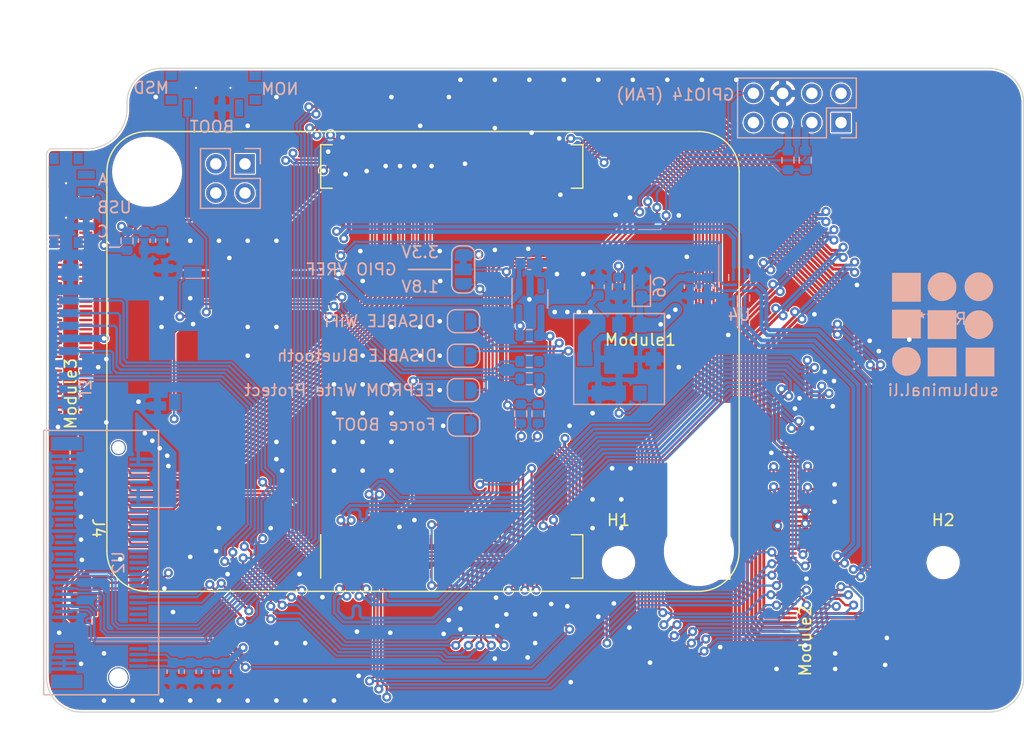
<source format=kicad_pcb>
(kicad_pcb (version 20210424) (generator pcbnew)
  (layers (0 "F.Cu" signal) (1 "In1.Cu" signal) (2 "In2.Cu" signal) (31 "B.Cu" signal) (34 "B.Paste" user) (35 "F.Paste" user) (36 "B.SilkS" user "B.Silkscreen") (37 "F.SilkS" user "F.Silkscreen") (38 "B.Mask" user) (39 "F.Mask" user) (44 "Edge.Cuts" user))
  (net 0 "")
  (net 1 "/sd/SD_PWR")
  (net 2 "GND")
  (net 3 "/+3.3v")
  (net 4 "/+5v")
  (net 5 "/TR1_TAP")
  (net 6 "/SD_DAT1")
  (net 7 "/SD_DAT0")
  (net 8 "/SD_CLK")
  (net 9 "/SD_CMD")
  (net 10 "/SD_DAT3")
  (net 11 "/SD_DAT2")
  (net 12 "/CAM1_D0_N")
  (net 13 "/CAM1_D0_P")
  (net 14 "/CAM1_D1_N")
  (net 15 "/CAM1_D1_P")
  (net 16 "/CAM1_C_N")
  (net 17 "/CAM1_C_P")
  (net 18 "/CAM1_D2_N")
  (net 19 "/CAM1_D2_P")
  (net 20 "/CAM1_D3_N")
  (net 21 "/CAM1_D3_P")
  (net 22 "/CAM_GPIO")
  (net 23 "/TR2_TAP")
  (net 24 "/SCL0")
  (net 25 "/SDA0")
  (net 26 "/nRPIBOOT")
  (net 27 "/EEPROM_nWP")
  (net 28 "/BT_nDis")
  (net 29 "/WL_nDis")
  (net 30 "/GPIO_VREF")
  (net 31 "/+1.8v")
  (net 32 "/TRD3_P")
  (net 33 "/TRD1_P")
  (net 34 "/TRD3_N")
  (net 35 "/TRD1_N")
  (net 36 "/TRD2_N")
  (net 37 "/TRD0_N")
  (net 38 "/TRD2_P")
  (net 39 "/TRD0_P")
  (net 40 "/ETH_LEDY")
  (net 41 "/ETH_LEDG")
  (net 42 "/nPI_LED_ACTIVITY")
  (net 43 "/TR0_TAP")
  (net 44 "/TR3_TAP")
  (net 45 "/GPIO14")
  (net 46 "/GPIO3")
  (net 47 "/GPIO2")
  (net 48 "/SD_PWR_ON")
  (net 49 "/AnalogIP1")
  (net 50 "/nPI_LED_PWR")
  (net 51 "/AnalogIP0")
  (net 52 "/USBOTG_ID")
  (net 53 "/PCIE_CLK_nREQ")
  (net 54 "/USB2_N")
  (net 55 "/USB2_P")
  (net 56 "/PCIE_nRST")
  (net 57 "/PCIE_CLK_P")
  (net 58 "/PCIE_CLK_N")
  (net 59 "/PCIE_RX_P")
  (net 60 "/PCIE_RX_N")
  (net 61 "/PCIE_TX_P")
  (net 62 "/PCIE_TX_N")
  (net 63 "/HDMI1_HOTPLUG")
  (net 64 "/HDMI1_SDA")
  (net 65 "/HDMI1_TX2_P")
  (net 66 "/HDMI1_SCL")
  (net 67 "/HDMI1_TX2_N")
  (net 68 "/HDMI1_CEC")
  (net 69 "/HDMI0_CEC")
  (net 70 "/HDMI1_TX1_P")
  (net 71 "/HDMI0_HOTPLUG")
  (net 72 "/HDMI1_TX1_N")
  (net 73 "/HDMI1_TX0_P")
  (net 74 "/HDMI1_TX0_N")
  (net 75 "/HDMI1_CLK_P")
  (net 76 "/HDMI1_CLK_N")
  (net 77 "/HDMI0_TX2_P")
  (net 78 "/HDMI0_TX2_N")
  (net 79 "/HDMI0_TX1_P")
  (net 80 "/HDMI0_TX1_N")
  (net 81 "/HDMI0_TX0_P")
  (net 82 "/HDMI0_TX0_N")
  (net 83 "/HDMI0_CLK_P")
  (net 84 "/HDMI0_CLK_N")
  (net 85 "/HDMI0_SDA")
  (net 86 "/HDMI0_SCL")
  (net 87 "Net-(J3-Pad9)")
  (net 88 "Net-(J3-Pad10)")
  (net 89 "/USB2_HOST_N")
  (net 90 "/USB2_HOST_P")
  (net 91 "/USB2_DEV_N")
  (net 92 "/USB2_DEV_P")
  (net 93 "Net-(R9-Pad1)")
  (net 98 "/GPIO26")
  (net 99 "/GPIO21")
  (net 100 "/GPIO19")
  (net 101 "/GPIO20")
  (net 102 "/GPIO13")
  (net 103 "/GPIO16")
  (net 104 "/GPIO6")
  (net 105 "/GPIO12")
  (net 106 "/GPIO5")
  (net 107 "/ID_SC")
  (net 108 "/ID_SD")
  (net 109 "/GPIO7")
  (net 110 "/GPIO11")
  (net 111 "/GPIO8")
  (net 112 "/GPIO9")
  (net 113 "/GPIO25")
  (net 114 "/GPIO10")
  (net 115 "/GPIO24")
  (net 116 "/GPIO22")
  (net 117 "/GPIO23")
  (net 118 "/GPIO27")
  (net 119 "/GPIO18")
  (net 120 "/GPIO17")
  (net 121 "/GPIO15")
  (net 122 "/GPIO4")
  (net 259 "/sd/Reserved")
  (footprint "MountingHole:MountingHole_2.7mm_M2.5" (layer "F.Cu") (at 69.75 63)
    (fp_text reference "H1")
    (fp_text value "MountingHole")
  )
  (footprint "cm4crypto:DF40C-100DS-0.4V(51)" (layer "F.Cu") (at 86 62)
    (fp_text reference "Module2")
    (fp_text value "hirose-100")
  )
  (footprint "cm4crypto:DF40C-100DS-0.4V(51)" (layer "F.Cu") (at 22.1 40.5)
    (fp_text reference "Module3")
    (fp_text value "hirose-100")
  )
  (footprint "cm4crypto:SFV22R-2STE1HLF" (layer "F.Cu") (at 24 60 -90)
    (fp_text reference "J4")
    (fp_text value "Conn_01x22_Female")
  )
  (footprint "MountingHole:MountingHole_2.7mm_M2.5" (layer "F.Cu") (at 98 63)
    (fp_text reference "H2")
    (fp_text value "MountingHole")
  )
  (footprint "cm4crypto:Raspberry-Pi-4-Compute-Module-diagonal-mount-bl-ur" (layer "F.Cu") (at 76.75 62 90)
    (fp_text reference "Module1")
    (fp_text value "ComputeModule4-CM4")
  )
  (footprint "Jumper:SolderJumper-3_P1.3mm_Bridged12_RoundedPad1.0x1.5mm" (layer "B.Cu") (at 56.25 37.5 -90)
    (fp_text reference "JP5" hide)
    (fp_text value "Jumper_3_Bridged12" hide)
  )
  (footprint "Capacitor_SMD:C_0603_1608Metric" (layer "B.Cu") (at 32.5 72.5 -90)
    (fp_text reference "C5" hide)
    (fp_text value "0.1uF")
  )
  (footprint "Jumper:SolderJumper-2_P1.3mm_Open_RoundedPad1.0x1.5mm" (layer "B.Cu") (at 56.275 45 180)
    (fp_text reference "JP3" hide)
    (fp_text value "SolderJumper_2_Open" hide)
  )
  (footprint "Resistor_SMD:R_0603_1608Metric" (layer "B.Cu") (at 62 43.25)
    (fp_text reference "R7" hide)
    (fp_text value "12K 1%")
  )
  (footprint "cm4crypto:M.2 - M - Amphenol - 10131758-001RLF" (layer "B.Cu") (at 26.25 63 -90)
    (fp_text reference "U2")
    (fp_text value "M.2-keyM")
  )
  (footprint "Jumper:SolderJumper-2_P1.3mm_Open_RoundedPad1.0x1.5mm" (layer "B.Cu") (at 56.275 51 180)
    (fp_text reference "JP1" hide)
    (fp_text value "SolderJumper_2_Open" hide)
  )
  (footprint "Capacitor_SMD:C_0603_1608Metric" (layer "B.Cu") (at 34 72.5 -90)
    (fp_text reference "C4" hide)
    (fp_text value "2.2uF")
  )
  (footprint "Capacitor_SMD:C_0603_1608Metric" (layer "B.Cu") (at 31 72.49 -90)
    (fp_text reference "C11" hide)
    (fp_text value "0.1uF")
  )
  (footprint "Capacitor_SMD:C_0603_1608Metric" (layer "B.Cu") (at 76 39 -90)
    (fp_text reference "C9" hide)
    (fp_text value "0.1uF")
  )
  (footprint "Jumper:SolderJumper-2_P1.3mm_Open_RoundedPad1.0x1.5mm" (layer "B.Cu") (at 56.275 48 180)
    (fp_text reference "JP2" hide)
    (fp_text value "SolderJumper_2_Open" hide)
  )
  (footprint "Capacitor_SMD:C_0603_1608Metric" (layer "B.Cu") (at 68 39 90)
    (fp_text reference "C7" hide)
    (fp_text value "10 uF / 25V")
  )
  (footprint "Capacitor_SMD:C_0603_1608Metric" (layer "B.Cu") (at 62 37)
    (fp_text reference "C1" hide)
    (fp_text value "10u")
  )
  (footprint "Resistor_SMD:R_0603_1608Metric" (layer "B.Cu") (at 86 28 90)
    (fp_text reference "R3" hide)
    (fp_text value "2.2K")
  )
  (footprint "cm4crypto:rpi-40-just-power" (layer "B.Cu") (at 89.113646 24.720153 90)
    (fp_text reference "J2" hide)
    (fp_text value "THD-20-R" hide)
  )
  (footprint "cm4crypto:amphenol-sd-push-pull_114-00841-68" (layer "B.Cu") (at 22.8 47.9 90)
    (fp_text reference "J3")
    (fp_text value "Micro_SD_Card_Det")
  )
  (footprint "cm4crypto:cus-12b" (layer "B.Cu") (at 21.7 31.5 90)
    (fp_text reference "SW2" hide)
    (fp_text value "SW_SPST" hide)
  )
  (footprint "Resistor_SMD:R_0603_1608Metric" (layer "B.Cu") (at 62 45.5 180)
    (fp_text reference "R6" hide)
    (fp_text value "nf")
  )
  (footprint "Jumper:SolderJumper-2_P1.3mm_Open_RoundedPad1.0x1.5mm" (layer "B.Cu") (at 56.275 42 180)
    (fp_text reference "JP4" hide)
    (fp_text value "SolderJumper_2_Open" hide)
  )
  (footprint "Connector_PinHeader_2.54mm:PinHeader_2x02_P2.54mm_Vertical" (layer "B.Cu") (at 37.263646 28.310153 180)
    (fp_text reference "J1" hide)
    (fp_text value "THD-02-R" hide)
  )
  (footprint "Capacitor_Tantalum_SMD:CP_EIA-2012-15_AVX-P" (layer "B.Cu") (at 71.75 39 90)
    (fp_text reference "C6")
    (fp_text value "47 uF / 6.3V")
  )
  (footprint "Capacitor_SMD:C_0603_1608Metric" (layer "B.Cu") (at 77.5 39 -90)
    (fp_text reference "C8" hide)
    (fp_text value "2.2uF")
  )
  (footprint "Capacitor_SMD:C_0603_1608Metric" (layer "B.Cu") (at 28.5 35 -90)
    (fp_text reference "C2" hide)
    (fp_text value "2.2uF")
  )
  (footprint "cm4crypto:cus-12b" (layer "B.Cu") (at 34.5 21.7)
    (fp_text reference "SW1" hide)
    (fp_text value "SW_SPST" hide)
  )
  (footprint "Resistor_SMD:R_0603_1608Metric" (layer "B.Cu") (at 69.75 39 -90)
    (fp_text reference "R9" hide)
    (fp_text value "R")
  )
  (footprint "Resistor_SMD:R_0603_1608Metric" (layer "B.Cu") (at 62 47 180)
    (fp_text reference "R5" hide)
    (fp_text value "nf")
  )
  (footprint "Resistor_SMD:R_0603_1608Metric" (layer "B.Cu") (at 61.25 50.05 -90)
    (fp_text reference "R1" hide)
    (fp_text value "2.2K")
  )
  (footprint "Resistor_SMD:R_0603_1608Metric" (layer "B.Cu") (at 27 35 90)
    (fp_text reference "R8" hide)
    (fp_text value "2.2k")
  )
  (footprint "Package_DFN_QFN:UQFN-10_1.6x2.1mm_P0.5mm" (layer "B.Cu") (at 80.25 39.09)
    (fp_text reference "U4")
    (fp_text value "FSUSB42MX")
  )
  (footprint "Resistor_SMD:R_0603_1608Metric" (layer "B.Cu") (at 62.75 50.05 -90)
    (fp_text reference "R2" hide)
    (fp_text value "2.2K")
  )
  (footprint "cm4crypto:subluminal-logo" (layer "B.Cu") (at 97.9 42.3 180)
    (fp_text reference "REF**")
    (fp_text value "subluminal-logo")
  )
  (footprint "Resistor_SMD:R_0603_1608Metric" (layer "B.Cu") (at 84.5 28 90)
    (fp_text reference "R4" hide)
    (fp_text value "2.2K")
  )
  (footprint "cm4crypto:MYLSM00502ERPL" (layer "B.Cu") (at 73.755 49.235 180)
    (fp_text reference "U3" hide)
    (fp_text value "MYLSM00502ERPL" hide)
  )
  (footprint "Capacitor_SMD:C_0603_1608Metric" (layer "B.Cu") (at 30 35 -90)
    (fp_text reference "C3" hide)
    (fp_text value "0.1uF")
  )
  (footprint "Capacitor_SMD:C_0603_1608Metric" (layer "B.Cu") (at 35.5 72.5 -90)
    (fp_text reference "C10" hide)
    (fp_text value "2.2uF")
  )
  (footprint "Package_TO_SOT_SMD:SOT-23-5" (layer "B.Cu") (at 62.05 40.07 -90)
    (fp_text reference "U1" hide)
    (fp_text value "RT9742GGJ5")
  )
  (gr_line (start 51.5 37.5) (end 55.25 37.5) (layer "B.SilkS") (width 0.15))
  (gr_arc (start 102 23) (end 102 20) (angle 90) (layer "Edge.Cuts") (width 0.1))
  (gr_arc (start 23.5 23.5) (end 27 23.5) (angle 90) (layer "Edge.Cuts") (width 0.1))
  (gr_line (start 20.5 27) (end 23 27) (layer "Edge.Cuts") (width 0.1))
  (gr_arc (start 30 23) (end 27 23) (angle 90) (layer "Edge.Cuts") (width 0.1))
  (gr_line (start 105 73) (end 105 23) (layer "Edge.Cuts") (width 0.1))
  (gr_arc (start 23 73) (end 23 76) (angle 90) (layer "Edge.Cuts") (width 0.1))
  (gr_line (start 27 23.5) (end 27 23) (layer "Edge.Cuts") (width 0.1))
  (gr_line (start 20 27.5) (end 20 73) (layer "Edge.Cuts") (width 0.1))
  (gr_arc (start 102 73) (end 102 76) (angle -90) (layer "Edge.Cuts") (width 0.1))
  (gr_line (start 23 76) (end 102 76) (layer "Edge.Cuts") (width 0.1))
  (gr_line (start 30 20) (end 102 20) (layer "Edge.Cuts") (width 0.1))
  (gr_line (start 23 27) (end 23.5 27) (layer "Edge.Cuts") (width 0.1))
  (gr_arc (start 20.5 27.5) (end 20.5 27) (angle -90) (layer "Edge.Cuts") (width 0.1))
  (gr_text "C" (at 24.9 34.2) (layer "B.SilkS") (effects (font (size 1 1)) (justify mirror)))
  (gr_text "USB" (at 25.9 32.1) (layer "B.SilkS") (effects (font (size 1 1)) (justify mirror)))
  (gr_text "BOOT" (at 34.4 25.1) (layer "B.SilkS") (effects (font (size 1 1)) (justify mirror)))
  (gr_text "3.3V" (at 52.5 36) (layer "B.SilkS") (effects (font (size 1 1)) (justify mirror)))
  (gr_text "DISABLE WiFi" (at 49 42) (layer "B.SilkS") (effects (font (size 1 1)) (justify mirror)))
  (gr_text "MSD" (at 29.1 21.7) (layer "B.SilkS") (effects (font (size 1 1)) (justify mirror)))
  (gr_text "A" (at 24.9 29.7) (layer "B.SilkS") (effects (font (size 1 1)) (justify mirror)))
  (gr_text "subluminal.li" (at 98 48) (layer "B.SilkS") (effects (font (size 1 1)) (justify mirror)))
  (gr_text "GPIO VREF" (at 46.5 37.5) (layer "B.SilkS") (effects (font (size 1 1)) (justify mirror)))
  (gr_text "1.8V" (at 52.5 39) (layer "B.SilkS") (effects (font (size 1 1)) (justify mirror)))
  (gr_text "NOM" (at 40.3 21.8) (layer "B.SilkS") (effects (font (size 1 1)) (justify mirror)))
  (gr_text "Force BOOT" (at 49.5 51) (layer "B.SilkS") (effects (font (size 1 1)) (justify mirror)))
  (gr_text "GPIO14 (FAN)" (at 74.7 22.3) (layer "B.SilkS") (effects (font (size 1 1)) (justify mirror)))
  (gr_text "EEPROM Write Protect" (at 45.5 48) (layer "B.SilkS") (effects (font (size 1 1)) (justify mirror)))
  (gr_text "DISABLE Bluetooth" (at 47 45) (layer "B.SilkS") (effects (font (size 1 1)) (justify mirror)))
  (segment (start 26.9 37.9) (end 45.4 37.9) (width 0.6) (layer "F.Cu") (net 1))
  (segment (start 25 39.8) (end 26.9 37.9) (width 0.6) (layer "F.Cu") (net 1))
  (segment (start 25 43.5) (end 25 39.8) (width 0.6) (layer "F.Cu") (net 1))
  (via (at 45.4 37.9) (size 0.8) (drill 0.4) (layers "F.Cu" "B.Cu") (net 1))
  (via (at 25 43.5) (size 0.8) (drill 0.4) (layers "F.Cu" "B.Cu") (net 1))
  (segment (start 61.1 38.9325) (end 61.1 37.125) (width 0.4) (layer "B.Cu") (net 1))
  (segment (start 61.1 37.125) (end 61.225 37) (width 0.4) (layer "B.Cu") (net 1))
  (segment (start 60.8 39.9) (end 60.4 40.3) (width 0.6) (layer "B.Cu") (net 1))
  (segment (start 60.4 40.3) (end 55.9 40.3) (width 0.6) (layer "B.Cu") (net 1))
  (segment (start 61.1 38.9325) (end 61.1 39.6) (width 0.6) (layer "B.Cu") (net 1))
  (segment (start 61.1 39.6) (end 60.8 39.9) (width 0.6) (layer "B.Cu") (net 1))
  (segment (start 21.925 43.5) (end 25 43.5) (width 0.6) (layer "B.Cu") (net 1))
  (segment (start 47.8 40.3) (end 45.4 37.9) (width 0.6) (layer "B.Cu") (net 1))
  (segment (start 55.9 40.3) (end 47.8 40.3) (width 0.6) (layer "B.Cu") (net 1))
  (segment (start 84.645 61) (end 87.355 61) (width 0.2) (layer "F.Cu") (net 2))
  (segment (start 64.65 30.55) (end 64.65 30.95) (width 0.2) (layer "F.Cu") (net 2))
  (segment (start 55.5 61.5) (end 56.9 61.5) (width 0.2) (layer "F.Cu") (net 2))
  (segment (start 64.65 30.95) (end 64.7 31) (width 0.2) (layer "F.Cu") (net 2))
  (segment (start 49.45 61.45) (end 49.5 61.5) (width 0.2) (layer "F.Cu") (net 2))
  (segment (start 57.6 27.6) (end 58.6 27.6) (width 0.2) (layer "F.Cu") (net 2))
  (segment (start 59.85 26.45) (end 60 26.3) (width 0.2) (layer "F.Cu") (net 2))
  (segment (start 61.05 26.45) (end 60.9 26.3) (width 0.2) (layer "F.Cu") (net 2))
  (segment (start 58.65 27.55) (end 58.6 27.6) (width 0.2) (layer "F.Cu") (net 2))
  (segment (start 46.65 60.92) (end 46.65 61.45) (width 0.2) (layer "F.Cu") (net 2))
  (segment (start 85.05 49.6) (end 85.1 49.6) (width 0.2) (layer "F.Cu") (net 2))
  (segment (start 57.45 27) (end 57.45 26.55) (width 0.2) (layer "F.Cu") (net 2))
  (segment (start 46.65 61.45) (end 46.7 61.5) (width 0.2) (layer "F.Cu") (net 2))
  (segment (start 57.2 60.3) (end 57.05 60.45) (width 0.2) (layer "F.Cu") (net 2))
  (segment (start 58.25 60.92) (end 58.25 61.35) (width 0.2) (layer "F.Cu") (net 2))
  (segment (start 85.3 57.8) (end 84.68 57.8) (width 0.2) (layer "F.Cu") (net 2))
  (segment (start 57.45 30.65) (end 57.5 30.7) (width 0.2) (layer "F.Cu") (net 2))
  (segment (start 46.65 64) (end 46.65 63.45) (width 0.2) (layer "F.Cu") (net 2))
  (segment (start 59.85 30.08) (end 59.85 30.65) (width 0.2) (layer "F.Cu") (net 2))
  (segment (start 56.25 28.15) (end 56.4 28.3) (width 0.2) (layer "F.Cu") (net 2))
  (segment (start 57.05 60.92) (end 57.05 61.35) (width 0.2) (layer "F.Cu") (net 2))
  (segment (start 57.05 61.35) (end 56.9 61.5) (width 0.2) (layer "F.Cu") (net 2))
  (segment (start 47.85 60.92) (end 47.85 61.45) (width 0.2) (layer "F.Cu") (net 2))
  (segment (start 59.7 27.6) (end 58.8 27.6) (width 0.2) (layer "F.Cu") (net 2))
  (segment (start 59.85 27) (end 59.85 26.45) (width 0.2) (layer "F.Cu") (net 2))
  (segment (start 58.1 60.3) (end 58.25 60.45) (width 0.2) (layer "F.Cu") (net 2))
  (segment (start 55.5 61.5) (end 53.5 61.5) (width 0.2) (layer "F.Cu") (net 2))
  (segment (start 87.32 61.4) (end 88.3 61.4) (width 0.2) (layer "F.Cu") (net 2))
  (segment (start 51.45 60.92) (end 51.45 61.45) (width 0.2) (layer "F.Cu") (net 2))
  (segment (start 51.45 61.45) (end 51.5 61.5) (width 0.2) (layer "F.Cu") (net 2))
  (segment (start 85.5 54.8) (end 85.5 57.6) (width 0.2) (layer "F.Cu") (net 2))
  (segment (start 63.45 27) (end 63.45 26.55) (width 0.2) (layer "F.Cu") (net 2))
  (segment (start 64.65 26.15) (end 64.6 26.1) (width 0.2) (layer "F.Cu") (net 2))
  (segment (start 86.3 67.4) (end 85.7 67.4) (width 0.2) (layer "F.Cu") (net 2))
  (segment (start 58.1 60.3) (end 57.2 60.3) (width 0.2) (layer "F.Cu") (net 2))
  (segment (start 84.645 52.2) (end 84.4 52.2) (width 0.2) (layer "F.Cu") (net 2))
  (segment (start 47.85 61.45) (end 47.9 61.5) (width 0.2) (layer "F.Cu") (net 2))
  (segment (start 62.25 25.65) (end 62.2 25.6) (width 0.2) (layer "F.Cu") (net 2))
  (segment (start 64.65 30.08) (end 64.65 30.55) (width 0.2) (layer "F.Cu") (net 2))
  (segment (start 46.7 61.5) (end 45.6 61.5) (width 0.2) (layer "F.Cu") (net 2))
  (segment (start 87.32 65) (end 86.7 65) (width 0.2) (layer "F.Cu") (net 2))
  (segment (start 49.5 61.5) (end 47.9 61.5) (width 0.2) (layer "F.Cu") (net 2))
  (segment (start 57.05 60.45) (end 57.05 60.92) (width 0.2) (layer "F.Cu") (net 2))
  (segment (start 57.45 26.55) (end 57.3 26.4) (width 0.2) (layer "F.Cu") (net 2))
  (segment (start 88.1 62.1) (end 88.4 61.8) (width 0.2) (layer "F.Cu") (net 2))
  (segment (start 61.05 27) (end 61.05 26.45) (width 0.2) (layer "F.Cu") (net 2))
  (segment (start 53.45 61.45) (end 53.5 61.5) (width 0.2) (layer "F.Cu") (net 2))
  (segment (start 53.5 61.5) (end 51.5 61.5) (width 0.2) (layer "F.Cu") (net 2))
  (segment (start 85.5 57.6) (end 85.4 57.7) (width 0.2) (layer "F.Cu") (net 2))
  (segment (start 47.85 64) (end 47.85 63.55) (width 0.2) (layer "F.Cu") (net 2))
  (segment (start 59.85 30.65) (end 59.8 30.7) (width 0.2) (layer "F.Cu") (net 2))
  (segment (start 88.4 61.5) (end 88.4 61.8) (width 0.2) (layer "F.Cu") (net 2))
  (segment (start 57.5 30.7) (end 56.4 30.7) (width 0.2) (layer "F.Cu") (net 2))
  (segment (start 45.6 63.4) (end 45.45 63.55) (width 0.2) (layer "F.Cu") (net 2))
  (segment (start 46.65 63.45) (end 46.6 63.4) (width 0.2) (layer "F.Cu") (net 2))
  (segment (start 84.645 62.2) (end 84.05 62.2) (width 0.2) (layer "F.Cu") (net 2))
  (segment (start 59.85 27) (end 59.85 27.45) (width 0.2) (layer "F.Cu") (net 2))
  (segment (start 46.6 63.4) (end 46.5 63.4) (width 0.2) (layer "F.Cu") (net 2))
  (segment (start 62.25 27) (end 62.25 25.65) (width 0.2) (layer "F.Cu") (net 2))
  (segment (start 45.45 63.55) (end 45.45 64) (width 0.2) (layer "F.Cu") (net 2))
  (segment (start 88.1 62.5) (end 88.1 62.1) (width 0.2) (layer "F.Cu") (net 2))
  (segment (start 61.05 30.08) (end 61.05 30.65) (width 0.2) (layer "F.Cu") (net 2))
  (segment (start 85.3 67) (end 84.68 67) (width 0.2) (layer "F.Cu") (net 2))
  (segment (start 82.8 60.95) (end 82.8 58.25) (width 0.2) (layer "F.Cu") (net 2))
  (segment (start 64.65 27) (end 64.65 26.15) (width 0.2) (layer "F.Cu") (net 2))
  (segment (start 59.7 61.5) (end 58.4 61.5) (width 0.2) (layer "F.Cu") (net 2))
  (segment (start 62.25 30.08) (end 62.25 30.65) (width 0.2) (layer "F.Cu") (net 2))
  (segment (start 85.7 67.4) (end 85.3 67) (width 0.2) (layer "F.Cu") (net 2))
  (segment (start 56.25 30.55) (end 56.4 30.7) (width 0.2) (layer "F.Cu") (net 2))
  (segment (start 62.2 30.7) (end 61 30.7) (width 0.2) (layer "F.Cu") (net 2))
  (segment (start 55.45 61.45) (end 55.5 61.5) (width 0.2) (layer "F.Cu") (net 2))
  (segment (start 58.25 60.92) (end 58.25 60.45) (width 0.2) (layer "F.Cu") (net 2))
  (segment (start 84.05 62.2) (end 82.8 60.95) (width 0.2) (layer "F.Cu") (net 2))
  (segment (start 56.25 27) (end 56.25 28.15) (width 0.2) (layer "F.Cu") (net 2))
  (segment (start 84.4 52.2) (end 84.1 51.9) (width 0.2) (layer "F.Cu") (net 2))
  (segment (start 59.8 30.7) (end 58.7 30.7) (width 0.2) (layer "F.Cu") (net 2))
  (segment (start 61 30.7) (end 59.8 30.7) (width 0.2) (layer "F.Cu") (net 2))
  (segment (start 47.7 63.4) (end 46.6 63.4) (width 0.2) (layer "F.Cu") (net 2))
  (segment (start 49.45 60.92) (end 49.45 61.45) (width 0.2) (layer "F.Cu") (net 2))
  (segment (start 86.7 67) (end 86.3 67.4) (width 0.2) (layer "F.Cu") (net 2))
  (segment (start 63.45 26.55) (end 63.9 26.1) (width 0.2) (layer "F.Cu") (net 2))
  (segment (start 58.25 61.35) (end 58.4 61.5) (width 0.2) (layer "F.Cu") (net 2))
  (segment (start 58.65 30.65) (end 58.7 30.7) (width 0.2) (layer "F.Cu") (net 2))
  (segment (start 85.3 54.6) (end 85.5 54.8) (width 0.2) (layer "F.Cu") (net 2))
  (segment (start 84.1 50.55) (end 85.05 49.6) (width 0.2) (layer "F.Cu") (net 2))
  (segment (start 58.7 30.7) (end 57.5 30.7) (width 0.2) (layer "F.Cu") (net 2))
  (segment (start 61.05 30.65) (end 61 30.7) (width 0.2) (layer "F.Cu") (net 2))
  (segment (start 47.9 61.5) (end 46.7 61.5) (width 0.2) (layer "F.Cu") (net 2))
  (segment (start 55.95888 28.3) (end 56.4 28.3) (width 0.2) (layer "F.Cu") (net 2))
  (segment (start 84.1 51.9) (end 84.1 50.55) (width 0.2) (layer "F.Cu") (net 2))
  (segment (start 87.32 62.6) (end 88 62.6) (width 0.2) (layer "F.Cu") (net 2))
  (segment (start 58.65 30.08) (end 58.65 30.65) (width 0.2) (layer "F.Cu") (net 2))
  (segment (start 60.9 26.3) (end 60 26.3) (width 0.2) (layer "F.Cu") (net 2))
  (segment (start 57.45 30.08) (end 57.45 30.65) (width 0.2) (layer "F.Cu") (net 2))
  (segment (start 58.6 27.6) (end 58.8 27.6) (width 0.2) (layer "F.Cu") (net 2))
  (segment (start 47.85 63.55) (end 47.7 63.4) (width 0.2) (layer "F.Cu") (net 2))
  (segment (start 83.25 57.8) (end 84.645 57.8) (width 0.2) (layer "F.Cu") (net 2))
  (segment (start 55.05 27) (end 55.05 27.39112) (width 0.2) (layer "F.Cu") (net 2))
  (segment (start 59.85 61.35) (end 59.7 61.5) (width 0.2) (layer "F.Cu") (net 2))
  (segment (start 47.7 63.4) (end 45.6 63.4) (width 0.2) (layer "F.Cu") (net 2))
  (segment (start 82.8 58.25) (end 83.25 57.8) (width 0.2) (layer "F.Cu") (net 2))
  (segment (start 55.05 27.39112) (end 55.95888 28.3) (width 0.2) (layer "F.Cu") (net 2))
  (segment (start 64.5 30.7) (end 64.65 30.55) (width 0.2) (layer "F.Cu") (net 2))
  (segment (start 45.45 60.92) (end 45.45 61.35) (width 0.2) (layer "F.Cu") (net 2))
  (segment (start 55.45 60.92) (end 55.45 61.45) (width 0.2) (layer "F.Cu") (net 2))
  (segment (start 63.5 30.7) (end 64.5 30.7) (width 0.2) (layer "F.Cu") (net 2))
  (segment (start 84.68 54.6) (end 85.3 54.6) (width 0.2) (layer "F.Cu") (net 2))
  (segment (start 62.25 30.65) (end 62.2 30.7) (width 0.2) (layer "F.Cu") (net 2))
  (segment (start 57.45 27.45) (end 57.6 27.6) (width 0.2) (layer "F.Cu") (net 2))
  (segment (start 58.65 27) (end 58.65 25.55) (width 0.2) (layer "F.Cu") (net 2))
  (segment (start 88 62.6) (end 88.1 62.5) (width 0.2) (layer "F.Cu") (net 2))
  (segment (start 63.45 30.65) (end 63.5 30.7) (width 0.2) (layer "F.Cu") (net 2))
  (segment (start 57.45 27) (end 57.45 27.45) (width 0.2) (layer "F.Cu") (net 2))
  (segment (start 86.7 65) (end 86.1 64.4) (width 0.2) (layer "F.Cu") (net 2))
  (segment (start 56.25 30.08) (end 56.25 30.55) (width 0.2) (layer "F.Cu") (net 2))
  (segment (start 88.3 61.4) (end 88.4 61.5) (width 0.2) (layer "F.Cu") (net 2))
  (segment (start 56.4 26.4) (end 57.3 26.4) (width 0.2) (layer "F.Cu") (net 2))
  (segment (start 63.45 30.08) (end 63.45 30.65) (width 0.2) (layer "F.Cu") (net 2))
  (segment (start 56.25 26.55) (end 56.4 26.4) (width 0.2) (layer "F.Cu") (net 2))
  (segment (start 59.85 60.92) (end 59.85 61.35) (width 0.2) (layer "F.Cu") (net 2))
  (segment (start 59.85 27.45) (end 59.7 27.6) (width 0.2) (layer "F.Cu") (net 2))
  (segment (start 58.65 25.55) (end 59 25.2) (width 0.2) (layer "F.Cu") (net 2))
  (segment (start 63.9 26.1) (end 64.6 26.1) (width 0.2) (layer "F.Cu") (net 2))
  (segment (start 58.65 27) (end 58.65 27.55) (width 0.2) (layer "F.Cu") (net 2))
  (segment (start 53.45 60.92) (end 53.45 61.45) (width 0.2) (layer "F.Cu") (net 2))
  (segment (start 51.5 61.5) (end 49.5 61.5) (width 0.2) (layer "F.Cu") (net 2))
  (segment (start 45.45 61.35) (end 45.6 61.5) (width 0.2) (layer "F.Cu") (net 2))
  (segment (start 62.2 30.7) (end 63.5 30.7) (width 0.2) (layer "F.Cu") (net 2))
  (segment (start 85.5 57.6) (end 85.3 57.8) (width 0.2) (layer "F.Cu") (net 2))
  (segment (start 56.25 27) (end 56.25 26.55) (width 0.2) (layer "F.Cu") (net 2))
  (segment (start 87.32 67) (end 86.7 67) (width 0.2) (layer "F.Cu") (net 2))
  (via (at 55 68) (size 0.8) (drill 0.4) (layers "F.Cu" "B.Cu") (net 2))
  (via (at 47.5 45) (size 0.8) (drill 0.4) (layers "F.Cu" "B.Cu") (net 2))
  (via (at 47 69) (size 0.8) (drill 0.4) (layers "F.Cu" "B.Cu") (net 2))
  (via (at 47.5 38.5) (size 0.8) (drill 0.4) (layers "F.Cu" "B.Cu") (net 2))
  (via (at 40 42.5) (size 0.8) (drill 0.4) (layers "F.Cu" "B.Cu") (net 2))
  (via (at 70 57.5) (size 0.8) (drill 0.4) (layers "F.Cu" "B.Cu") (net 2))
  (via (at 35 35) (size 0.8) (drill 0.4) (layers "F.Cu" "B.Cu") (net 2))
  (via (at 70.75 31.25) (size 0.8) (drill 0.4) (layers "F.Cu" "B.Cu") (net 2))
  (via (at 47.85 28.94) (size 0.8) (drill 0.4) (layers "F.Cu" "B.Cu") (net 2))
  (via (at 60 67.5) (size 0.8) (drill 0.4) (layers "F.Cu" "B.Cu") (net 2))
  (via (at 62 40.1) (size 0.8) (drill 0.4) (layers "F.Cu" "B.Cu") (net 2))
  (via (at 54.5 51.1) (size 0.8) (drill 0.4) (layers "F.Cu" "B.Cu") (net 2))
  (via (at 86.6 51.3) (size 0.8) (drill 0.4) (layers "F.Cu" "B.Cu") (net 2))
  (via (at 65 21) (size 0.8) (drill 0.4) (layers "F.Cu" "B.Cu") (net 2))
  (via (at 35.75 64) (size 0.8) (drill 0.4) (layers "F.Cu" "B.Cu") (net 2))
  (via (at 47.5 52.5) (size 0.8) (drill 0.4) (layers "F.Cu" "B.Cu") (net 2))
  (via (at 78.6 70.35) (size 0.8) (drill 0.4) (layers "F.Cu" "B.Cu") (net 2))
  (via (at 23 71.8) (size 0.8) (drill 0.4) (layers "F.Cu" "B.Cu") (net 2))
  (via (at 62.5 67.5) (size 0.8) (drill 0.4) (layers "F.Cu" "B.Cu") (net 2))
  (via (at 30 75) (size 0.8) (drill 0.4) (layers "F.Cu" "B.Cu") (net 2))
  (via (at 45 47.5) (size 0.8) (drill 0.4) (layers "F.Cu" "B.Cu") (net 2))
  (via (at 69.35 66.55) (size 0.8) (drill 0.4) (layers "F.Cu" "B.Cu") (net 2))
  (via (at 34.75 62) (size 0.8) (drill 0.4) (layers "F.Cu" "B.Cu") (net 2))
  (via (at 50.7 59.9) (size 0.8) (drill 0.4) (layers "F.Cu" "B.Cu") (net 2))
  (via (at 59 71.35) (size 0.8) (drill 0.4) (layers "F.Cu" "B.Cu") (net 2))
  (via (at 72.5 71.7) (size 0.8) (drill 0.4) (layers "F.Cu" "B.Cu") (net 2))
  (via (at 37.5 75) (size 0.8) (drill 0.4) (layers "F.Cu" "B.Cu") (net 2))
  (via (at 64.4 37.9) (size 0.8) (drill 0.4) (layers "F.Cu" "B.Cu") (net 2))
  (via (at 81.3 36.4) (size 0.8) (drill 0.4) (layers "F.Cu" "B.Cu") (net 2))
  (via (at 26.4 62.7) (size 0.8) (drill 0.4) (layers "F.Cu" "B.Cu") (net 2))
  (via (at 23.08 62.7655) (size 0.8) (drill 0.4) (layers "F.Cu" "B.Cu") (net 2))
  (via (at 85.1 49.6) (size 0.8) (drill 0.4) (layers "F.Cu" "B.Cu") (net 2))
  (via (at 87.7 46.4) (size 0.8) (drill 0.4) (layers "F.Cu" "B.Cu") (net 2))
  (via (at 83.05 53.45) (size 0.8) (drill 0.4) (layers "F.Cu" "B.Cu") (net 2))
  (via (at 30 40) (size 0.8) (drill 0.4) (layers "F.Cu" "B.Cu") (net 2))
  (via (at 88.4 49.4) (size 0.8) (drill 0.4) (layers "F.Cu" "B.Cu") (net 2))
  (via (at 40 22.5) (size 0.8) (drill 0.4) (layers "F.Cu" "B.Cu") (net 2))
  (via (at 40 54) (size 0.8) (drill 0.4) (layers "F.Cu" "B.Cu") (net 2))
  (via (at 55 22.5) (size 0.8) (drill 0.4) (layers "F.Cu" "B.Cu") (net 2))
  (via (at 23 57) (size 0.8) (drill 0.4) (layers "F.Cu" "B.Cu") (net 2))
  (via (at 54.55 69.2) (size 0.8) (drill 0.4) (layers "F.Cu" "B.Cu") (net 2))
  (via (at 23 59) (size 0.8) (drill 0.4) (layers "F.Cu" "B.Cu") (net 2))
  (via (at 28 49) (size 0.8) (drill 0.4) (layers "F.Cu" "B.Cu") (net 2))
  (via (at 52.5 42.5) (size 0.8) (drill 0.4) (layers "F.Cu" "B.Cu") (net 2))
  (via (at 50.75 28.5) (size 0.8) (drill 0.4) (layers "F.Cu" "B.Cu") (net 2))
  (via (at 42.5 75) (size 0.8) (drill 0.4) (layers "F.Cu" "B.Cu") (net 2))
  (via (at 74 21) (size 0.8) (drill 0.4) (layers "F.Cu" "B.Cu") (net 2))
  (via (at 68 21) (size 0.8) (drill 0.4) (layers "F.Cu" "B.Cu") (net 2))
  (via (at 50 42.5) (size 0.8) (drill 0.4) (layers "F.Cu" "B.Cu") (net 2))
  (via (at 62.5 70) (size 0.8) (drill 0.4) (layers "F.Cu" "B.Cu") (net 2))
  (via (at 92.4 44.6) (size 0.8) (drill 0.4) (layers "F.Cu" "B.Cu") (net 2))
  (via (at 45 55) (size 0.8) (drill 0.4) (layers "F.Cu" "B.Cu") (net 2))
  (via (at 68 67.7) (size 0.8) (drill 0.4) (layers "F.Cu" "B.Cu") (net 2))
  (via (at 56 67) (size 0.8) (drill 0.4) (layers "F.Cu" "B.Cu") (net 2))
  (via (at 67.5 50) (size 0.8) (drill 0.4) (layers "F.Cu" "B.Cu") (net 2))
  (via (at 80 21) (size 0.8) (drill 0.4) (layers "F.Cu" "B.Cu") (net 2))
  (via (at 75.7 36.4) (size 0.8) (drill 0.4) (layers "F.Cu" "B.Cu") (net 2))
  (via (at 44.5 27.25) (size 0.8) (drill 0.4) (layers "F.Cu" "B.Cu") (net 2))
  (via (at 79.3 43.2) (size 0.8) (drill 0.4) (layers "F.Cu" "B.Cu") (net 2))
  (via (at 35 60) (size 0.8) (drill 0.4) (layers "F.Cu" "B.Cu") (net 2))
  (via (at 64.7 31) (size 0.8) (drill 0.4) (layers "F.Cu" "B.Cu") (net 2))
  (via (at 83.5 72.25) (size 0.8) (drill 0.4) (layers "F.Cu" "B.Cu") (net 2))
  (via (at 42.5 70) (size 0.8) (drill 0.4) (layers "F.Cu" "B.Cu") (net 2))
  (via (at 35.9 36.5) (size 0.8) (drill 0.4) (layers "F.Cu" "B.Cu") (net 2))
  (via (at 25 75) (size 0.8) (drill 0.4) (layers "F.Cu" "B.Cu") (net 2))
  (via (at 27.5 75) (size 0.8) (drill 0.4) (layers "F.Cu" "B.Cu") (net 2))
  (via (at 32.5 75) (size 0.8) (drill 0.4) (layers "F.Cu" "B.Cu") (net 2))
  (via (at 45 50) (size 0.8) (drill 0.4) (layers "F.Cu" "B.Cu") (net 2))
  (via (at 75 32.8) (size 0.8) (drill 0.4) (layers "F.Cu" "B.Cu") (net 2))
  (via (at 77 21) (size 0.8) (drill 0.4) (layers "F.Cu" "B.Cu") (net 2))
  (via (at 40.5 55) (size 0.8) (drill 0.4) (layers "F.Cu" "B.Cu") (net 2))
  (via (at 88.5 47.2) (size 0.8) (drill 0.4) (layers "F.Cu" "B.Cu") (net 2))
  (via (at 86.8 41.4) (size 0.8) (drill 0.4) (layers "F.Cu" "B.Cu") (net 2))
  (via (at 23 55) (size 0.8) (drill 0.4) (layers "F.Cu" "B.Cu") (net 2))
  (via (at 45 52.5) (size 0.8) (drill 0.4) (layers "F.Cu" "B.Cu") (net 2))
  (via (at 23 61) (size 0.8) (drill 0.4) (layers "F.Cu" "B.Cu") (net 2))
  (via (at 56 21) (size 0.8) (drill 0.4) (layers "F.Cu" "B.Cu") (net 2))
  (via (at 25 70.9) (size 0.8) (drill 0.4) (layers "F.Cu" "B.Cu") (net 2))
  (via (at 92.95 71.9) (size 0.8) (drill 0.4) (layers "F.Cu" "B.Cu") (net 2))
  (via (at 30 42.5) (size 0.8) (drill 0.4) (layers "F.Cu" "B.Cu") (net 2))
  (via (at 46.01 29.21) (size 0.8) (drill 0.4) (layers "F.Cu" "B.Cu") (net 2))
  (via (at 30.25 65.25) (size 0.8) (drill 0.4) (layers "F.Cu" "B.Cu") (net 2))
  (via (at 62.2 25.6) (size 0.8) (drill 0.4) (layers "F.Cu" "B.Cu") (net 2))
  (via (at 52.5 45) (size 0.8) (drill 0.4) (layers "F.Cu" "B.Cu") (net 2))
  (via (at 65.6 73.4) (size 0.8) (drill 0.4) (layers "F.Cu" "B.Cu") (net 2))
  (via (at 44 66) (size 0.8) (drill 0.4) (layers "F.Cu" "B.Cu") (net 2))
  (via (at 62 21) (size 0.8) (drill 0.4) (layers "F.Cu" "B.Cu") (net 2))
  (via (at 47.5 50) (size 0.8) (drill 0.4) (layers "F.Cu" "B.Cu") (net 2))
  (via (at 32.5 62.5) (size 0.8) (drill 0.4) (layers "F.Cu" "B.Cu") (net 2))
  (via (at 67.5 57.5) (size 0.8) (drill 0.4) (layers "F.Cu" "B.Cu") (net 2))
  (via (at 52.5 25) (size 0.8) (drill 0.4) (layers "F.Cu" "B.Cu") (net 2))
  (via (at 69.2 54.8) (size 0.8) (drill 0.4) (layers "F.Cu" "B.Cu") (net 2))
  (via (at 70.8 54.8) (size 0.8) (drill 0.4) (layers "F.Cu" "B.Cu") (net 2))
  (via (at 69.5 32.75) (size 0.8) (drill 0.4) (layers "F.Cu" "B.Cu") (net 2))
  (via (at 56.4 28.3) (size 0.8) (drill 0.4) (layers "F.Cu" "B.Cu") (net 2))
  (via (at 59.2 68.5) (size 0.8) (drill 0.4) (layers "F.Cu" "B.Cu") (net 2))
  (via (at 47.5 55) (size 0.8) (drill 0.4) (layers "F.Cu" "B.Cu") (net 2))
  (via (at 59 21) (size 0.8) (drill 0.4) (layers "F.Cu" "B.Cu") (net 2))
  (via (at 52 28.5) (size 0.8) (drill 0.4) (layers "F.Cu" "B.Cu") (net 2))
  (via (at 45 75) (size 0.8) (drill 0.4) (layers "F.Cu" "B.Cu") (net 2))
  (via (at 32.5 35) (size 0.8) (drill 0.4) (layers "F.Cu" "B.Cu") (net 2))
  (via (at 37.5 42.5) (size 0.8) (drill 0.4) (layers "F.Cu" "B.Cu") (net 2))
  (via (at 70 60) (size 0.8) (drill 0.4) (layers "F.Cu" "B.Cu") (net 2))
  (via (at 91.6 43.7) (size 0.8) (drill 0.4) (layers "F.Cu" "B.Cu") (net 2))
  (via (at 35 75) (size 0.8) (drill 0.4) (layers "F.Cu" "B.Cu") (net 2))
  (via (at 59 25.2) (size 0.8) (drill 0.4) (layers "F.Cu" "B.Cu") (net 2))
  (via (at 21.1 69.1) (size 0.8) (drill 0.4) (layers "F.Cu" "B.Cu") (net 2))
  (via (at 70.7 68.65) (size 0.8) (drill 0.4) (layers "F.Cu" "B.Cu") (net 2))
  (via (at 50 50) (size 0.8) (drill 0.4) (layers "F.Cu" "B.Cu") (net 2))
  (via (at 29.5 22.5) (size 0.8) (drill 0.4) (layers "F.Cu" "B.Cu") (net 2))
  (via (at 93.1 69.55) (size 0.8) (drill 0.4) (layers "F.Cu" "B.Cu") (net 2))
  (via (at 65.5 51.1) (size 0.8) (drill 0.4) (layers "F.Cu" "B.Cu") (net 2))
  (via (at 54.2 42) (size 0.8) (drill 0.4) (layers "F.Cu" "B.Cu") (net 2))
  (via (at 49.9 69.1) (size 0.8) (drill 0.4) (layers "F.Cu" "B.Cu") (net 2))
  (via (at 47.15 72.85) (size 0.8) (drill 0.4) (layers "F.Cu" "B.Cu") (net 2))
  (via (at 54.2 35.9) (size 0.8) (drill 0.4) (layers "F.Cu" "B.Cu") (net 2))
  (via (at 88.55 56.2) (size 0.8) (drill 0.4) (layers "F.Cu" "B.Cu") (net 2))
  (via (at 37.5 35) (size 0.8) (drill 0.4) (layers "F.Cu" "B.Cu") (net 2))
  (via (at 50 55) (size 0.8) (drill 0.4) (layers "F.Cu" "B.Cu") (net 2))
  (via (at 63.9 66.6) (size 0.8) (drill 0.4) (layers "F.Cu" "B.Cu") (net 2))
  (via (at 32.75 42.25) (size 0.8) (drill 0.4) (layers "F.Cu" "B.Cu") (net 2))
  (via (at 59 35.8) (size 0.8) (drill 0.4) (layers "F.Cu" "B.Cu") (net 2))
  (via (at 85.5 48.7) (size 0.8) (drill 0.4) (layers "F.Cu" "B.Cu") (net 2))
  (via (at 88.55 57.7) (size 0.8) (drill 0.4) (layers "F.Cu" "B.Cu") (net 2))
  (via (at 47.5 47.5) (size 0.8) (drill 0.4) (layers "F.Cu" "B.Cu") (net 2))
  (via (at 88.6 70.9) (size 0.8) (drill 0.4) (layers "F.Cu" "B.Cu") (net 2))
  (via (at 45.75 26) (size 0.8) (drill 0.4) (layers "F.Cu" "B.Cu") (net 2))
  (via (at 86.1 64.4) (size 0.8) (drill 0.4) (layers "F.Cu" "B.Cu") (net 2))
  (via (at 61.85 71.25) (size 0.8) (drill 0.4) (layers "F.Cu" "B.Cu") (net 2))
  (via (at 86 70.2) (size 0.8) (drill 0.4) (layers "F.Cu" "B.Cu") (net 2))
  (via (at 53.5 28.5) (size 0.8) (drill 0.4) (layers "F.Cu" "B.Cu") (net 2))
  (via (at 50 22.5) (size 0.8) (drill 0.4) (layers "F.Cu" "B.Cu") (net 2))
  (via (at 52 59.3) (size 0.8) (drill 0.4) (layers "F.Cu" "B.Cu") (net 2))
  (via (at 37.5 25) (size 0.8) (drill 0.4) (layers "F.Cu" "B.Cu") (net 2))
  (via (at 25.2 45.3) (size 0.8) (drill 0.4) (layers "F.Cu" "B.Cu") (net 2))
  (via (at 31 67.3) (size 0.8) (drill 0.4) (layers "F.Cu" "B.Cu") (net 2))
  (via (at 75 46) (size 0.8) (drill 0.4) (layers "F.Cu" "B.Cu") (net 2))
  (via (at 88.6 72.25) (size 0.8) (drill 0.4) (layers "F.Cu" "B.Cu") (net 2))
  (via (at 54.2 48) (size 0.8) (drill 0.4) (layers "F.Cu" "B.Cu") (net 2))
  (via (at 64.6 26.1) (size 0.8) (drill 0.4) (layers "F.Cu" "B.Cu") (net 2))
  (via (at 61.9 35.7) (size 0.8) (drill 0.4) (layers "F.Cu" "B.Cu") (net 2))
  (via (at 40 52.5) (size 0.8) (drill 0.4) (layers "F.Cu" "B.Cu") (net 2))
  (via (at 49.5 28.5) (size 0.8) (drill 0.4) (layers "F.Cu" "B.Cu") (net 2))
  (via (at 54.25 38.5) (size 0.8) (drill 0.4) (layers "F.Cu" "B.Cu") (net 2))
  (via (at 39.5 60) (size 0.8) (drill 0.4) (layers "F.Cu" "B.Cu") (net 2))
  (via (at 37.5 45) (size 0.8) (drill 0.4) (layers "F.Cu" "B.Cu") (net 2))
  (via (at 40 75) (size 0.8) (drill 0.4) (layers "F.Cu" "B.Cu") (net 2))
  (via (at 59.1 66.05) (size 0.8) (drill 0.4) (layers "F.Cu" "B.Cu") (net 2))
  (via (at 67.5 60) (size 0.8) (drill 0.4) (layers "F.Cu" "B.Cu") (net 2))
  (via (at 54.2 45) (size 0.8) (drill 0.4) (layers "F.Cu" "B.Cu") (net 2))
  (via (at 47.3 35.9) (size 0.8) (drill 0.4) (layers "F.Cu" "B.Cu") (net 2))
  (via (at 71 21) (size 0.8) (drill 0.4) (layers "F.Cu" "B.Cu") (net 2))
  (via (at 95.05 43.6) (size 0.8) (drill 0.4) (layers "F.Cu" "B.Cu") (net 2))
  (via (at 24.5 46) (size 0.8) (drill 0.4) (layers "F.Cu" "B.Cu") (net 2))
  (via (at 40 70) (size 0.8) (drill 0.4) (layers "F.Cu" "B.Cu") (net 2))
  (via (at 40 35) (size 0.8) (drill 0.4) (layers "F.Cu" "B.Cu") (net 2))
  (via (at 66.7 37.9) (size 0.8) (drill 0.4) (layers "F.Cu" "B.Cu") (net 2))
  (via (at 32.5 40) (size 0.8) (drill 0.4) (layers "F.Cu" "B.Cu") (net 2))
  (via (at 56 68.8) (size 0.8) (drill 0.4) (layers "F.Cu" "B.Cu") (net 2))
  (via (at 21 51.2) (size 0.8) (drill 0.4) (layers "F.Cu" "B.Cu") (net 2))
  (via (at 42 64) (size 0.8) (drill 0.4) (layers "F.Cu" "B.Cu") (net 2))
  (via (at 50 52.5) (size 0.8) (drill 0.4) (layers "F.Cu" "B.Cu") (net 2))
  (via (at 25.2 50.8) (size 0.8) (drill 0.4) (layers "F.Cu" "B.Cu") (net 2))
  (via (at 90.5 38.85) (size 0.8) (drill 0.4) (layers "F.Cu" "B.Cu") (net 2))
  (via (at 65.3 66.8) (size 0.8) (drill 0.4) (layers "F.Cu" "B.Cu") (net 2))
  (via (at 50 47.5) (size 0.8) (drill 0.4) (layers "F.Cu" "B.Cu") (net 2))
  (segment (start 54.45 51.15) (end 54.5 51.1) (width 0.6) (layer "B.Cu") (net 2))
  (segment (start 54.6 51) (end 54.5 51.1) (width 0.6) (layer "B.Cu") (net 2))
  (segment (start 54.45 53.525) (end 54.45 51.15) (width 0.6) (layer "B.Cu") (net 2))
  (segment (start 55.625 51) (end 54.6 51) (width 0.6) (layer "B.Cu") (net 2))
  (segment (start 62.05 38.9325) (end 62.05 40.05) (width 0.6) (layer "B.Cu") (net 2))
  (segment (start 20.975 71.25) (end 22.45 71.25) (width 0.2) (layer "B.Cu") (net 2))
  (segment (start 21.89 37.99) (end 21.9 38) (width 0.6) (layer "B.Cu") (net 2))
  (segment (start 20.975 72.25) (end 22.55 72.25) (width 0.2) (layer "B.Cu") (net 2))
  (segment (start 35.88 36.52) (end 35.9 36.5) (width 0.6) (layer "B.Cu") (net 2))
  (segment (start 22.45 71.25) (end 23 71.8) (width 0.2) (layer "B.Cu") (net 2))
  (segment (start 62.05 37.725) (end 62.05 38.9325) (width 0.6) (layer "B.Cu") (net 2))
  (segment (start 69.805 48.26) (end 68.005 48.26) (width 1.2) (layer "B.Cu") (net 2))
  (segment (start 22.55 72.25) (end 23 71.8) (width 0.2) (layer "B.Cu") (net 2))
  (segment (start 69.425 39.825) (end 68 38.4) (width 0.6) (layer "B.Cu") (net 2))
  (segment (start 69.805 39.88) (end 69.75 39.825) (width 0.6) (layer "B.Cu") (net 2))
  (segment (start 62.775 37) (end 62.05 37.725) (width 0.6) (layer "B.Cu") (net 2))
  (segment (start 22.95 71.75) (end 23 71.8) (width 0.2) (layer "B.Cu") (net 2))
  (segment (start 69.75 39.825) (end 69.425 39.825) (width 0.6) (layer "B.Cu") (net 2))
  (segment (start 68 38.4) (end 68 38.225) (width 0.6) (layer "B.Cu") (net 2))
  (segment (start 69.805 42.31) (end 69.805 39.88) (width 0.6) (layer "B.Cu") (net 2))
  (segment (start 69.975 39.825) (end 71.75 38.05) (width 0.6) (layer "B.Cu") (net 2))
  (segment (start 20.975 71.75) (end 22.95 71.75) (width 0.2) (layer "B.Cu") (net 2))
  (segment (start 55.625 48) (end 54.2 48) (width 0.6) (layer "B.Cu") (net 2))
  (segment (start 55.625 45) (end 54.2 45) (width 0.6) (layer "B.Cu") (net 2))
  (segment (start 69.75 39.825) (end 69.975 39.825) (width 0.6) (layer "B.Cu") (net 2))
  (segment (start 55.625 42) (end 54.2 42) (width 0.6) (layer "B.Cu") (net 2))
  (segment (start 62.05 40.05) (end 62 40.1) (width 0.6) (layer "B.Cu") (net 2))
  (segment (start 84.68 61.4) (end 84.06888 61.4) (width 0.2) (layer "F.Cu") (net 3))
  (segment (start 29.25 65.25) (end 30.6 63.9) (width 0.2) (layer "F.Cu") (net 3))
  (segment (start 83.6 61.25) (end 84.15 61.8) (width 0.2) (layer "F.Cu") (net 3))
  (segment (start 83.6 60.93112) (end 83.6 60.9) (width 0.2) (layer "F.Cu") (net 3))
  (segment (start 84.645 61.8) (end 84.15 61.8) (width 0.2) (layer "F.Cu") (net 3))
  (segment (start 83.6 61.1) (end 83.6 61.25) (width 0.2) (layer "F.Cu") (net 3))
  (segment (start 24.7 65.25) (end 29.25 65.25) (width 0.2) (layer "F.Cu") (net 3))
  (segment (start 83.6 60.7) (end 83.6 59.8) (width 0.2) (layer "F.Cu") (net 3))
  (segment (start 83.6 61.1) (end 83.6 60.9) (width 0.2) (layer "F.Cu") (net 3))
  (segment (start 83.6 60.9) (end 83.6 60.7) (width 0.2) (layer "F.Cu") (net 3))
  (segment (start 84.06888 61.4) (end 83.6 60.93112) (width 0.2) (layer "F.Cu") (net 3))
  (via (at 29.85 53.05) (size 0.8) (drill 0.4) (layers "F.Cu" "B.Cu") (net 3))
  (via (at 57.6 36.2) (size 0.8) (drill 0.4) (layers "F.Cu" "B.Cu") (net 3))
  (via (at 73.425 42.275) (size 0.8) (drill 0.4) (layers "F.Cu" "B.Cu") (net 3))
  (via (at 26.525 33.75) (size 0.8) (drill 0.4) (layers "F.Cu" "B.Cu") (net 3))
  (via (at 30.5 53.7) (size 0.8) (drill 0.4) (layers "F.Cu" "B.Cu") (net 3))
  (via (at 29.2 52.4) (size 0.8) (drill 0.4) (layers "F.Cu" "B.Cu") (net 3))
  (via (at 83.6 59.8) (size 0.8) (drill 0.4) (layers "F.Cu" "B.Cu") (net 3))
  (via (at 74.7 41) (size 0.8) (drill 0.4) (layers "F.Cu" "B.Cu") (net 3))
  (via (at 74.1 41.6) (size 0.8) (drill 0.4) (layers "F.Cu" "B.Cu") (net 3))
  (via (at 37.1 70.4) (size 0.8) (drill 0.4) (layers "F.Cu" "B.Cu") (net 3))
  (via (at 62.9 48.1) (size 0.8) (drill 0.4) (layers "F.Cu" "B.Cu") (net 3))
  (via (at 30.6 63.9) (size 0.8) (drill 0.4) (layers "F.Cu" "B.Cu") (net 3))
  (via (at 30.6 54.6) (size 0.8) (drill 0.4) (layers "F.Cu" "B.Cu") (net 3))
  (via (at 61.2 42.4) (size 0.8) (drill 0.4) (layers "F.Cu" "B.Cu") (net 3))
  (via (at 28.55 51.75) (size 0.8) (drill 0.4) (layers "F.Cu" "B.Cu") (net 3))
  (segment (start 30.715 72) (end 31 71.715) (width 0.2) (layer "B.Cu") (net 3))
  (segment (start 71.605 42.31) (end 73.39 42.31) (width 1.2) (layer "B.Cu") (net 3))
  (segment (start 35.5 71.725) (end 35.775 71.725) (width 0.6) (layer "B.Cu") (net 3))
  (segment (start 71.605 40.095) (end 71.75 39.95) (width 0.6) (layer "B.Cu") (net 3))
  (segment (start 62.825 47) (end 62.825 48.025) (width 0.6) (layer "B.Cu") (net 3))
  (segment (start 74.975 38.225) (end 76 38.225) (width 0.6) (layer "B.Cu") (net 3))
  (segment (start 26.525 33.75) (end 27 34.225) (width 0.4) (layer "B.Cu") (net 3))
  (segment (start 35.5 71.725) (end 34 71.725) (width 0.6) (layer "B.Cu") (net 3))
  (segment (start 62.825 48.025) (end 62.9 48.1) (width 0.6) (layer "B.Cu") (net 3))
  (segment (start 73.25 39.95) (end 74.975 38.225) (width 0.6) (layer "B.Cu") (net 3))
  (segment (start 30.785 71.5) (end 31 71.715) (width 0.2) (layer "B.Cu") (net 3))
  (segment (start 31 71.715) (end 31 71.6) (width 0.2) (layer "B.Cu") (net 3))
  (segment (start 76 38.225) (end 77.5 38.225) (width 0.6) (layer "B.Cu") (net 3))
  (segment (start 34 71.725) (end 32.5 71.725) (width 0.6) (layer "B.Cu") (net 3))
  (segment (start 28.5 34.225) (end 30 34.225) (width 0.4) (layer "B.Cu") (net 3))
  (segment (start 77.525 38.225) (end 77.5 38.225) (width 0.2) (layer "B.Cu") (net 3))
  (segment (start 61.175 42.425) (end 61.2 42.4) (width 0.6) (layer "B.Cu") (net 3))
  (segment (start 78.64 39.34) (end 77.525 38.225) (width 0.2) (layer "B.Cu") (net 3))
  (segment (start 28.525 71.5) (end 30.785 71.5) (width 0.2) (layer "B.Cu") (net 3))
  (segment (start 61.175 43.25) (end 61.175 42.425) (width 0.6) (layer "B.Cu") (net 3))
  (segment (start 71.75 39.95) (end 73.25 39.95) (width 0.6) (layer "B.Cu") (net 3))
  (segment (start 32.49 71.715) (end 32.5 71.725) (width 0.6) (layer "B.Cu") (net 3))
  (segment (start 28.525 71) (end 30.4 71) (width 0.2) (layer "B.Cu") (net 3))
  (segment (start 71.605 42.31) (end 71.605 40.095) (width 0.6) (layer "B.Cu") (net 3))
  (segment (start 56.25 36.2) (end 57.6 36.2) (width 0.6) (layer "B.Cu") (net 3))
  (segment (start 61.1 42.3) (end 61.2 42.4) (width 0.6) (layer "B.Cu") (net 3))
  (segment (start 73.425 42.275) (end 74.1 41.6) (width 1.2) (layer "B.Cu") (net 3))
  (segment (start 31 71.715) (end 32.49 71.715) (width 0.6) (layer "B.Cu") (net 3))
  (segment (start 79.575 39.34) (end 78.64 39.34) (width 0.2) (layer "B.Cu") (net 3))
  (segment (start 28.525 72) (end 30.715 72) (width 0.2) (layer "B.Cu") (net 3))
  (segment (start 31 71.6) (end 30.4 71) (width 0.2) (layer "B.Cu") (net 3))
  (segment (start 61.1 41.2075) (end 61.1 42.3) (width 0.6) (layer "B.Cu") (net 3))
  (segment (start 35.775 71.725) (end 37.1 70.4) (width 0.6) (layer "B.Cu") (net 3))
  (segment (start 74.1 41.6) (end 74.7 41) (width 1.2) (layer "B.Cu") (net 3))
  (segment (start 73.39 42.31) (end 73.425 42.275) (width 1.2) (layer "B.Cu") (net 3))
  (segment (start 28.5 34.225) (end 27 34.225) (width 0.4) (layer "B.Cu") (net 3))
  (segment (start 61.05 65.25) (end 60.9 65.4) (width 0.2) (layer "F.Cu") (net 4))
  (segment (start 60.65 64) (end 60.65 63.55) (width 0.2) (layer "F.Cu") (net 4))
  (segment (start 61.05 64) (end 61.05 63.45) (width 0.2) (layer "F.Cu") (net 4))
  (segment (start 61.45 64) (end 61.45 65.25) (width 0.2) (layer "F.Cu") (net 4))
  (segment (start 62.25 63.45) (end 62.3 63.4) (width 0.2) (layer "F.Cu") (net 4))
  (segment (start 62.65 65.35) (end 62.6 65.4) (width 0.2) (layer "F.Cu") (net 4))
  (segment (start 61.45 63.45) (end 61.4 63.4) (width 0.2) (layer "F.Cu") (net 4))
  (segment (start 85.8 59.4) (end 86 59.6) (width 0.2) (layer "F.Cu") (net 4))
  (segment (start 61.85 64) (end 61.85 63.45) (width 0.2) (layer "F.Cu") (net 4))
  (segment (start 61.8 63.4) (end 61.4 63.4) (width 0.2) (layer "F.Cu") (net 4))
  (segment (start 61.45 65.25) (end 61.6 65.4) (width 0.2) (layer "F.Cu") (net 4))
  (segment (start 62.65 64) (end 62.65 65.35) (width 0.2) (layer "F.Cu") (net 4))
  (segment (start 60.65 64.95) (end 60.2 65.4) (width 0.2) (layer "F.Cu") (net 4))
  (segment (start 61.45 64) (end 61.45 63.45) (width 0.2) (layer "F.Cu") (net 4))
  (segment (start 60.9 65.4) (end 60.2 65.4) (width 0.2) (layer "F.Cu") (net 4))
  (segment (start 61.05 63.45) (end 61.1 63.4) (width 0.2) (layer "F.Cu") (net 4))
  (segment (start 87.355 58.2) (end 86.3 58.2) (width 0.2) (layer "F.Cu") (net 4))
  (segment (start 84.645 58.2) (end 85.7 58.2) (width 0.2) (layer "F.Cu") (net 4))
  (segment (start 62.25 64) (end 62.25 63.45) (width 0.2) (layer "F.Cu") (net 4))
  (segment (start 87.355 59.4) (end 86.2 59.4) (width 0.2) (layer "F.Cu") (net 4))
  (segment (start 61.85 64) (end 61.85 65.15) (width 0.2) (layer "F.Cu") (net 4))
  (segment (start 62.65 64) (end 62.65 63.55) (width 0.2) (layer "F.Cu") (net 4))
  (segment (start 62.25 65.05) (end 62.6 65.4) (width 0.2) (layer "F.Cu") (net 4))
  (segment (start 86.3 58.2) (end 86 58.5) (width 0.2) (layer "F.Cu") (net 4))
  (segment (start 61.85 65.15) (end 61.6 65.4) (width 0.2) (layer "F.Cu") (net 4))
  (segment (start 62.65 63.55) (end 62.5 63.4) (width 0.2) (layer "F.Cu") (net 4))
  (segment (start 84.645 59.4) (end 85.8 59.4) (width 0.2) (layer "F.Cu") (net 4))
  (segment (start 86.2 59.4) (end 86 59.6) (width 0.2) (layer "F.Cu") (net 4))
  (segment (start 60.65 63.55) (end 60.8 63.4) (width 0.2) (layer "F.Cu") (net 4))
  (segment (start 62.5 63.4) (end 62.3 63.4) (width 0.2) (layer "F.Cu") (net 4))
  (segment (start 61.85 63.45) (end 61.8 63.4) (width 0.2) (layer "F.Cu") (net 4))
  (segment (start 61.05 64) (end 61.05 65.25) (width 0.2) (layer "F.Cu") (net 4))
  (segment (start 61.4 63.4) (end 61.1 63.4) (width 0.2) (layer "F.Cu") (net 4))
  (segment (start 62.25 64) (end 62.25 65.05) (width 0.2) (layer "F.Cu") (net 4))
  (segment (start 61.1 63.4) (end 60.8 63.4) (width 0.2) (layer "F.Cu") (net 4))
  (segment (start 62.3 63.4) (end 61.8 63.4) (width 0.2) (layer "F.Cu") (net 4))
  (segment (start 60.65 64) (end 60.65 64.95) (width 0.2) (layer "F.Cu") (net 4))
  (segment (start 85.7 58.2) (end 86 58.5) (width 0.2) (layer "F.Cu") (net 4))
  (via (at 64.2 41.2) (size 0.8) (drill 0.4) (layers "F.Cu" "B.Cu") (net 4))
  (via (at 66.3 41.2) (size 0.8) (drill 0.4) (layers "F.Cu" "B.Cu") (net 4))
  (via (at 62.6 65.4) (size 0.8) (drill 0.4) (layers "F.Cu" "B.Cu") (net 4))
  (via (at 86 59.6) (size 0.8) (drill 0.4) (layers "F.Cu" "B.Cu") (net 4))
  (via (at 61.6 65.4) (size 0.8) (drill 0.4) (layers "F.Cu" "B.Cu") (net 4))
  (via (at 67.3 41.2) (size 0.8) (drill 0.4) (layers "F.Cu" "B.Cu") (net 4))
  (via (at 86 58.5) (size 0.8) (drill 0.4) (layers "F.Cu" "B.Cu") (net 4))
  (via (at 60.2 65.4) (size 0.8) (drill 0.4) (layers "F.Cu" "B.Cu") (net 4))
  (via (at 65.3 41.2) (size 0.8) (drill 0.4) (layers "F.Cu" "B.Cu") (net 4))
  (segment (start 67.3 41.2) (end 67.3 40.475) (width 0.6) (layer "B.Cu") (net 4))
  (segment (start 66.3 41.2) (end 65.3 41.2) (width 1.2) (layer "B.Cu") (net 4))
  (segment (start 68.005 41.905) (end 67.3 41.2) (width 1.2) (layer "B.Cu") (net 4))
  (segment (start 67.3 40.475) (end 68 39.775) (width 0.6) (layer "B.Cu") (net 4))
  (segment (start 68.005 42.31) (end 68.005 41.905) (width 1.2) (layer "B.Cu") (net 4))
  (segment (start 66.83 43.485) (end 68.005 42.31) (width 1.2) (layer "B.Cu") (net 4))
  (segment (start 66.83 45.285) (end 66.83 43.485) (width 1.2) (layer "B.Cu") (net 4))
  (segment (start 65.3 41.2) (end 64.2 41.2) (width 1.2) (layer "B.Cu") (net 4))
  (segment (start 67.3 41.2) (end 66.3 41.2) (width 1.2) (layer "B.Cu") (net 4))
  (segment (start 86.3 54.7) (end 86.2 54.6) (width 0.2) (layer "F.Cu") (net 5))
  (segment (start 87.355 55.4) (end 86.4 55.4) (width 0.2) (layer "F.Cu") (net 5))
  (segment (start 86.4 55.4) (end 86.3 55.3) (width 0.2) (layer "F.Cu") (net 5))
  (segment (start 87.355 55) (end 86.6 55) (width 0.2) (layer "F.Cu") (net 5))
  (segment (start 86.3 55.3) (end 86.3 54.7) (width 0.2) (layer "F.Cu") (net 5))
  (segment (start 85.95 54.85) (end 86.2 54.6) (width 0.2) (layer "F.Cu") (net 5))
  (segment (start 86.6 55) (end 86.2 54.6) (width 0.2) (layer "F.Cu") (net 5))
  (segment (start 86.1 55.8) (end 85.95 55.65) (width 0.2) (layer "F.Cu") (net 5))
  (segment (start 87.355 55.8) (end 86.1 55.8) (width 0.2) (layer "F.Cu") (net 5))
  (segment (start 85.95 55.65) (end 85.95 54.85) (width 0.2) (layer "F.Cu") (net 5))
  (via (at 86.2 54.6) (size 0.8) (drill 0.4) (layers "F.Cu" "B.Cu") (net 5))
  (segment (start 36.7 63.9) (end 38.8 66) (width 0.2) (layer "F.Cu") (net 6))
  (segment (start 58.1 65.2) (end 58.1 68.5) (width 0.2) (layer "F.Cu") (net 6))
  (segment (start 38.8 66.8) (end 38.8 67.2) (width 0.2) (layer "F.Cu") (net 6))
  (segment (start 58.5 64.7) (end 58.1 65.1) (width 0.2) (layer "F.Cu") (net 6))
  (segment (start 35.5 62.9) (end 35.7 62.9) (width 0.2) (layer "F.Cu") (net 6))
  (segment (start 58.1 69.6) (end 58.7 70.2) (width 0.2) (layer "F.Cu") (net 6))
  (segment (start 38.8 67.2) (end 39.5 67.9) (width 0.2) (layer "F.Cu") (net 6))
  (segment (start 58.1 65.1) (end 58.1 65.2) (width 0.2) (layer "F.Cu") (net 6))
  (segment (start 58.65 64.55) (end 58.5 64.7) (width 0.2) (layer "F.Cu") (net 6))
  (segment (start 38.8 66) (end 38.8 66.8) (width 0.2) (layer "F.Cu") (net 6))
  (segment (start 35.7 62.9) (end 36.7 63.9) (width 0.2) (layer "F.Cu") (net 6))
  (segment (start 58.1 68.5) (end 58.1 69.6) (width 0.2) (layer "F.Cu") (net 6))
  (segment (start 58.65 64) (end 58.65 64.55) (width 0.2) (layer "F.Cu") (net 6))
  (via (at 35.5 62.9) (size 0.8) (drill 0.4) (layers "F.Cu" "B.Cu") (net 6))
  (via (at 39.5 67.9) (size 0.8) (drill 0.4) (layers "F.Cu" "B.Cu") (net 6))
  (via (at 58.7 70.2) (size 0.8) (drill 0.4) (layers "F.Cu" "B.Cu") (net 6))
  (segment (start 45.2 71.1) (end 54.2 71.1) (width 0.2) (layer "B.Cu") (net 6))
  (segment (start 58.7 70.3) (end 58.7 70.2) (width 0.2) (layer "B.Cu") (net 6))
  (segment (start 39.5 67.9) (end 42 67.9) (width 0.2) (layer "B.Cu") (net 6))
  (segment (start 37.5 59.7) (end 37.5 49.5) (width 0.2) (layer "B.Cu") (net 6))
  (segment (start 37.5 49.5) (end 35.1 47.1) (width 0.2) (layer "B.Cu") (net 6))
  (segment (start 42 67.9) (end 43.1 69) (width 0.2) (layer "B.Cu") (net 6))
  (segment (start 23.7 47.1) (end 22.9 47.9) (width 0.2) (layer "B.Cu") (net 6))
  (segment (start 54.6 71.5) (end 57.5 71.5) (width 0.2) (layer "B.Cu") (net 6))
  (segment (start 35.1 47.1) (end 23.7 47.1) (width 0.2) (layer "B.Cu") (net 6))
  (segment (start 35.5 61.7) (end 37.5 59.7) (width 0.2) (layer "B.Cu") (net 6))
  (segment (start 22.9 47.9) (end 21.925 47.9) (width 0.2) (layer "B.Cu") (net 6))
  (segment (start 42 67.9) (end 45.2 71.1) (width 0.2) (layer "B.Cu") (net 6))
  (segment (start 35.5 62.9) (end 35.5 61.7) (width 0.2) (layer "B.Cu") (net 6))
  (segment (start 37.5 49.5) (end 37.05 49.05) (width 0.2) (layer "B.Cu") (net 6))
  (segment (start 54.2 71.1) (end 54.6 71.5) (width 0.2) (layer "B.Cu") (net 6))
  (segment (start 57.5 71.5) (end 58.7 70.3) (width 0.2) (layer "B.Cu") (net 6))
  (segment (start 57.8 70.1) (end 57.7 70.2) (width 0.2) (layer "F.Cu") (net 7))
  (segment (start 57.8 64.6) (end 57.8 68.5) (width 0.2) (layer "F.Cu") (net 7))
  (segment (start 57.85 64.55) (end 57.8 64.6) (width 0.2) (layer "F.Cu") (net 7))
  (segment (start 39.5 66.2) (end 39.5 66.8) (width 0.2) (layer "F.Cu") (net 7))
  (segment (start 36.2 62.1) (end 36.2 62.9) (width 0.2) (layer "F.Cu") (net 7))
  (segment (start 37.5 64.2) (end 39.5 66.2) (width 0.2) (layer "F.Cu") (net 7))
  (segment (start 36.2 62.9) (end 37.5 64.2) (width 0.2) (layer "F.Cu") (net 7))
  (segment (start 57.8 68.5) (end 57.8 70.1) (width 0.2) (layer "F.Cu") (net 7))
  (segment (start 57.85 64) (end 57.85 64.55) (width 0.2) (layer "F.Cu") (net 7))
  (via (at 57.7 70.2) (size 0.8) (drill 0.4) (layers "F.Cu" "B.Cu") (net 7))
  (via (at 39.5 66.8) (size 0.8) (drill 0.4) (layers "F.Cu" "B.Cu") (net 7))
  (via (at 36.2 62.1) (size 0.8) (drill 0.4) (layers "F.Cu" "B.Cu") (net 7))
  (segment (start 39.5 66.9) (end 40 67.4) (width 0.2) (layer "B.Cu") (net 7))
  (segment (start 45.4 70.8) (end 54.4 70.8) (width 0.2) (layer "B.Cu") (net 7))
  (segment (start 39.5 66.8) (end 39.5 66.9) (width 0.2) (layer "B.Cu") (net 7))
  (segment (start 37.8 49.3) (end 35.3 46.8) (width 0.2) (layer "B.Cu") (net 7))
  (segment (start 42 67.4) (end 45.4 70.8) (width 0.2) (layer "B.Cu") (net 7))
  (segment (start 35.3 46.8) (end 21.925 46.8) (width 0.2) (layer "B.Cu") (net 7))
  (segment (start 45.4 70.8) (end 53.8 70.8) (width 0.2) (layer "B.Cu") (net 7))
  (segment (start 40 67.4) (end 42 67.4) (width 0.2) (layer "B.Cu") (net 7))
  (segment (start 56.7 71.2) (end 57.7 70.2) (width 0.2) (layer "B.Cu") (net 7))
  (segment (start 29 46.8) (end 21.925 46.8) (width 0.2) (layer "B.Cu") (net 7))
  (segment (start 54.4 70.8) (end 54.8 71.2) (width 0.2) (layer "B.Cu") (net 7))
  (segment (start 37.8 49.3) (end 37.5 49) (width 0.2) (layer "B.Cu") (net 7))
  (segment (start 36.2 61.5) (end 37.8 59.9) (width 0.2) (layer "B.Cu") (net 7))
  (segment (start 37.8 59.9) (end 37.8 49.3) (width 0.2) (layer "B.Cu") (net 7))
  (segment (start 54.8 71.2) (end 56.7 71.2) (width 0.2) (layer "B.Cu") (net 7))
  (segment (start 36.2 62.1) (end 36.2 61.5) (width 0.2) (layer "B.Cu") (net 7))
  (segment (start 57.1 68.7) (end 55.6 70.2) (width 0.2) (layer "F.Cu") (net 8))
  (segment (start 37.8 63.4) (end 37.8 63.5) (width 0.2) (layer "F.Cu") (net 8))
  (segment (start 37.8 62.1) (end 37.8 63.4) (width 0.2) (layer "F.Cu") (net 8))
  (segment (start 37.3 61.6) (end 37.8 62.1) (width 0.2) (layer "F.Cu") (net 8))
  (segment (start 57.1 68.5) (end 57.1 68.7) (width 0.2) (layer "F.Cu") (net 8))
  (segment (start 37.2 61.6) (end 37.3 61.6) (width 0.2) (layer "F.Cu") (net 8))
  (segment (start 57.1 67.5) (end 57.1 68.5) (width 0.2) (layer "F.Cu") (net 8))
  (segment (start 56.65 64.75) (end 57 65.1) (width 0.2) (layer "F.Cu") (net 8))
  (segment (start 57.1 65.2) (end 57.1 67.5) (width 0.2) (layer "F.Cu") (net 8))
  (segment (start 40.3 66) (end 41.3 66) (width 0.2) (layer "F.Cu") (net 8))
  (segment (start 37.8 63.5) (end 38.1 63.8) (width 0.2) (layer "F.Cu") (net 8))
  (segment (start 56.65 64) (end 56.65 64.75) (width 0.2) (layer "F.Cu") (net 8))
  (segment (start 57 65.1) (end 57.1 65.2) (width 0.2) (layer "F.Cu") (net 8))
  (segment (start 38.1 63.8) (end 40.3 66) (width 0.2) (layer "F.Cu") (net 8))
  (via (at 55.6 70.2) (size 0.8) (drill 0.4) (layers "F.Cu" "B.Cu") (net 8))
  (via (at 37.2 61.6) (size 0.8) (drill 0.4) (layers "F.Cu" "B.Cu") (net 8))
  (via (at 41.3 66) (size 0.8) (drill 0.4) (layers "F.Cu" "B.Cu") (net 8))
  (segment (start 37.2 61) (end 38.1 60.1) (width 0.2) (layer "B.Cu") (net 8))
  (segment (start 26.1 46.5) (end 35.5 46.5) (width 0.2) (layer "B.Cu") (net 8))
  (segment (start 35.5 46.5) (end 38.1 49.1) (width 0.2) (layer "B.Cu") (net 8))
  (segment (start 26.1 46.5) (end 29 46.5) (width 0.2) (layer "B.Cu") (net 8))
  (segment (start 45.8 70.2) (end 55.6 70.2) (width 0.2) (layer "B.Cu") (net 8))
  (segment (start 38.1 49.1) (end 38 49) (width 0.2) (layer "B.Cu") (net 8))
  (segment (start 25.6 44.6) (end 25.8 44.8) (width 0.2) (layer "B.Cu") (net 8))
  (segment (start 41.6 66) (end 45.8 70.2) (width 0.2) (layer "B.Cu") (net 8))
  (segment (start 38.1 60.1) (end 38.1 49.1) (width 0.2) (layer "B.Cu") (net 8))
  (segment (start 25.8 46.2) (end 26.1 46.5) (width 0.2) (layer "B.Cu") (net 8))
  (segment (start 37.2 61.6) (end 37.2 61) (width 0.2) (layer "B.Cu") (net 8))
  (segment (start 21.925 44.6) (end 25.6 44.6) (width 0.2) (layer "B.Cu") (net 8))
  (segment (start 41.3 66) (end 41.6 66) (width 0.2) (layer "B.Cu") (net 8))
  (segment (start 25.8 44.8) (end 25.8 46.2) (width 0.2) (layer "B.Cu") (net 8))
  (segment (start 42.7 67.1) (end 45.8 70.2) (width 0.2) (layer "B.Cu") (net 8))
  (segment (start 38.1 60.1) (end 38.1 60) (width 0.2) (layer "B.Cu") (net 8))
  (segment (start 38.8 56) (end 39.3 56.5) (width 0.2) (layer "F.Cu") (net 9))
  (segment (start 39.3 56.5) (end 40.2 56.5) (width 0.2) (layer "F.Cu") (net 9))
  (segment (start 41.7 58) (end 41.7 60.3) (width 0.2) (layer "F.Cu") (net 9))
  (segment (start 57.45 61.75) (end 57.45 60.92) (width 0.2) (layer "F.Cu") (net 9))
  (segment (start 40.2 56.5) (end 41.7 58) (width 0.2) (layer "F.Cu") (net 9))
  (segment (start 57.1 62.1) (end 57.45 61.75) (width 0.2) (layer "F.Cu") (net 9))
  (segment (start 41.7 60.3) (end 43.5 62.1) (width 0.2) (layer "F.Cu") (net 9))
  (segment (start 43.5 62.1) (end 57.1 62.1) (width 0.2) (layer "F.Cu") (net 9))
  (via (at 38.8 56) (size 0.8) (drill 0.4) (layers "F.Cu" "B.Cu") (net 9))
  (segment (start 38.8 56) (end 38.4 55.6) (width 0.2) (layer "B.Cu") (net 9))
  (segment (start 26.4 46.2) (end 26.1 45.9) (width 0.2) (layer "B.Cu") (net 9))
  (segment (start 26.1 42.6) (end 25.9 42.4) (width 0.2) (layer "B.Cu") (net 9))
  (segment (start 38.4 55.6) (end 38.4 48.9) (width 0.2) (layer "B.Cu") (net 9))
  (segment (start 38.4 48.9) (end 35.7 46.2) (width 0.2) (layer "B.Cu") (net 9))
  (segment (start 25.9 42.4) (end 21.925 42.4) (width 0.2) (layer "B.Cu") (net 9))
  (segment (start 26.1 45.9) (end 26.1 42.6) (width 0.2) (layer "B.Cu") (net 9))
  (segment (start 35.7 46.2) (end 26.4 46.2) (width 0.2) (layer "B.Cu") (net 9))
  (segment (start 57.45 69.45) (end 56.7 70.2) (width 0.2) (layer "F.Cu") (net 10))
  (segment (start 57.45 64) (end 57.45 68.55) (width 0.2) (layer "F.Cu") (net 10))
  (segment (start 57.45 68.55) (end 57.45 69.45) (width 0.2) (layer "F.Cu") (net 10))
  (segment (start 37.1 63.3) (end 37.1 62.6) (width 0.2) (layer "F.Cu") (net 10))
  (segment (start 40.2 66.4) (end 40.5 66.7) (width 0.2) (layer "F.Cu") (net 10))
  (segment (start 39.790556 65.990556) (end 40.2 66.4) (width 0.2) (layer "F.Cu") (net 10))
  (segment (start 39.790556 65.990556) (end 37.1 63.3) (width 0.2) (layer "F.Cu") (net 10))
  (via (at 56.7 70.2) (size 0.8) (drill 0.4) (layers "F.Cu" "B.Cu") (net 10))
  (via (at 37.1 62.6) (size 0.8) (drill 0.4) (layers "F.Cu" "B.Cu") (net 10))
  (via (at 40.5 66.7) (size 0.8) (drill 0.4) (layers "F.Cu" "B.Cu") (net 10))
  (segment (start 26.7 45.9) (end 26.4 45.6) (width 0.2) (layer "B.Cu") (net 10))
  (segment (start 56.1 70.9) (end 55 70.9) (width 0.2) (layer "B.Cu") (net 10))
  (segment (start 37.8 60.9) (end 38.4 60.3) (width 0.2) (layer "B.Cu") (net 10))
  (segment (start 38.7 48.7) (end 35.9 45.9) (width 0.2) (layer "B.Cu") (net 10))
  (segment (start 38.1 61.6) (end 37.8 61.3) (width 0.2) (layer "B.Cu") (net 10))
  (segment (start 39.5 56.3) (end 39.5 55.7) (width 0.2) (layer "B.Cu") (net 10))
  (segment (start 56.7 70.2) (end 56.7 70.3) (width 0.2) (layer "B.Cu") (net 10))
  (segment (start 54.6 70.5) (end 45.6 70.5) (width 0.2) (layer "B.Cu") (net 10))
  (segment (start 38.4 60.3) (end 38.4 57.4) (width 0.2) (layer "B.Cu") (net 10))
  (segment (start 56.7 70.3) (end 56.1 70.9) (width 0.2) (layer "B.Cu") (net 10))
  (segment (start 38.7 54.9) (end 38.7 48.7) (width 0.2) (layer "B.Cu") (net 10))
  (segment (start 37.7 62.6) (end 38.1 62.2) (width 0.2) (layer "B.Cu") (net 10))
  (segment (start 37.8 61.3) (end 37.8 60.9) (width 0.2) (layer "B.Cu") (net 10))
  (segment (start 35.9 45.9) (end 26.7 45.9) (width 0.2) (layer "B.Cu") (net 10))
  (segment (start 38.4 57.4) (end 39.5 56.3) (width 0.2) (layer "B.Cu") (net 10))
  (segment (start 41.8 66.7) (end 40.5 66.7) (width 0.2) (layer "B.Cu") (net 10))
  (segment (start 26.4 45.6) (end 26.4 41.5) (width 0.2) (layer "B.Cu") (net 10))
  (segment (start 55 70.9) (end 54.6 70.5) (width 0.2) (layer "B.Cu") (net 10))
  (segment (start 26.4 41.5) (end 26.2 41.3) (width 0.2) (layer "B.Cu") (net 10))
  (segment (start 38.1 62.2) (end 38.1 61.6) (width 0.2) (layer "B.Cu") (net 10))
  (segment (start 37.1 62.6) (end 37.7 62.6) (width 0.2) (layer "B.Cu") (net 10))
  (segment (start 26.2 41.3) (end 21.925 41.3) (width 0.2) (layer "B.Cu") (net 10))
  (segment (start 45.6 70.5) (end 41.8 66.7) (width 0.2) (layer "B.Cu") (net 10))
  (segment (start 39.5 55.7) (end 38.7 54.9) (width 0.2) (layer "B.Cu") (net 10))
  (segment (start 58.8 64.9) (end 58.4 65.3) (width 0.2) (layer "F.Cu") (net 11))
  (segment (start 38.8 60.9) (end 38.2 61.5) (width 0.2) (layer "F.Cu") (net 11))
  (segment (start 38.2 61.5) (end 38.2 63.4) (width 0.2) (layer "F.Cu") (net 11))
  (segment (start 38.2 61.5) (end 38.2 61.9) (width 0.2) (layer "F.Cu") (net 11))
  (segment (start 42 65.2) (end 42.2 65.4) (width 0.2) (layer "F.Cu") (net 11))
  (segment (start 58.4 68.5) (end 58.4 68.9) (width 0.2) (layer "F.Cu") (net 11))
  (segment (start 40 65.2) (end 42 65.2) (width 0.2) (layer "F.Cu") (net 11))
  (segment (start 58.4 65.3) (end 58.4 68.5) (width 0.2) (layer "F.Cu") (net 11))
  (segment (start 59.05 64.65) (end 58.8 64.9) (width 0.2) (layer "F.Cu") (net 11))
  (segment (start 59.05 64) (end 59.05 64.65) (width 0.2) (layer "F.Cu") (net 11))
  (segment (start 38.2 63.4) (end 40 65.2) (width 0.2) (layer "F.Cu") (net 11))
  (segment (start 58.8 69.3) (end 59.7 70.2) (width 0.2) (layer "F.Cu") (net 11))
  (segment (start 58.4 68.9) (end 58.8 69.3) (width 0.2) (layer "F.Cu") (net 11))
  (segment (start 59.7 70.2) (end 59.8 70.2) (width 0.2) (layer "F.Cu") (net 11))
  (via (at 42.2 65.4) (size 0.8) (drill 0.4) (layers "F.Cu" "B.Cu") (net 11))
  (via (at 59.8 70.2) (size 0.8) (drill 0.4) (layers "F.Cu" "B.Cu") (net 11))
  (via (at 38.8 60.9) (size 0.8) (drill 0.4) (layers "F.Cu" "B.Cu") (net 11))
  (segment (start 26.5 40.2) (end 21.925 40.2) (width 0.2) (layer "B.Cu") (net 11))
  (segment (start 42.2 66.1) (end 46 69.9) (width 0.2) (layer "B.Cu") (net 11))
  (segment (start 46 69.9) (end 54.9 69.9) (width 0.2) (layer "B.Cu") (net 11))
  (segment (start 42.2 65.4) (end 42.2 66.1) (width 0.2) (layer "B.Cu") (net 11))
  (segment (start 39 48.5) (end 38.85 48.35) (width 0.2) (layer "B.Cu") (net 11))
  (segment (start 59.3 69.5) (end 59.8 70) (width 0.2) (layer "B.Cu") (net 11))
  (segment (start 39.8 55.5) (end 39 54.7) (width 0.2) (layer "B.Cu") (net 11))
  (segment (start 42.2 66.1) (end 42.6 66.5) (width 0.2) (layer "B.Cu") (net 11))
  (segment (start 26.7 45.3) (end 26.7 40.4) (width 0.2) (layer "B.Cu") (net 11))
  (segment (start 38.7 60.8) (end 38.7 57.6) (width 0.2) (layer "B.Cu") (net 11))
  (segment (start 39 48.5) (end 36.1 45.6) (width 0.2) (layer "B.Cu") (net 11))
  (segment (start 27 45.6) (end 26.7 45.3) (width 0.2) (layer "B.Cu") (net 11))
  (segment (start 36.1 45.6) (end 27 45.6) (width 0.2) (layer "B.Cu") (net 11))
  (segment (start 59.8 70) (end 59.8 70.2) (width 0.2) (layer "B.Cu") (net 11))
  (segment (start 39.8 56.5) (end 39.8 55.5) (width 0.2) (layer "B.Cu") (net 11))
  (segment (start 54.9 69.9) (end 55.3 69.5) (width 0.2) (layer "B.Cu") (net 11))
  (segment (start 26.7 40.4) (end 26.5 40.2) (width 0.2) (layer "B.Cu") (net 11))
  (segment (start 39 54.7) (end 39 48.5) (width 0.2) (layer "B.Cu") (net 11))
  (segment (start 38.8 60.9) (end 38.7 60.8) (width 0.2) (layer "B.Cu") (net 11))
  (segment (start 38.7 57.6) (end 39.8 56.5) (width 0.2) (layer "B.Cu") (net 11))
  (segment (start 55.3 69.5) (end 59.3 69.5) (width 0.2) (layer "B.Cu") (net 11))
  (segment (start 27.245 55.146939) (end 27.245 55.155) (width 0.2) (layer "F.Cu") (net 12))
  (segment (start 27.445 55.355) (end 32.339938 55.355) (width 0.2) (layer "F.Cu") (net 12))
  (segment (start 26.325001 55.25) (end 26.430001 55.355) (width 0.2) (layer "F.Cu") (net 12))
  (segment (start 48.305 39.389938) (end 48.305 30.660001) (width 0.2) (layer "F.Cu") (net 12))
  (segment (start 26.430001 55.355) (end 26.645 55.355) (width 0.2) (layer "F.Cu") (net 12))
  (segment (start 32.339938 55.355) (end 48.305 39.389938) (width 0.2) (layer "F.Cu") (net 12))
  (segment (start 24.7 55.25) (end 26.325001 55.25) (width 0.2) (layer "F.Cu") (net 12))
  (segment (start 26.845 55.155) (end 26.845 55.146939) (width 0.2) (layer "F.Cu") (net 12))
  (segment (start 48.25 30.605001) (end 48.25 30.08) (width 0.2) (layer "F.Cu") (net 12))
  (segment (start 48.305 30.660001) (end 48.25 30.605001) (width 0.2) (layer "F.Cu") (net 12))
  (arc (start 27.045 54.946939) (mid 27.186421 55.005518) (end 27.245 55.146939) (width 0.2) (layer "F.Cu") (net 12))
  (arc (start 26.645 55.355) (mid 26.786421 55.296421) (end 26.845 55.155) (width 0.2) (layer "F.Cu") (net 12))
  (arc (start 27.245 55.155) (mid 27.303579 55.296421) (end 27.445 55.355) (width 0.2) (layer "F.Cu") (net 12))
  (arc (start 26.845 55.146939) (mid 26.903579 55.005518) (end 27.045 54.946939) (width 0.2) (layer "F.Cu") (net 12))
  (segment (start 48.595 39.510062) (end 32.460062 55.645) (width 0.2) (layer "F.Cu") (net 13))
  (segment (start 48.65 30.08) (end 48.65 30.605001) (width 0.2) (layer "F.Cu") (net 13))
  (segment (start 48.595 30.660001) (end 48.595 39.510062) (width 0.2) (layer "F.Cu") (net 13))
  (segment (start 26.430001 55.645) (end 26.325001 55.75) (width 0.2) (layer "F.Cu") (net 13))
  (segment (start 48.65 30.605001) (end 48.595 30.660001) (width 0.2) (layer "F.Cu") (net 13))
  (segment (start 32.460062 55.645) (end 26.430001 55.645) (width 0.2) (layer "F.Cu") (net 13))
  (segment (start 24.7 55.75) (end 26.325001 55.75) (width 0.2) (layer "F.Cu") (net 13))
  (segment (start 26.325001 56.75) (end 26.430001 56.855) (width 0.2) (layer "F.Cu") (net 14))
  (segment (start 27.445 56.855) (end 31.689938 56.855) (width 0.2) (layer "F.Cu") (net 14))
  (segment (start 49.505 39.039938) (end 49.505 30.660001) (width 0.2) (layer "F.Cu") (net 14))
  (segment (start 31.689938 56.855) (end 49.505 39.039938) (width 0.2) (layer "F.Cu") (net 14))
  (segment (start 24.7 56.75) (end 26.325001 56.75) (width 0.2) (layer "F.Cu") (net 14))
  (segment (start 26.430001 56.855) (end 26.645 56.855) (width 0.2) (layer "F.Cu") (net 14))
  (segment (start 27.245 56.646939) (end 27.245 56.655) (width 0.2) (layer "F.Cu") (net 14))
  (segment (start 49.45 30.605001) (end 49.45 30.08) (width 0.2) (layer "F.Cu") (net 14))
  (segment (start 49.505 30.660001) (end 49.45 30.605001) (width 0.2) (layer "F.Cu") (net 14))
  (segment (start 26.845 56.655) (end 26.845 56.646939) (width 0.2) (layer "F.Cu") (net 14))
  (arc (start 26.645 56.855) (mid 26.786421 56.796421) (end 26.845 56.655) (width 0.2) (layer "F.Cu") (net 14))
  (arc (start 26.845 56.646939) (mid 26.903579 56.505518) (end 27.045 56.446939) (width 0.2) (layer "F.Cu") (net 14))
  (arc (start 27.045 56.446939) (mid 27.186421 56.505518) (end 27.245 56.646939) (width 0.2) (layer "F.Cu") (net 14))
  (arc (start 27.245 56.655) (mid 27.303579 56.796421) (end 27.445 56.855) (width 0.2) (layer "F.Cu") (net 14))
  (segment (start 49.85 30.605001) (end 49.795 30.660001) (width 0.2) (layer "F.Cu") (net 15))
  (segment (start 26.430001 57.145) (end 26.325001 57.25) (width 0.2) (layer "F.Cu") (net 15))
  (segment (start 49.85 30.08) (end 49.85 30.605001) (width 0.2) (layer "F.Cu") (net 15))
  (segment (start 49.795 30.660001) (end 49.795 39.160062) (width 0.2) (layer "F.Cu") (net 15))
  (segment (start 24.7 57.25) (end 26.325001 57.25) (width 0.2) (layer "F.Cu") (net 15))
  (segment (start 49.795 39.160062) (end 31.810062 57.145) (width 0.2) (layer "F.Cu") (net 15))
  (segment (start 31.810062 57.145) (end 26.430001 57.145) (width 0.2) (layer "F.Cu") (net 15))
  (segment (start 50.705 30.660001) (end 50.65 30.605001) (width 0.2) (layer "F.Cu") (net 16))
  (segment (start 26.855 58.155) (end 26.855 58.146939) (width 0.2) (layer "F.Cu") (net 16))
  (segment (start 27.255 58.146939) (end 27.255 58.155) (width 0.2) (layer "F.Cu") (net 16))
  (segment (start 31.039938 58.355) (end 50.705 38.689938) (width 0.2) (layer "F.Cu") (net 16))
  (segment (start 24.7 58.25) (end 26.325001 58.25) (width 0.2) (layer "F.Cu") (net 16))
  (segment (start 26.325001 58.25) (end 26.430001 58.355) (width 0.2) (layer "F.Cu") (net 16))
  (segment (start 50.705 38.689938) (end 50.705 30.660001) (width 0.2) (layer "F.Cu") (net 16))
  (segment (start 27.455 58.355) (end 31.039938 58.355) (width 0.2) (layer "F.Cu") (net 16))
  (segment (start 26.430001 58.355) (end 26.655 58.355) (width 0.2) (layer "F.Cu") (net 16))
  (segment (start 50.65 30.605001) (end 50.65 30.08) (width 0.2) (layer "F.Cu") (net 16))
  (arc (start 27.255 58.155) (mid 27.313579 58.296421) (end 27.455 58.355) (width 0.2) (layer "F.Cu") (net 16))
  (arc (start 26.655 58.355) (mid 26.796421 58.296421) (end 26.855 58.155) (width 0.2) (layer "F.Cu") (net 16))
  (arc (start 27.055 57.946939) (mid 27.196421 58.005518) (end 27.255 58.146939) (width 0.2) (layer "F.Cu") (net 16))
  (arc (start 26.855 58.146939) (mid 26.913579 58.005518) (end 27.055 57.946939) (width 0.2) (layer "F.Cu") (net 16))
  (segment (start 51.05 30.605001) (end 50.995 30.660001) (width 0.2) (layer "F.Cu") (net 17))
  (segment (start 50.995 30.660001) (end 50.995 38.810062) (width 0.2) (layer "F.Cu") (net 17))
  (segment (start 50.995 38.810062) (end 31.160062 58.645) (width 0.2) (layer "F.Cu") (net 17))
  (segment (start 31.160062 58.645) (end 26.430001 58.645) (width 0.2) (layer "F.Cu") (net 17))
  (segment (start 26.430001 58.645) (end 26.325001 58.75) (width 0.2) (layer "F.Cu") (net 17))
  (segment (start 51.05 30.08) (end 51.05 30.605001) (width 0.2) (layer "F.Cu") (net 17))
  (segment (start 24.7 58.75) (end 26.325001 58.75) (width 0.2) (layer "F.Cu") (net 17))
  (segment (start 51.905 38.314938) (end 51.905 30.660001) (width 0.2) (layer "F.Cu") (net 18))
  (segment (start 26.430001 59.855) (end 26.645 59.855) (width 0.2) (layer "F.Cu") (net 18))
  (segment (start 27.445 59.855) (end 30.364938 59.855) (width 0.2) (layer "F.Cu") (net 18))
  (segment (start 26.325001 59.75) (end 26.430001 59.855) (width 0.2) (layer "F.Cu") (net 18))
  (segment (start 27.245 59.646939) (end 27.245 59.655) (width 0.2) (layer "F.Cu") (net 18))
  (segment (start 30.364938 59.855) (end 51.905 38.314938) (width 0.2) (layer "F.Cu") (net 18))
  (segment (start 51.85 30.605001) (end 51.85 30.08) (width 0.2) (layer "F.Cu") (net 18))
  (segment (start 24.7 59.75) (end 26.325001 59.75) (width 0.2) (layer "F.Cu") (net 18))
  (segment (start 51.905 30.660001) (end 51.85 30.605001) (width 0.2) (layer "F.Cu") (net 18))
  (segment (start 26.845 59.655) (end 26.845 59.646939) (width 0.2) (layer "F.Cu") (net 18))
  (arc (start 27.045 59.446939) (mid 27.186421 59.505518) (end 27.245 59.646939) (width 0.2) (layer "F.Cu") (net 18))
  (arc (start 26.645 59.855) (mid 26.786421 59.796421) (end 26.845 59.655) (width 0.2) (layer "F.Cu") (net 18))
  (arc (start 27.245 59.655) (mid 27.303579 59.796421) (end 27.445 59.855) (width 0.2) (layer "F.Cu") (net 18))
  (arc (start 26.845 59.646939) (mid 26.903579 59.505518) (end 27.045 59.446939) (width 0.2) (layer "F.Cu") (net 18))
  (segment (start 30.485062 60.145) (end 52.195 38.435062) (width 0.2) (layer "F.Cu") (net 19))
  (segment (start 26.430001 60.145) (end 30.485062 60.145) (width 0.2) (layer "F.Cu") (net 19))
  (segment (start 52.195 38.435062) (end 52.195 30.660001) (width 0.2) (layer "F.Cu") (net 19))
  (segment (start 52.195 30.660001) (end 52.25 30.605001) (width 0.2) (layer "F.Cu") (net 19))
  (segment (start 52.25 30.605001) (end 52.25 30.08) (width 0.2) (layer "F.Cu") (net 19))
  (segment (start 24.7 60.25) (end 26.325001 60.25) (width 0.2) (layer "F.Cu") (net 19))
  (segment (start 26.325001 60.25) (end 26.430001 60.145) (width 0.2) (layer "F.Cu") (net 19))
  (segment (start 53.05 30.605001) (end 53.05 30.08) (width 0.2) (layer "F.Cu") (net 20))
  (segment (start 53.105 37.939938) (end 53.105 30.660001) (width 0.2) (layer "F.Cu") (net 20))
  (segment (start 29.689938 61.355) (end 53.105 37.939938) (width 0.2) (layer "F.Cu") (net 20))
  (segment (start 24.7 61.25) (end 26.325001 61.25) (width 0.2) (layer "F.Cu") (net 20))
  (segment (start 26.325001 61.25) (end 26.430001 61.355) (width 0.2) (layer "F.Cu") (net 20))
  (segment (start 26.430001 61.355) (end 26.645 61.355) (width 0.2) (layer "F.Cu") (net 20))
  (segment (start 26.845 61.155) (end 26.845 61.146939) (width 0.2) (layer "F.Cu") (net 20))
  (segment (start 27.245 61.146939) (end 27.245 61.155) (width 0.2) (layer "F.Cu") (net 20))
  (segment (start 53.105 30.660001) (end 53.05 30.605001) (width 0.2) (layer "F.Cu") (net 20))
  (segment (start 27.445 61.355) (end 29.689938 61.355) (width 0.2) (layer "F.Cu") (net 20))
  (arc (start 26.845 61.146939) (mid 26.903579 61.005518) (end 27.045 60.946939) (width 0.2) (layer "F.Cu") (net 20))
  (arc (start 27.245 61.155) (mid 27.303579 61.296421) (end 27.445 61.355) (width 0.2) (layer "F.Cu") (net 20))
  (arc (start 26.645 61.355) (mid 26.786421 61.296421) (end 26.845 61.155) (width 0.2) (layer "F.Cu") (net 20))
  (arc (start 27.045 60.946939) (mid 27.186421 61.005518) (end 27.245 61.146939) (width 0.2) (layer "F.Cu") (net 20))
  (segment (start 24.7 61.75) (end 26.325001 61.75) (width 0.2) (layer "F.Cu") (net 21))
  (segment (start 29.810062 61.645) (end 53.395 38.060062) (width 0.2) (layer "F.Cu") (net 21))
  (segment (start 53.395 30.660001) (end 53.45 30.605001) (width 0.2) (layer "F.Cu") (net 21))
  (segment (start 26.325001 61.75) (end 26.430001 61.645) (width 0.2) (layer "F.Cu") (net 21))
  (segment (start 53.395 38.060062) (end 53.395 30.660001) (width 0.2) (layer "F.Cu") (net 21))
  (segment (start 26.430001 61.645) (end 29.810062 61.645) (width 0.2) (layer "F.Cu") (net 21))
  (segment (start 53.45 30.605001) (end 53.45 30.08) (width 0.2) (layer "F.Cu") (net 21))
  (segment (start 21.6 65.15888) (end 21.6 68) (width 0.2) (layer "F.Cu") (net 22))
  (segment (start 24.45 62.75) (end 25.35 62.75) (width 0.2) (layer "F.Cu") (net 22))
  (segment (start 24.00888 62.75) (end 21.6 65.15888) (width 0.2) (layer "F.Cu") (net 22))
  (segment (start 64.65 64) (end 64.65 67.95) (width 0.2) (layer "F.Cu") (net 22))
  (segment (start 23.3 69.7) (end 34.9 69.7) (width 0.2) (layer "F.Cu") (net 22))
  (segment (start 21.6 68) (end 23.3 69.7) (width 0.2) (layer "F.Cu") (net 22))
  (segment (start 64.65 67.95) (end 65.5 68.8) (width 0.2) (layer "F.Cu") (net 22))
  (segment (start 24.7 62.75) (end 24.00888 62.75) (width 0.2) (layer "F.Cu") (net 22))
  (segment (start 34.9 69.7) (end 37.3 72.1) (width 0.2) (layer "F.Cu") (net 22))
  (via (at 65.5 68.8) (size 0.8) (drill 0.4) (layers "F.Cu" "B.Cu") (net 22))
  (via (at 37.3 72.1) (size 0.8) (drill 0.4) (layers "F.Cu" "B.Cu") (net 22))
  (segment (start 37.3 72.1) (end 39.8 72.1) (width 0.2) (layer "B.Cu") (net 22))
  (segment (start 37.3 72.1) (end 62.2 72.1) (width 0.2) (layer "B.Cu") (net 22))
  (segment (start 62.2 72.1) (end 65.5 68.8) (width 0.2) (layer "B.Cu") (net 22))
  (segment (start 86.35 56.6) (end 86.2 56.45) (width 0.2) (layer "F.Cu") (net 23))
  (segment (start 87.355 57.4) (end 86 57.4) (width 0.2) (layer "F.Cu") (net 23))
  (segment (start 85.85 57.25) (end 85.85 56.8) (width 0.2) (layer "F.Cu") (net 23))
  (segment (start 87.355 56.6) (end 86.35 56.6) (width 0.2) (layer "F.Cu") (net 23))
  (segment (start 86 57.4) (end 85.85 57.25) (width 0.2) (layer "F.Cu") (net 23))
  (segment (start 87.355 57) (end 86.25 57) (width 0.2) (layer "F.Cu") (net 23))
  (segment (start 86.2 56.95) (end 86.2 56.45) (width 0.2) (layer "F.Cu") (net 23))
  (segment (start 85.85 56.8) (end 86.2 56.45) (width 0.2) (layer "F.Cu") (net 23))
  (segment (start 86.25 57) (end 86.2 56.95) (width 0.2) (layer "F.Cu") (net 23))
  (via (at 86.2 56.45) (size 0.8) (drill 0.4) (layers "F.Cu" "B.Cu") (net 23))
  (segment (start 40 56.8) (end 41.4 58.2) (width 0.2) (layer "F.Cu") (net 24))
  (segment (start 35.6 56.8) (end 40 56.8) (width 0.2) (layer "F.Cu") (net 24))
  (segment (start 28.15 64.25) (end 35.6 56.8) (width 0.2) (layer "F.Cu") (net 24))
  (segment (start 41.4 58.2) (end 41.4 60.5) (width 0.2) (layer "F.Cu") (net 24))
  (segment (start 61.05 52.25) (end 61.3 52) (width 0.2) (layer "F.Cu") (net 24))
  (segment (start 35.6 56.8) (end 39.1 56.8) (width 0.2) (layer "F.Cu") (net 24))
  (segment (start 43.3 62.4) (end 43 62.1) (width 0.2) (layer "F.Cu") (net 24))
  (segment (start 61.05 61.45) (end 60.1 62.4) (width 0.2) (layer "F.Cu") (net 24))
  (segment (start 60.1 62.4) (end 43.3 62.4) (width 0.2) (layer "F.Cu") (net 24))
  (segment (start 24.7 64.25) (end 28.15 64.25) (width 0.2) (layer "F.Cu") (net 24))
  (segment (start 61.05 60.92) (end 61.05 52.25) (width 0.2) (layer "F.Cu") (net 24))
  (segment (start 41.4 60.5) (end 43.3 62.4) (width 0.2) (layer "F.Cu") (net 24))
  (segment (start 61.05 60.92) (end 61.05 61.45) (width 0.2) (layer "F.Cu") (net 24))
  (via (at 61.3 52) (size 0.8) (drill 0.4) (layers "F.Cu" "B.Cu") (net 24))
  (segment (start 61.3 52) (end 61.3 50.925) (width 0.2) (layer "B.Cu") (net 24))
  (segment (start 61.3 50.925) (end 61.25 50.875) (width 0.2) (layer "B.Cu") (net 24))
  (segment (start 35.8 57.1) (end 39.8 57.1) (width 0.2) (layer "F.Cu") (net 25))
  (segment (start 28.15 64.75) (end 35.8 57.1) (width 0.2) (layer "F.Cu") (net 25))
  (segment (start 61.45 61.55) (end 60.3 62.7) (width 0.2) (layer "F.Cu") (net 25))
  (segment (start 41.1 60.7) (end 43.1 62.7) (width 0.2) (layer "F.Cu") (net 25))
  (segment (start 24.7 64.75) (end 28.15 64.75) (width 0.2) (layer "F.Cu") (net 25))
  (segment (start 43.1 62.7) (end 42.9 62.5) (width 0.2) (layer "F.Cu") (net 25))
  (segment (start 35.8 57.1) (end 39.1 57.1) (width 0.2) (layer "F.Cu") (net 25))
  (segment (start 61.45 60.92) (end 61.45 53.25) (width 0.2) (layer "F.Cu") (net 25))
  (segment (start 39.8 57.1) (end 41.1 58.4) (width 0.2) (layer "F.Cu") (net 25))
  (segment (start 61.45 60.92) (end 61.45 61.55) (width 0.2) (layer "F.Cu") (net 25))
  (segment (start 41.1 58.4) (end 41.1 60.7) (width 0.2) (layer "F.Cu") (net 25))
  (segment (start 60.3 62.7) (end 43.1 62.7) (width 0.2) (layer "F.Cu") (net 25))
  (segment (start 61.45 53.25) (end 62.7 52) (width 0.2) (layer "F.Cu") (net 25))
  (via (at 62.7 52) (size 0.8) (drill 0.4) (layers "F.Cu" "B.Cu") (net 25))
  (segment (start 62.7 50.925) (end 62.75 50.875) (width 0.2) (layer "B.Cu") (net 25))
  (segment (start 62.7 52) (end 62.7 50.925) (width 0.2) (layer "B.Cu") (net 25))
  (segment (start 65.3 63.1) (end 66.4 62) (width 0.2) (layer "F.Cu") (net 26))
  (segment (start 43.8 40.8) (end 42.3 40.8) (width 0.2) (layer "F.Cu") (net 26))
  (segment (start 44.6 41.6) (end 43.8 40.8) (width 0.2) (layer "F.Cu") (net 26))
  (segment (start 63.85 63.45) (end 64.2 63.1) (width 0.2) (layer "F.Cu") (net 26))
  (segment (start 64.2 63.1) (end 65 63.1) (width 0.2) (layer "F.Cu") (net 26))
  (segment (start 34.3 40.8) (end 33.9 41.2) (width 0.2) (layer "F.Cu") (net 26))
  (segment (start 63.85 64) (end 63.85 63.45) (width 0.2) (layer "F.Cu") (net 26))
  (segment (start 65.1 52.9) (end 65.1 52.2) (width 0.2) (layer "F.Cu") (net 26))
  (segment (start 66.3 54.1) (end 65.1 52.9) (width 0.2) (layer "F.Cu") (net 26))
  (segment (start 42.3 40.8) (end 34.3 40.8) (width 0.2) (layer "F.Cu") (net 26))
  (segment (start 66.4 62) (end 66.4 54.2) (width 0.2) (layer "F.Cu") (net 26))
  (segment (start 66.4 54.2) (end 66.3 54.1) (width 0.2) (layer "F.Cu") (net 26))
  (segment (start 65 63.1) (end 65.3 63.1) (width 0.2) (layer "F.Cu") (net 26))
  (via (at 65.1 52.2) (size 0.8) (drill 0.4) (layers "F.Cu" "B.Cu") (net 26))
  (via (at 44.6 41.6) (size 0.8) (drill 0.4) (layers "F.Cu" "B.Cu") (net 26))
  (via (at 33.9 41.2) (size 0.8) (drill 0.4) (layers "F.Cu" "B.Cu") (net 26))
  (segment (start 56.925 50.025) (end 56.6 49.7) (width 0.2) (layer "B.Cu") (net 26))
  (segment (start 49.8 46) (end 45.4 41.6) (width 0.2) (layer "B.Cu") (net 26))
  (segment (start 57.3 56.9) (end 61 56.9) (width 0.2) (layer "B.Cu") (net 26))
  (segment (start 65 52.3) (end 65.1 52.2) (width 0.2) (layer "B.Cu") (net 26))
  (segment (start 32.25 33.15) (end 33.9 34.8) (width 0.2) (layer "B.Cu") (net 26))
  (segment (start 33.9 34.8) (end 33.9 41.2) (width 0.2) (layer "B.Cu") (net 26))
  (segment (start 53.5 49.7) (end 49.8 46) (width 0.2) (layer "B.Cu") (net 26))
  (segment (start 54.5 49.7) (end 53.5 49.7) (width 0.2) (layer "B.Cu") (net 26))
  (segment (start 45.4 41.6) (end 44.6 41.6) (width 0.2) (layer "B.Cu") (net 26))
  (segment (start 32.25 33.15) (end 32.45 33.35) (width 0.2) (layer "B.Cu") (net 26))
  (segment (start 56.6 49.7) (end 54.5 49.7) (width 0.2) (layer "B.Cu") (net 26))
  (segment (start 65 52.9) (end 65 52.3) (width 0.2) (layer "B.Cu") (net 26))
  (segment (start 56.925 51) (end 56.925 50.025) (width 0.2) (layer "B.Cu") (net 26))
  (segment (start 32.25 33.15) (end 32.25 23.45) (width 0.2) (layer "B.Cu") (net 26))
  (segment (start 61 56.9) (end 65 52.9) (width 0.2) (layer "B.Cu") (net 26))
  (segment (start 56.925 56.525) (end 57.3 56.9) (width 0.2) (layer "B.Cu") (net 26))
  (segment (start 56.925 51) (end 56.925 56.525) (width 0.2) (layer "B.Cu") (net 26))
  (segment (start 51.8 48.7) (end 51.8 47.3) (width 0.2) (layer "F.Cu") (net 27))
  (segment (start 51.8 47.3) (end 51.9 47.2) (width 0.2) (layer "F.Cu") (net 27))
  (segment (start 49.05 60.25) (end 49.05 60.92) (width 0.2) (layer "F.Cu") (net 27))
  (segment (start 51.804702 48.704702) (end 51.8 48.7) (width 0.2) (layer "F.Cu") (net 27))
  (segment (start 51.804702 57.495298) (end 51.804702 48.704702) (width 0.2) (layer "F.Cu") (net 27))
  (segment (start 51.804702 57.495298) (end 49.05 60.25) (width 0.2) (layer "F.Cu") (net 27))
  (via (at 51.9 47.2) (size 0.8) (drill 0.4) (layers "F.Cu" "B.Cu") (net 27))
  (segment (start 52.2 46.9) (end 51.9 47.2) (width 0.2) (layer "B.Cu") (net 27))
  (segment (start 58 48) (end 56.925 48) (width 0.2) (layer "B.Cu") (net 27))
  (segment (start 58.2 47.3) (end 58.2 47.8) (width 0.2) (layer "B.Cu") (net 27))
  (segment (start 58.2 47.8) (end 58 48) (width 0.2) (layer "B.Cu") (net 27))
  (segment (start 52.7 46.9) (end 54.6 46.9) (width 0.2) (layer "B.Cu") (net 27))
  (segment (start 57.8 46.9) (end 58.2 47.3) (width 0.2) (layer "B.Cu") (net 27))
  (segment (start 52.7 46.9) (end 52.2 46.9) (width 0.2) (layer "B.Cu") (net 27))
  (segment (start 52.7 46.9) (end 57.8 46.9) (width 0.2) (layer "B.Cu") (net 27))
  (segment (start 64.4 45.3) (end 64.4 52.681112) (width 0.2) (layer "F.Cu") (net 28))
  (segment (start 65.1 62.8) (end 66.1 61.8) (width 0.2) (layer "F.Cu") (net 28))
  (segment (start 65.1 44.6) (end 64.4 45.3) (width 0.2) (layer "F.Cu") (net 28))
  (segment (start 66.1 54.381112) (end 65.959444 54.240556) (width 0.2) (layer "F.Cu") (net 28))
  (segment (start 66.1 61.8) (end 66.1 54.381112) (width 0.2) (layer "F.Cu") (net 28))
  (segment (start 64.4 52.681112) (end 65.959444 54.240556) (width 0.2) (layer "F.Cu") (net 28))
  (segment (start 64.8 62.8) (end 63.709444 62.8) (width 0.2) (layer "F.Cu") (net 28))
  (segment (start 63.45 63.059444) (end 63.45 64) (width 0.2) (layer "F.Cu") (net 28))
  (segment (start 65.4 44.6) (end 65.1 44.6) (width 0.2) (layer "F.Cu") (net 28))
  (segment (start 63.709444 62.8) (end 63.45 63.059444) (width 0.2) (layer "F.Cu") (net 28))
  (segment (start 64.8 62.8) (end 65.1 62.8) (width 0.2) (layer "F.Cu") (net 28))
  (via (at 65.4 44.6) (size 0.8) (drill 0.4) (layers "F.Cu" "B.Cu") (net 28))
  (segment (start 63.5 44.6) (end 65.4 44.6) (width 0.2) (layer "B.Cu") (net 28))
  (segment (start 56.925 45) (end 57.325 44.6) (width 0.2) (layer "B.Cu") (net 28))
  (segment (start 57.325 44.6) (end 61.5 44.6) (width 0.2) (layer "B.Cu") (net 28))
  (segment (start 61.5 44.6) (end 63.5 44.6) (width 0.2) (layer "B.Cu") (net 28))
  (segment (start 63.6 62.5) (end 64.9 62.5) (width 0.2) (layer "F.Cu") (net 29))
  (segment (start 65.8 54.490556) (end 65.604722 54.295278) (width 0.2) (layer "F.Cu") (net 29))
  (segment (start 65.8 61.6) (end 65.8 54.490556) (width 0.2) (layer "F.Cu") (net 29))
  (segment (start 63.05 63.05) (end 63.6 62.5) (width 0.2) (layer "F.Cu") (net 29))
  (segment (start 63.05 64) (end 63.05 63.05) (width 0.2) (layer "F.Cu") (net 29))
  (segment (start 64.1 44.4) (end 64.6 43.9) (width 0.2) (layer "F.Cu") (net 29))
  (segment (start 65.8 54.490556) (end 64.1 52.790556) (width 0.2) (layer "F.Cu") (net 29))
  (segment (start 64.1 52.790556) (end 64.1 44.4) (width 0.2) (layer "F.Cu") (net 29))
  (segment (start 64.9 62.5) (end 65.8 61.6) (width 0.2) (layer "F.Cu") (net 29))
  (via (at 64.6 43.9) (size 0.8) (drill 0.4) (layers "F.Cu" "B.Cu") (net 29))
  (segment (start 64.3 44.2) (end 64.6 43.9) (width 0.2) (layer "B.Cu") (net 29))
  (segment (start 61.5 44.2) (end 64.3 44.2) (width 0.2) (layer "B.Cu") (net 29))
  (segment (start 59.125 44.2) (end 61.5 44.2) (width 0.2) (layer "B.Cu") (net 29))
  (segment (start 56.925 42) (end 59.125 44.2) (width 0.2) (layer "B.Cu") (net 29))
  (segment (start 60 37.7) (end 60.5 37.2) (width 0.2) (layer "F.Cu") (net 30))
  (segment (start 68.1 37.2) (end 71.4 33.9) (width 0.2) (layer "F.Cu") (net 30))
  (segment (start 60.65 49.85) (end 60.1 49.3) (width 0.2) (layer "F.Cu") (net 30))
  (segment (start 60 37.7) (end 60 49.2) (width 0.2) (layer "F.Cu") (net 30))
  (segment (start 60.5 37.2) (end 68.1 37.2) (width 0.2) (layer "F.Cu") (net 30))
  (segment (start 60 49.2) (end 60.1 49.3) (width 0.2) (layer "F.Cu") (net 30))
  (segment (start 71.4 33.9) (end 73.3 33.9) (width 0.2) (layer "F.Cu") (net 30))
  (segment (start 73.3 33.9) (end 73.9 33.3) (width 0.2) (layer "F.Cu") (net 30))
  (segment (start 73.9 33.3) (end 73.9 32.8) (width 0.2) (layer "F.Cu") (net 30))
  (segment (start 60.65 60.92) (end 60.65 49.85) (width 0.2) (layer "F.Cu") (net 30))
  (via (at 73.9 32.8) (size 0.8) (drill 0.4) (layers "F.Cu" "B.Cu") (net 30))
  (via (at 60 37.7) (size 0.8) (drill 0.4) (layers "F.Cu" "B.Cu") (net 30))
  (via (at 60.1 49.3) (size 0.8) (drill 0.4) (layers "F.Cu" "B.Cu") (net 30))
  (segment (start 56.25 37.5) (end 59.8 37.5) (width 0.2) (layer "B.Cu") (net 30))
  (segment (start 61.175 49.3) (end 61.25 49.225) (width 0.2) (layer "B.Cu") (net 30))
  (segment (start 61.25 49.225) (end 62.75 49.225) (width 0.2) (layer "B.Cu") (net 30))
  (segment (start 76.1 28.3) (end 73.9 30.5) (width 0.2) (layer "B.Cu") (net 30))
  (segment (start 86 28.825) (end 84.5 28.825) (width 0.2) (layer "B.Cu") (net 30))
  (segment (start 83.825 28.825) (end 83.3 28.3) (width 0.2) (layer "B.Cu") (net 30))
  (segment (start 73.9 30.5) (end 73.9 32.8) (width 0.2) (layer "B.Cu") (net 30))
  (segment (start 83.3 28.3) (end 76.1 28.3) (width 0.2) (layer "B.Cu") (net 30))
  (segment (start 59.8 37.5) (end 60 37.7) (width 0.2) (layer "B.Cu") (net 30))
  (segment (start 84.5 28.825) (end 83.825 28.825) (width 0.2) (layer "B.Cu") (net 30))
  (segment (start 60.1 49.3) (end 61.175 49.3) (width 0.2) (layer "B.Cu") (net 30))
  (segment (start 62.65 60.92) (end 62.65 60.15) (width 0.2) (layer "F.Cu") (net 31))
  (segment (start 58.2 40.8) (end 58.2 55.7) (width 0.2) (layer "F.Cu") (net 31))
  (segment (start 62.65 60.15) (end 62.2 59.7) (width 0.2) (layer "F.Cu") (net 31))
  (segment (start 63.05 60.92) (end 63.05 60.55) (width 0.2) (layer "F.Cu") (net 31))
  (segment (start 57.7 39.2) (end 58.2 39.7) (width 0.2) (layer "F.Cu") (net 31))
  (segment (start 63.05 60.55) (end 62.65 60.15) (width 0.2) (layer "F.Cu") (net 31))
  (segment (start 58.2 55.7) (end 57.7 56.2) (width 0.2) (layer "F.Cu") (net 31))
  (segment (start 62.2 59.7) (end 62.2 54.8) (width 0.2) (layer "F.Cu") (net 31))
  (segment (start 58.2 39.7) (end 58.2 40.8) (width 0.2) (layer "F.Cu") (net 31))
  (via (at 57.7 39.2) (size 0.8) (drill 0.4) (layers "F.Cu" "B.Cu") (net 31))
  (via (at 57.7 56.2) (size 0.8) (drill 0.4) (layers "F.Cu" "B.Cu") (net 31))
  (via (at 62.2 54.8) (size 0.8) (drill 0.4) (layers "F.Cu" "B.Cu") (net 31))
  (segment (start 56.25 38.8) (end 57.3 38.8) (width 0.2) (layer "B.Cu") (net 31))
  (segment (start 57.3 38.8) (end 57.7 39.2) (width 0.2) (layer "B.Cu") (net 31))
  (segment (start 57.7 56.2) (end 60.8 56.2) (width 0.2) (layer "B.Cu") (net 31))
  (segment (start 60.8 56.2) (end 62.2 54.8) (width 0.2) (layer "B.Cu") (net 31))
  (segment (start 45.878 65.278755) (end 45.871418 65.285337) (width 0.254) (layer "F.Cu") (net 32))
  (segment (start 85.1907 51.322271) (end 84.804619 51.322271) (width 0.254) (layer "F.Cu") (net 32))
  (segment (start 85.367256 53.828) (end 85.528 53.667256) (width 0.254) (layer "F.Cu") (net 32))
  (segment (start 45.85 64.525001) (end 45.878 64.553001) (width 0.254) (layer "F.Cu") (net 32))
  (segment (start 85.15 53.8) (end 85.178 53.828) (width 0.254) (layer "F.Cu") (net 32))
  (segment (start 85.178 53.828) (end 85.367256 53.828) (width 0.254) (layer "F.Cu") (net 32))
  (segment (start 85.528 51.659571) (end 85.1907 51.322271) (width 0.254) (layer "F.Cu") (net 32))
  (segment (start 45.85 64) (end 45.85 64.525001) (width 0.254) (layer "F.Cu") (net 32))
  (segment (start 84.68 53.8) (end 85.15 53.8) (width 0.254) (layer "F.Cu") (net 32))
  (segment (start 45.878 64.553001) (end 45.878 65.278755) (width 0.254) (layer "F.Cu") (net 32))
  (segment (start 85.528 53.667256) (end 85.528 51.659571) (width 0.254) (layer "F.Cu") (net 32))
  (segment (start 45.871418 65.285337) (end 45.485337 65.285337) (width 0.254) (layer "F.Cu") (net 32))
  (via (at 84.804619 51.322271) (size 0.8) (drill 0.4) (layers "F.Cu" "B.Cu") (net 32))
  (via (at 45.485337 65.285337) (size 0.8) (drill 0.4) (layers "F.Cu" "B.Cu") (net 32))
  (via (at 84.804619 51.322271) (size 0.8) (drill 0.4) (layers "F.Cu" "B.Cu") (net 32))
  (segment (start 45.485337 65.285337) (end 45.485337 65.514663) (width 0.2) (layer "B.Cu") (net 32))
  (segment (start 45.3 65.7) (end 45.028 65.972) (width 0.254) (layer "B.Cu") (net 32))
  (segment (start 84.804619 50.93619) (end 84.804619 51.322271) (width 0.254) (layer "B.Cu") (net 32))
  (segment (start 53.771246 68.172) (end 68.471246 53.472) (width 0.254) (layer "B.Cu") (net 32))
  (segment (start 45.485337 65.514663) (end 45.3 65.7) (width 0.2) (layer "B.Cu") (net 32))
  (segment (start 79.263638 47.679608) (end 81.548037 47.679608) (width 0.254) (layer "B.Cu") (net 32))
  (segment (start 81.548037 47.679608) (end 84.804619 50.93619) (width 0.254) (layer "B.Cu") (net 32))
  (segment (start 73.471246 53.472) (end 79.263638 47.679608) (width 0.254) (layer "B.Cu") (net 32))
  (segment (start 45.828754 68.172) (end 53.771246 68.172) (width 0.254) (layer "B.Cu") (net 32))
  (segment (start 45.028 67.371246) (end 45.828754 68.172) (width 0.254) (layer "B.Cu") (net 32))
  (segment (start 68.471246 53.472) (end 73.471246 53.472) (width 0.254) (layer "B.Cu") (net 32))
  (segment (start 45.028 65.972) (end 45.028 67.371246) (width 0.254) (layer "B.Cu") (net 32))
  (segment (start 87.850001 53.8) (end 87.355 53.8) (width 0.254) (layer "F.Cu") (net 33))
  (segment (start 87.878001 53.828) (end 87.850001 53.8) (width 0.254) (layer "F.Cu") (net 33))
  (segment (start 87.228 49.871246) (end 88.794002 51.437248) (width 0.254) (layer "F.Cu") (net 33))
  (segment (start 45.878 60.366999) (end 45.878 59.591677) (width 0.254) (layer "F.Cu") (net 33))
  (segment (start 45.85 60.394999) (end 45.878 60.366999) (width 0.254) (layer "F.Cu") (net 33))
  (segment (start 88.794002 53.112752) (end 88.078754 53.828) (width 0.254) (layer "F.Cu") (net 33))
  (segment (start 88.794002 51.437248) (end 88.794002 53.112752) (width 0.254) (layer "F.Cu") (net 33))
  (segment (start 87.435337 47.642945) (end 87.435337 48.029026) (width 0.254) (layer "F.Cu") (net 33))
  (segment (start 87.435337 48.029026) (end 87.228 48.236363) (width 0.254) (layer "F.Cu") (net 33))
  (segment (start 87.228 48.236363) (end 87.228 49.871246) (width 0.254) (layer "F.Cu") (net 33))
  (segment (start 45.878 59.591677) (end 45.605 59.318677) (width 0.254) (layer "F.Cu") (net 33))
  (segment (start 88.078754 53.828) (end 87.878001 53.828) (width 0.254) (layer "F.Cu") (net 33))
  (segment (start 45.85 60.92) (end 45.85 60.394999) (width 0.254) (layer "F.Cu") (net 33))
  (via (at 87.435337 47.642945) (size 0.8) (drill 0.4) (layers "F.Cu" "B.Cu") (net 33))
  (via (at 45.605 59.318677) (size 0.8) (drill 0.4) (layers "F.Cu" "B.Cu") (net 33))
  (via (at 87.435337 47.642945) (size 0.8) (drill 0.4) (layers "F.Cu" "B.Cu") (net 33))
  (segment (start 61.428754 58.028) (end 67.728754 51.728) (width 0.254) (layer "B.Cu") (net 33))
  (segment (start 84.428854 45.885608) (end 86.671246 48.128) (width 0.254) (layer "B.Cu") (net 33))
  (segment (start 45.8 58.656754) (end 46.428754 58.028) (width 0.254) (layer "B.Cu") (net 33))
  (segment (start 45.8 58.9) (end 45.8 58.656754) (width 0.254) (layer "B.Cu") (net 33))
  (segment (start 87.336363 48.128) (end 87.435337 48.029026) (width 0.254) (layer "B.Cu") (net 33))
  (segment (start 72.728754 51.728) (end 78.571146 45.885608) (width 0.254) (layer "B.Cu") (net 33))
  (segment (start 86.671246 48.128) (end 87.336363 48.128) (width 0.254) (layer "B.Cu") (net 33))
  (segment (start 78.571146 45.885608) (end 84.428854 45.885608) (width 0.254) (layer "B.Cu") (net 33))
  (segment (start 87.435337 48.029026) (end 87.435337 47.642945) (width 0.254) (layer "B.Cu") (net 33))
  (segment (start 45.605 59.095) (end 45.8 58.9) (width 0.2) (layer "B.Cu") (net 33))
  (segment (start 45.605 59.318677) (end 45.605 59.095) (width 0.2) (layer "B.Cu") (net 33))
  (segment (start 67.728754 51.728) (end 72.728754 51.728) (width 0.254) (layer "B.Cu") (net 33))
  (segment (start 46.428754 58.028) (end 61.428754 58.028) (width 0.254) (layer "B.Cu") (net 33))
  (segment (start 84.68 54.2) (end 85.15 54.2) (width 0.254) (layer "F.Cu") (net 34))
  (segment (start 46.222 65.421245) (end 46.114663 65.528582) (width 0.254) (layer "F.Cu") (net 34))
  (segment (start 46.222 64.553001) (end 46.222 65.421245) (width 0.254) (layer "F.Cu") (net 34))
  (segment (start 46.25 64) (end 46.25 64.525001) (width 0.254) (layer "F.Cu") (net 34))
  (segment (start 85.178 54.172) (end 85.509748 54.172) (width 0.254) (layer "F.Cu") (net 34))
  (segment (start 85.872 51.517081) (end 85.433945 51.079026) (width 0.254) (layer "F.Cu") (net 34))
  (segment (start 85.15 54.2) (end 85.178 54.172) (width 0.254) (layer "F.Cu") (net 34))
  (segment (start 85.872 53.809748) (end 85.872 51.517081) (width 0.254) (layer "F.Cu") (net 34))
  (segment (start 46.25 64.525001) (end 46.222 64.553001) (width 0.254) (layer "F.Cu") (net 34))
  (segment (start 46.114663 65.528582) (end 46.114663 65.914663) (width 0.254) (layer "F.Cu") (net 34))
  (segment (start 85.433945 51.079026) (end 85.433945 50.692945) (width 0.254) (layer "F.Cu") (net 34))
  (segment (start 85.509748 54.172) (end 85.872 53.809748) (width 0.254) (layer "F.Cu") (net 34))
  (via (at 46.114663 65.914663) (size 0.8) (drill 0.4) (layers "F.Cu" "B.Cu") (net 34))
  (via (at 85.433945 50.692945) (size 0.8) (drill 0.4) (layers "F.Cu" "B.Cu") (net 34))
  (via (at 85.433945 50.692945) (size 0.8) (drill 0.4) (layers "F.Cu" "B.Cu") (net 34))
  (segment (start 45.971246 67.828) (end 46.372 67.828) (width 0.254) (layer "B.Cu") (net 34))
  (segment (start 85.047864 50.692945) (end 85.433945 50.692945) (width 0.254) (layer "B.Cu") (net 34))
  (segment (start 45.685337 65.914663) (end 45.6 66) (width 0.2) (layer "B.Cu") (net 34))
  (segment (start 81.690527 47.335608) (end 85.047864 50.692945) (width 0.254) (layer "B.Cu") (net 34))
  (segment (start 73.328754 53.128) (end 79.121146 47.335608) (width 0.254) (layer "B.Cu") (net 34))
  (segment (start 46.114663 65.914663) (end 45.685337 65.914663) (width 0.2) (layer "B.Cu") (net 34))
  (segment (start 46.672 67.528) (end 46.672 67.03033) (width 0.254) (layer "B.Cu") (net 34))
  (segment (start 68.328754 53.128) (end 73.328754 53.128) (width 0.254) (layer "B.Cu") (net 34))
  (segment (start 47.572 67.828) (end 53.628754 67.828) (width 0.254) (layer "B.Cu") (net 34))
  (segment (start 45.6 66) (end 45.372 66.228) (width 0.254) (layer "B.Cu") (net 34))
  (segment (start 79.121146 47.335608) (end 81.690527 47.335608) (width 0.254) (layer "B.Cu") (net 34))
  (segment (start 45.372 66.228) (end 45.372 67.228754) (width 0.254) (layer "B.Cu") (net 34))
  (segment (start 47.272 67.03033) (end 47.272 67.528) (width 0.254) (layer "B.Cu") (net 34))
  (segment (start 45.372 67.228754) (end 45.971246 67.828) (width 0.254) (layer "B.Cu") (net 34))
  (segment (start 53.628754 67.828) (end 68.328754 53.128) (width 0.254) (layer "B.Cu") (net 34))
  (arc (start 47.272 67.528) (mid 47.359868 67.740132) (end 47.572 67.828) (width 0.254) (layer "B.Cu") (net 34))
  (arc (start 46.972 66.73033) (mid 47.184132 66.818198) (end 47.272 67.03033) (width 0.254) (layer "B.Cu") (net 34))
  (arc (start 46.672 67.03033) (mid 46.759868 66.818198) (end 46.972 66.73033) (width 0.254) (layer "B.Cu") (net 34))
  (arc (start 46.372 67.828) (mid 46.584132 67.740132) (end 46.672 67.528) (width 0.254) (layer "B.Cu") (net 34))
  (segment (start 87.678582 48.272271) (end 87.572 48.378853) (width 0.254) (layer "F.Cu") (net 35))
  (segment (start 87.572 49.728754) (end 89.138002 51.294756) (width 0.254) (layer "F.Cu") (net 35))
  (segment (start 46.222 60.366999) (end 46.222 59.591677) (width 0.254) (layer "F.Cu") (net 35))
  (segment (start 46.222 59.591677) (end 46.495 59.318677) (width 0.254) (layer "F.Cu") (net 35))
  (segment (start 89.138002 53.255244) (end 88.221246 54.172) (width 0.254) (layer "F.Cu") (net 35))
  (segment (start 46.25 60.394999) (end 46.222 60.366999) (width 0.254) (layer "F.Cu") (net 35))
  (segment (start 89.138002 51.294756) (end 89.138002 53.255244) (width 0.254) (layer "F.Cu") (net 35))
  (segment (start 87.850001 54.2) (end 87.355 54.2) (width 0.254) (layer "F.Cu") (net 35))
  (segment (start 46.25 60.92) (end 46.25 60.394999) (width 0.254) (layer "F.Cu") (net 35))
  (segment (start 88.064663 48.272271) (end 87.678582 48.272271) (width 0.254) (layer "F.Cu") (net 35))
  (segment (start 87.572 48.378853) (end 87.572 49.728754) (width 0.254) (layer "F.Cu") (net 35))
  (segment (start 88.221246 54.172) (end 87.878001 54.172) (width 0.254) (layer "F.Cu") (net 35))
  (segment (start 87.878001 54.172) (end 87.850001 54.2) (width 0.254) (layer "F.Cu") (net 35))
  (via (at 88.064663 48.272271) (size 0.8) (drill 0.4) (layers "F.Cu" "B.Cu") (net 35))
  (via (at 88.064663 48.272271) (size 0.8) (drill 0.4) (layers "F.Cu" "B.Cu") (net 35))
  (via (at 46.495 59.318677) (size 0.8) (drill 0.4) (layers "F.Cu" "B.Cu") (net 35))
  (segment (start 84.286362 46.229608) (end 86.528754 48.472) (width 0.254) (layer "B.Cu") (net 35))
  (segment (start 87.478853 48.472) (end 87.678582 48.272271) (width 0.254) (layer "B.Cu") (net 35))
  (segment (start 46.3 58.9) (end 46.3 58.643246) (width 0.254) (layer "B.Cu") (net 35))
  (segment (start 61.571246 58.372) (end 67.871246 52.072) (width 0.254) (layer "B.Cu") (net 35))
  (segment (start 48.172 58.372) (end 61.571246 58.372) (width 0.254) (layer "B.Cu") (net 35))
  (segment (start 87.678582 48.272271) (end 88.064663 48.272271) (width 0.254) (layer "B.Cu") (net 35))
  (segment (start 46.495 59.095) (end 46.3 58.9) (width 0.2) (layer "B.Cu") (net 35))
  (segment (start 72.871246 52.072) (end 78.713638 46.229608) (width 0.254) (layer "B.Cu") (net 35))
  (segment (start 67.871246 52.072) (end 72.871246 52.072) (width 0.254) (layer "B.Cu") (net 35))
  (segment (start 46.3 58.643246) (end 46.571246 58.372) (width 0.254) (layer "B.Cu") (net 35))
  (segment (start 86.528754 48.472) (end 87.478853 48.472) (width 0.254) (layer "B.Cu") (net 35))
  (segment (start 47.272 58.672) (end 47.272 58.946287) (width 0.254) (layer "B.Cu") (net 35))
  (segment (start 78.713638 46.229608) (end 84.286362 46.229608) (width 0.254) (layer "B.Cu") (net 35))
  (segment (start 47.872 58.946287) (end 47.872 58.672) (width 0.254) (layer "B.Cu") (net 35))
  (segment (start 46.571246 58.372) (end 46.972 58.372) (width 0.254) (layer "B.Cu") (net 35))
  (segment (start 46.495 59.318677) (end 46.495 59.095) (width 0.2) (layer "B.Cu") (net 35))
  (arc (start 46.972 58.372) (mid 47.184132 58.459868) (end 47.272 58.672) (width 0.254) (layer "B.Cu") (net 35))
  (arc (start 47.872 58.672) (mid 47.959868 58.459868) (end 48.172 58.372) (width 0.254) (layer "B.Cu") (net 35))
  (arc (start 47.572 59.246287) (mid 47.784132 59.158419) (end 47.872 58.946287) (width 0.254) (layer "B.Cu") (net 35))
  (arc (start 47.272 58.946287) (mid 47.359868 59.158419) (end 47.572 59.246287) (width 0.254) (layer "B.Cu") (net 35))
  (segment (start 83.778754 52.972) (end 83.328 52.521246) (width 0.254) (layer "F.Cu") (net 36))
  (segment (start 47.185337 65.528582) (end 47.185337 65.914663) (width 0.254) (layer "F.Cu") (net 36))
  (segment (start 47.078 64.553001) (end 47.078 65.421245) (width 0.254) (layer "F.Cu") (net 36))
  (segment (start 84.149999 53) (end 84.121999 52.972) (width 0.254) (layer "F.Cu") (net 36))
  (segment (start 84.645 53) (end 84.149999 53) (width 0.254) (layer "F.Cu") (net 36))
  (segment (start 83.328 48.878755) (end 83.935337 48.271418) (width 0.254) (layer "F.Cu") (net 36))
  (segment (start 47.078 65.421245) (end 47.185337 65.528582) (width 0.254) (layer "F.Cu") (net 36))
  (segment (start 47.05 64.525001) (end 47.078 64.553001) (width 0.254) (layer "F.Cu") (net 36))
  (segment (start 83.935337 48.271418) (end 83.935337 47.885337) (width 0.254) (layer "F.Cu") (net 36))
  (segment (start 84.121999 52.972) (end 83.778754 52.972) (width 0.254) (layer "F.Cu") (net 36))
  (segment (start 83.328 52.521246) (end 83.328 48.878755) (width 0.254) (layer "F.Cu") (net 36))
  (segment (start 47.05 64) (end 47.05 64.525001) (width 0.254) (layer "F.Cu") (net 36))
  (via (at 47.185337 65.914663) (size 0.8) (drill 0.4) (layers "F.Cu" "B.Cu") (net 36))
  (via (at 83.935337 47.885337) (size 0.8) (drill 0.4) (layers "F.Cu" "B.Cu") (net 36))
  (segment (start 73.171246 52.772) (end 79.013638 46.929608) (width 0.254) (layer "B.Cu") (net 36))
  (segment (start 68.171246 52.772) (end 73.171246 52.772) (width 0.254) (layer "B.Cu") (net 36))
  (segment (start 79.013638 46.929608) (end 83.986362 46.929608) (width 0.254) (layer "B.Cu") (net 36))
  (segment (start 54.271246 66.672) (end 68.171246 52.772) (width 0.254) (layer "B.Cu") (net 36))
  (segment (start 47.185337 65.914663) (end 47.414663 65.914663) (width 0.2) (layer "B.Cu") (net 36))
  (segment (start 47.756754 66.1) (end 48.328754 66.672) (width 0.254) (layer "B.Cu") (net 36))
  (segment (start 84.384945 47.328191) (end 84.384945 47.82181) (width 0.254) (layer "B.Cu") (net 36))
  (segment (start 84.384945 47.82181) (end 84.321418 47.885337) (width 0.254) (layer "B.Cu") (net 36))
  (segment (start 47.414663 65.914663) (end 47.6 66.1) (width 0.2) (layer "B.Cu") (net 36))
  (segment (start 83.986362 46.929608) (end 84.384945 47.328191) (width 0.254) (layer "B.Cu") (net 36))
  (segment (start 48.328754 66.672) (end 54.271246 66.672) (width 0.254) (layer "B.Cu") (net 36))
  (segment (start 84.321418 47.885337) (end 83.935337 47.885337) (width 0.254) (layer "B.Cu") (net 36))
  (segment (start 47.6 66.1) (end 47.756754 66.1) (width 0.254) (layer "B.Cu") (net 36))
  (segment (start 86.173909 45.396765) (end 86.173909 49.817155) (width 0.254) (layer "F.Cu") (net 37))
  (segment (start 47.05 60.394999) (end 47.078 60.366999) (width 0.254) (layer "F.Cu") (net 37))
  (segment (start 88.106502 51.749748) (end 88.106502 52.528754) (width 0.254) (layer "F.Cu") (net 37))
  (segment (start 86.173909 49.817155) (end 88.106502 51.749748) (width 0.254) (layer "F.Cu") (net 37))
  (segment (start 47.078 60.07707) (end 48.328 58.82707) (width 0.254) (layer "F.Cu") (net 37))
  (segment (start 47.05 60.92) (end 47.05 60.394999) (width 0.254) (layer "F.Cu") (net 37))
  (segment (start 87.79 52.6) (end 87.32 52.6) (width 0.254) (layer "F.Cu") (net 37))
  (segment (start 47.078 60.366999) (end 47.078 60.07707) (width 0.254) (layer "F.Cu") (net 37))
  (segment (start 48.328 58.82707) (end 48.328 57.329) (width 0.254) (layer "F.Cu") (net 37))
  (segment (start 87.818 52.628) (end 87.79 52.6) (width 0.254) (layer "F.Cu") (net 37))
  (segment (start 48.328 57.329) (end 48.055 57.056) (width 0.254) (layer "F.Cu") (net 37))
  (segment (start 88.106502 52.528754) (end 88.007256 52.628) (width 0.254) (layer "F.Cu") (net 37))
  (segment (start 88.007256 52.628) (end 87.818 52.628) (width 0.254) (layer "F.Cu") (net 37))
  (via (at 86.173909 45.396765) (size 0.8) (drill 0.4) (layers "F.Cu" "B.Cu") (net 37))
  (via (at 86.173909 45.396765) (size 0.8) (drill 0.4) (layers "F.Cu" "B.Cu") (net 37))
  (via (at 48.055 57.056) (size 0.8) (drill 0.4) (layers "F.Cu" "B.Cu") (net 37))
  (segment (start 50.771246 57.328) (end 61.128754 57.328) (width 0.254) (layer "B.Cu") (net 37))
  (segment (start 48.3 56.7) (end 48.3 56.501318) (width 0.254) (layer "B.Cu") (net 37))
  (segment (start 85.928755 46.028) (end 86.173909 45.782846) (width 0.254) (layer "B.Cu") (net 37))
  (segment (start 72.428754 51.028) (end 78.271146 45.185608) (width 0.254) (layer "B.Cu") (net 37))
  (segment (start 61.128754 57.328) (end 67.428754 51.028) (width 0.254) (layer "B.Cu") (net 37))
  (segment (start 48.055 56.945) (end 48.3 56.7) (width 0.2) (layer "B.Cu") (net 37))
  (segment (start 49.370003 55.926757) (end 50.771246 57.328) (width 0.254) (layer "B.Cu") (net 37))
  (segment (start 67.428754 51.028) (end 72.428754 51.028) (width 0.254) (layer "B.Cu") (net 37))
  (segment (start 78.271146 45.185608) (end 84.728854 45.185608) (width 0.254) (layer "B.Cu") (net 37))
  (segment (start 48.3 56.501318) (end 48.874561 55.926757) (width 0.254) (layer "B.Cu") (net 37))
  (segment (start 85.571246 46.028) (end 85.928755 46.028) (width 0.254) (layer "B.Cu") (net 37))
  (segment (start 84.728854 45.185608) (end 85.571246 46.028) (width 0.254) (layer "B.Cu") (net 37))
  (segment (start 48.874561 55.926757) (end 49.370003 55.926757) (width 0.254) (layer "B.Cu") (net 37))
  (segment (start 86.173909 45.782846) (end 86.173909 45.396765) (width 0.254) (layer "B.Cu") (net 37))
  (segment (start 48.055 57.056) (end 48.055 56.945) (width 0.2) (layer "B.Cu") (net 37))
  (segment (start 83.921246 52.628) (end 83.672 52.378754) (width 0.254) (layer "F.Cu") (net 38))
  (segment (start 84.149999 52.6) (end 84.121999 52.628) (width 0.254) (layer "F.Cu") (net 38))
  (segment (start 83.672 52.378754) (end 83.672 49.021245) (width 0.254) (layer "F.Cu") (net 38))
  (segment (start 47.422 65.278755) (end 47.428582 65.285337) (width 0.254) (layer "F.Cu") (net 38))
  (segment (start 47.428582 65.285337) (end 47.814663 65.285337) (width 0.254) (layer "F.Cu") (net 38))
  (segment (start 83.672 49.021245) (end 84.178582 48.514663) (width 0.254) (layer "F.Cu") (net 38))
  (segment (start 84.645 52.6) (end 84.149999 52.6) (width 0.254) (layer "F.Cu") (net 38))
  (segment (start 84.121999 52.628) (end 83.921246 52.628) (width 0.254) (layer "F.Cu") (net 38))
  (segment (start 84.178582 48.514663) (end 84.564663 48.514663) (width 0.254) (layer "F.Cu") (net 38))
  (segment (start 47.45 64.525001) (end 47.422 64.553001) (width 0.254) (layer "F.Cu") (net 38))
  (segment (start 47.45 64) (end 47.45 64.525001) (width 0.254) (layer "F.Cu") (net 38))
  (segment (start 47.422 64.553001) (end 47.422 65.278755) (width 0.254) (layer "F.Cu") (net 38))
  (via (at 84.564663 48.514663) (size 0.8) (drill 0.4) (layers "F.Cu" "B.Cu") (net 38))
  (via (at 47.814663 65.285337) (size 0.8) (drill 0.4) (layers "F.Cu" "B.Cu") (net 38))
  (segment (start 73.028754 52.428) (end 78.871146 46.585608) (width 0.254) (layer "B.Cu") (net 38))
  (segment (start 48 65.856754) (end 48.471246 66.328) (width 0.254) (layer "B.Cu") (net 38))
  (segment (start 48 65.7) (end 48 65.856754) (width 0.254) (layer "B.Cu") (net 38))
  (segment (start 54.128754 66.328) (end 68.028754 52.428) (width 0.254) (layer "B.Cu") (net 38))
  (segment (start 84.728945 47.185699) (end 84.728945 47.9643) (width 0.254) (layer "B.Cu") (net 38))
  (segment (start 49.528 65.773356) (end 49.528 66.028) (width 0.254) (layer "B.Cu") (net 38))
  (segment (start 49.828 66.328) (end 54.128754 66.328) (width 0.254) (layer "B.Cu") (net 38))
  (segment (start 68.028754 52.428) (end 73.028754 52.428) (width 0.254) (layer "B.Cu") (net 38))
  (segment (start 48.928 66.028) (end 48.928 65.773356) (width 0.254) (layer "B.Cu") (net 38))
  (segment (start 84.728945 47.9643) (end 84.564663 48.128582) (width 0.254) (layer "B.Cu") (net 38))
  (segment (start 84.128854 46.585608) (end 84.728945 47.185699) (width 0.254) (layer "B.Cu") (net 38))
  (segment (start 84.564663 48.128582) (end 84.564663 48.514663) (width 0.254) (layer "B.Cu") (net 38))
  (segment (start 47.814663 65.514663) (end 48 65.7) (width 0.2) (layer "B.Cu") (net 38))
  (segment (start 78.871146 46.585608) (end 84.128854 46.585608) (width 0.254) (layer "B.Cu") (net 38))
  (segment (start 47.814663 65.285337) (end 47.814663 65.514663) (width 0.2) (layer "B.Cu") (net 38))
  (segment (start 48.471246 66.328) (end 48.628 66.328) (width 0.254) (layer "B.Cu") (net 38))
  (arc (start 49.528 66.028) (mid 49.615868 66.240132) (end 49.828 66.328) (width 0.254) (layer "B.Cu") (net 38))
  (arc (start 48.928 65.773356) (mid 49.015868 65.561224) (end 49.228 65.473356) (width 0.254) (layer "B.Cu") (net 38))
  (arc (start 48.628 66.328) (mid 48.840132 66.240132) (end 48.928 66.028) (width 0.254) (layer "B.Cu") (net 38))
  (arc (start 49.228 65.473356) (mid 49.440132 65.561224) (end 49.528 65.773356) (width 0.254) (layer "B.Cu") (net 38))
  (segment (start 86.803235 46.026091) (end 86.517909 46.311417) (width 0.254) (layer "F.Cu") (net 39))
  (segment (start 47.45 60.394999) (end 47.422 60.366999) (width 0.254) (layer "F.Cu") (net 39))
  (segment (start 48.672 58.969562) (end 48.672 57.329) (width 0.254) (layer "F.Cu") (net 39))
  (segment (start 86.517909 46.311417) (end 86.517909 49.674663) (width 0.254) (layer "F.Cu") (net 39))
  (segment (start 87.79 53) (end 87.32 53) (width 0.254) (layer "F.Cu") (net 39))
  (segment (start 47.422 60.219562) (end 48.672 58.969562) (width 0.254) (layer "F.Cu") (net 39))
  (segment (start 86.517909 49.674663) (end 88.450502 51.607256) (width 0.254) (layer "F.Cu") (net 39))
  (segment (start 47.422 60.366999) (end 47.422 60.219562) (width 0.254) (layer "F.Cu") (net 39))
  (segment (start 87.818 52.972) (end 87.79 53) (width 0.254) (layer "F.Cu") (net 39))
  (segment (start 88.149748 52.972) (end 87.818 52.972) (width 0.254) (layer "F.Cu") (net 39))
  (segment (start 88.450502 51.607256) (end 88.450502 52.671246) (width 0.254) (layer "F.Cu") (net 39))
  (segment (start 88.450502 52.671246) (end 88.149748 52.972) (width 0.254) (layer "F.Cu") (net 39))
  (segment (start 48.672 57.329) (end 48.945 57.056) (width 0.254) (layer "F.Cu") (net 39))
  (segment (start 47.45 60.92) (end 47.45 60.394999) (width 0.254) (layer "F.Cu") (net 39))
  (via (at 48.945 57.056) (size 0.8) (drill 0.4) (layers "F.Cu" "B.Cu") (net 39))
  (via (at 86.803235 46.026091) (size 0.8) (drill 0.4) (layers "F.Cu" "B.Cu") (net 39))
  (via (at 86.803235 46.026091) (size 0.8) (drill 0.4) (layers "F.Cu" "B.Cu") (net 39))
  (segment (start 72.571246 51.372) (end 78.413638 45.529608) (width 0.254) (layer "B.Cu") (net 39))
  (segment (start 48.945 56.945) (end 48.7 56.7) (width 0.2) (layer "B.Cu") (net 39))
  (segment (start 86.417154 46.026091) (end 86.803235 46.026091) (width 0.254) (layer "B.Cu") (net 39))
  (segment (start 86.071245 46.372) (end 86.417154 46.026091) (width 0.254) (layer "B.Cu") (net 39))
  (segment (start 49.017053 56.270757) (end 49.227511 56.270757) (width 0.254) (layer "B.Cu") (net 39))
  (segment (start 48.945 57.056) (end 48.945 56.945) (width 0.2) (layer "B.Cu") (net 39))
  (segment (start 84.586362 45.529608) (end 85.428754 46.372) (width 0.254) (layer "B.Cu") (net 39))
  (segment (start 48.7 56.58781) (end 49.017053 56.270757) (width 0.254) (layer "B.Cu") (net 39))
  (segment (start 49.227511 56.270757) (end 50.628754 57.672) (width 0.254) (layer "B.Cu") (net 39))
  (segment (start 78.413638 45.529608) (end 84.586362 45.529608) (width 0.254) (layer "B.Cu") (net 39))
  (segment (start 85.428754 46.372) (end 86.071245 46.372) (width 0.254) (layer "B.Cu") (net 39))
  (segment (start 50.628754 57.672) (end 61.271246 57.672) (width 0.254) (layer "B.Cu") (net 39))
  (segment (start 61.271246 57.672) (end 67.571246 51.372) (width 0.254) (layer "B.Cu") (net 39))
  (segment (start 48.7 56.7) (end 48.7 56.58781) (width 0.254) (layer "B.Cu") (net 39))
  (segment (start 67.571246 51.372) (end 72.571246 51.372) (width 0.254) (layer "B.Cu") (net 39))
  (segment (start 84.68 62.6) (end 83.6 62.6) (width 0.2) (layer "F.Cu") (net 40))
  (segment (start 48.25 64) (end 48.25 64.55) (width 0.2) (layer "F.Cu") (net 40))
  (segment (start 48.5 72.9) (end 48.1 73.3) (width 0.2) (layer "F.Cu") (net 40))
  (segment (start 48.4 64.8) (end 48.5 64.9) (width 0.2) (layer "F.Cu") (net 40))
  (segment (start 48.5 64.9) (end 48.5 72.9) (width 0.2) (layer "F.Cu") (net 40))
  (segment (start 83.6 62.6) (end 83.1 62.1) (width 0.2) (layer "F.Cu") (net 40))
  (segment (start 48.25 64.65) (end 48.4 64.8) (width 0.2) (layer "F.Cu") (net 40))
  (segment (start 48.25 64.55) (end 48.25 64.65) (width 0.2) (layer "F.Cu") (net 40))
  (via (at 48.1 73.3) (size 0.8) (drill 0.4) (layers "F.Cu" "B.Cu") (net 40))
  (via (at 83.1 62.1) (size 0.8) (drill 0.4) (layers "F.Cu" "B.Cu") (net 40))
  (segment (start 71.1 65.7) (end 79.8 65.7) (width 0.2) (layer "B.Cu") (net 40))
  (segment (start 63.5 73.3) (end 71.1 65.7) (width 0.2) (layer "B.Cu") (net 40))
  (segment (start 82 62.1) (end 83.1 62.1) (width 0.2) (layer "B.Cu") (net 40))
  (segment (start 81 64.5) (end 81 63.1) (width 0.2) (layer "B.Cu") (net 40))
  (segment (start 81 63.1) (end 82 62.1) (width 0.2) (layer "B.Cu") (net 40))
  (segment (start 48.1 73.3) (end 63.5 73.3) (width 0.2) (layer "B.Cu") (net 40))
  (segment (start 79.8 65.7) (end 81 64.5) (width 0.2) (layer "B.Cu") (net 40))
  (segment (start 48.78952 64.680077) (end 48.78952 73.88952) (width 0.2) (layer "F.Cu") (net 41))
  (segment (start 83.2 63) (end 83.1 63.1) (width 0.2) (layer "F.Cu") (net 41))
  (segment (start 48.65 64.540556) (end 48.65 64) (width 0.2) (layer "F.Cu") (net 41))
  (segment (start 48.78952 64.680077) (end 48.65 64.540556) (width 0.2) (layer "F.Cu") (net 41))
  (segment (start 48.78952 73.88952) (end 48.9 74) (width 0.2) (layer "F.Cu") (net 41))
  (segment (start 84.68 63) (end 83.2 63) (width 0.2) (layer "F.Cu") (net 41))
  (via (at 83.1 63.1) (size 0.8) (drill 0.4) (layers "F.Cu" "B.Cu") (net 41))
  (via (at 48.9 74) (size 0.8) (drill 0.4) (layers "F.Cu" "B.Cu") (net 41))
  (segment (start 49.3 73.6) (end 63.7 73.6) (width 0.2) (layer "B.Cu") (net 41))
  (segment (start 78.4 66) (end 80 66) (width 0.2) (layer "B.Cu") (net 41))
  (segment (start 71.3 66) (end 80 66) (width 0.2) (layer "B.Cu") (net 41))
  (segment (start 80 66) (end 82.9 63.1) (width 0.2) (layer "B.Cu") (net 41))
  (segment (start 48.9 74) (end 49.3 73.6) (width 0.2) (layer "B.Cu") (net 41))
  (segment (start 63.7 73.6) (end 71.3 66) (width 0.2) (layer "B.Cu") (net 41))
  (segment (start 82.9 63.1) (end 83.1 63.1) (width 0.2) (layer "B.Cu") (net 41))
  (segment (start 49.6 73.8) (end 49.6 74.7) (width 0.2) (layer "F.Cu") (net 42))
  (segment (start 84.68 63.4) (end 83.7 63.4) (width 0.2) (layer "F.Cu") (net 42))
  (segment (start 49.45 64.35) (end 49.1 64.7) (width 0.2) (layer "F.Cu") (net 42))
  (segment (start 49.1 64.7) (end 49.1 73.3) (width 0.2) (layer "F.Cu") (net 42))
  (segment (start 83.1 64) (end 83.1 64.1) (width 0.2) (layer "F.Cu") (net 42))
  (segment (start 83.7 63.4) (end 83.6 63.5) (width 0.2) (layer "F.Cu") (net 42))
  (segment (start 83.6 63.5) (end 83.1 64) (width 0.2) (layer "F.Cu") (net 42))
  (segment (start 49.1 73.3) (end 49.4 73.6) (width 0.2) (layer "F.Cu") (net 42))
  (segment (start 49.45 64) (end 49.45 64.35) (width 0.2) (layer "F.Cu") (net 42))
  (segment (start 49.4 73.6) (end 49.6 73.8) (width 0.2) (layer "F.Cu") (net 42))
  (via (at 49.6 74.7) (size 0.8) (drill 0.4) (layers "F.Cu" "B.Cu") (net 42))
  (via (at 83.1 64.1) (size 0.8) (drill 0.4) (layers "F.Cu" "B.Cu") (net 42))
  (segment (start 49.9 73.9) (end 49.6 74.2) (width 0.2) (layer "B.Cu") (net 42))
  (segment (start 82.4 64.1) (end 80.15 66.35) (width 0.2) (layer "B.Cu") (net 42))
  (segment (start 63.9 73.9) (end 49.9 73.9) (width 0.2) (layer "B.Cu") (net 42))
  (segment (start 71.45 66.35) (end 63.9 73.9) (width 0.2) (layer "B.Cu") (net 42))
  (segment (start 83.1 64.1) (end 82.4 64.1) (width 0.2) (layer "B.Cu") (net 42))
  (segment (start 82.4 64.1) (end 82.1 64.4) (width 0.2) (layer "B.Cu") (net 42))
  (segment (start 80.15 66.35) (end 71.45 66.35) (width 0.2) (layer "B.Cu") (net 42))
  (segment (start 49.6 74.2) (end 49.6 74.7) (width 0.2) (layer "B.Cu") (net 42))
  (segment (start 82.9 57.1) (end 82.9 56.75) (width 0.2) (layer "F.Cu") (net 43))
  (segment (start 84.645 57.4) (end 83.2 57.4) (width 0.2) (layer "F.Cu") (net 43))
  (segment (start 83.25 56.75) (end 83.25 56.4) (width 0.2) (layer "F.Cu") (net 43))
  (segment (start 84.645 57) (end 83.5 57) (width 0.2) (layer "F.Cu") (net 43))
  (segment (start 82.9 56.75) (end 83.25 56.4) (width 0.2) (layer "F.Cu") (net 43))
  (segment (start 83.5 57) (end 83.25 56.75) (width 0.2) (layer "F.Cu") (net 43))
  (segment (start 83.45 56.6) (end 83.25 56.4) (width 0.2) (layer "F.Cu") (net 43))
  (segment (start 84.645 56.6) (end 83.45 56.6) (width 0.2) (layer "F.Cu") (net 43))
  (segment (start 83.2 57.4) (end 82.9 57.1) (width 0.2) (layer "F.Cu") (net 43))
  (via (at 83.25 56.4) (size 0.8) (drill 0.4) (layers "F.Cu" "B.Cu") (net 43))
  (segment (start 84.645 55.4) (end 83.35 55.4) (width 0.2) (layer "F.Cu") (net 44))
  (segment (start 83.6 55) (end 83.25 54.65) (width 0.2) (layer "F.Cu") (net 44))
  (segment (start 84.645 55.8) (end 83.05 55.8) (width 0.2) (layer "F.Cu") (net 44))
  (segment (start 84.645 55) (end 83.6 55) (width 0.2) (layer "F.Cu") (net 44))
  (segment (start 83.25 55.3) (end 83.25 54.65) (width 0.2) (layer "F.Cu") (net 44))
  (segment (start 82.85 55.05) (end 83.25 54.65) (width 0.2) (layer "F.Cu") (net 44))
  (segment (start 83.05 55.8) (end 82.85 55.6) (width 0.2) (layer "F.Cu") (net 44))
  (segment (start 83.35 55.4) (end 83.25 55.3) (width 0.2) (layer "F.Cu") (net 44))
  (segment (start 82.85 55.6) (end 82.85 55.05) (width 0.2) (layer "F.Cu") (net 44))
  (via (at 83.25 54.65) (size 0.8) (drill 0.4) (layers "F.Cu" "B.Cu") (net 44))
  (segment (start 56.25 64) (end 56.25 64.75) (width 0.2) (layer "F.Cu") (net 45))
  (segment (start 58.5 37.290556) (end 58.595278 37.195278) (width 0.2) (layer "F.Cu") (net 45))
  (segment (start 55.5 59.7) (end 53.5 59.7) (width 0.2) (layer "F.Cu") (net 45))
  (segment (start 58.5 37.290556) (end 59.480077 36.31048) (width 0.2) (layer "F.Cu") (net 45))
  (segment (start 59.480077 36.31048) (end 67.48952 36.31048) (width 0.2) (layer "F.Cu") (net 45))
  (segment (start 58.5 56.7) (end 58.5 37.290556) (width 0.2) (layer "F.Cu") (net 45))
  (segment (start 56.25 64.75) (end 56.1 64.9) (width 0.2) (layer "F.Cu") (net 45))
  (segment (start 56.1 64.9) (end 56 65) (width 0.2) (layer "F.Cu") (net 45))
  (segment (start 56 65) (end 53.5 65) (width 0.2) (layer "F.Cu") (net 45))
  (segment (start 71.3 32.5) (end 71.6 32.5) (width 0.2) (layer "F.Cu") (net 45))
  (segment (start 67.48952 36.31048) (end 71.3 32.5) (width 0.2) (layer "F.Cu") (net 45))
  (segment (start 58.5 56.7) (end 55.5 59.7) (width 0.2) (layer "F.Cu") (net 45))
  (via (at 71.6 32.5) (size 0.8) (drill 0.4) (layers "F.Cu" "B.Cu") (net 45))
  (via (at 53.5 59.7) (size 0.8) (drill 0.4) (layers "F.Cu" "B.Cu") (net 45))
  (via (at 53.5 65) (size 0.8) (drill 0.4) (layers "F.Cu" "B.Cu") (net 45))
  (segment (start 81.493646 22.180153) (end 80.119847 22.180153) (width 0.2) (layer "B.Cu") (net 45))
  (segment (start 79.3 26.4) (end 78.3 27.4) (width 0.2) (layer "B.Cu") (net 45))
  (segment (start 75.5 27.4) (end 71.6 31.3) (width 0.2) (layer "B.Cu") (net 45))
  (segment (start 79.3 23) (end 79.3 26.4) (width 0.2) (layer "B.Cu") (net 45))
  (segment (start 71.6 32.5) (end 71.6 31.3) (width 0.2) (layer "B.Cu") (net 45))
  (segment (start 53.5 65) (end 53.5 59.7) (width 0.2) (layer "B.Cu") (net 45))
  (segment (start 80.119847 22.180153) (end 79.3 23) (width 0.2) (layer "B.Cu") (net 45))
  (segment (start 78.3 27.4) (end 75.5 27.4) (width 0.2) (layer "B.Cu") (net 45))
  (segment (start 58.8 37.4) (end 59.6 36.6) (width 0.2) (layer "F.Cu") (net 46))
  (segment (start 72.4 32.3) (end 72.4 31.7) (width 0.2) (layer "F.Cu") (net 46))
  (segment (start 71 33.3) (end 72.2 33.3) (width 0.2) (layer "F.Cu") (net 46))
  (segment (start 58.8 37.4) (end 58.95 37.25) (width 0.2) (layer "F.Cu") (net 46))
  (segment (start 56.25 59.45) (end 56.25 59.65) (width 0.2) (layer "F.Cu") (net 46))
  (segment (start 56.25 59.45) (end 58.8 56.9) (width 0.2) (layer "F.Cu") (net 46))
  (segment (start 59.6 36.6) (end 67.7 36.6) (width 0.2) (layer "F.Cu") (net 46))
  (segment (start 72.4 33.1) (end 72.4 32.3) (width 0.2) (layer "F.Cu") (net 46))
  (segment (start 72.2 33.3) (end 72.4 33.1) (width 0.2) (layer "F.Cu") (net 46))
  (segment (start 56.25 59.45) (end 56.25 60.92) (width 0.2) (layer "F.Cu") (net 46))
  (segment (start 72.4 31.7) (end 72.3 31.6) (width 0.2) (layer "F.Cu") (net 46))
  (segment (start 58.8 56.9) (end 58.8 37.4) (width 0.2) (layer "F.Cu") (net 46))
  (segment (start 67.7 36.6) (end 71 33.3) (width 0.2) (layer "F.Cu") (net 46))
  (via (at 72.3 31.6) (size 0.8) (drill 0.4) (layers "F.Cu" "B.Cu") (net 46))
  (segment (start 75.7 27.7) (end 83.2 27.7) (width 0.2) (layer "B.Cu") (net 46))
  (segment (start 72.3 31.1) (end 75.7 27.7) (width 0.2) (layer "B.Cu") (net 46))
  (segment (start 83.2 27.7) (end 83.725 27.175) (width 0.2) (layer "B.Cu") (net 46))
  (segment (start 84.5 27.175) (end 84.5 25.186507) (width 0.6) (layer "B.Cu") (net 46))
  (segment (start 84.5 27.175) (end 83.725 27.175) (width 0.2) (layer "B.Cu") (net 46))
  (segment (start 72.3 31.1) (end 72.4 31) (width 0.2) (layer "B.Cu") (net 46))
  (segment (start 84.5 25.186507) (end 84.033646 24.720153) (width 0.6) (layer "B.Cu") (net 46))
  (segment (start 72.3 31.6) (end 72.3 31.1) (width 0.2) (layer "B.Cu") (net 46))
  (segment (start 67.9 36.9) (end 59.8 36.9) (width 0.2) (layer "F.Cu") (net 47))
  (segment (start 73.1 32.1) (end 73.1 33.2) (width 0.2) (layer "F.Cu") (net 47))
  (segment (start 73.1 33.2) (end 72.7 33.6) (width 0.2) (layer "F.Cu") (net 47))
  (segment (start 59.8 36.9) (end 59.15 37.55) (width 0.2) (layer "F.Cu") (net 47))
  (segment (start 72.7 33.6) (end 71.2 33.6) (width 0.2) (layer "F.Cu") (net 47))
  (segment (start 71.2 33.6) (end 67.9 36.9) (width 0.2) (layer "F.Cu") (net 47))
  (segment (start 59.15 37.55) (end 59.15 57.05) (width 0.2) (layer "F.Cu") (net 47))
  (segment (start 56.65 59.55) (end 56.65 60.92) (width 0.2) (layer "F.Cu") (net 47))
  (segment (start 59.15 57.05) (end 56.65 59.55) (width 0.2) (layer "F.Cu") (net 47))
  (via (at 73.1 32.1) (size 0.8) (drill 0.4) (layers "F.Cu" "B.Cu") (net 47))
  (segment (start 73.1 30.8) (end 75.9 28) (width 0.2) (layer "B.Cu") (net 47))
  (segment (start 85.75 28) (end 86 27.75) (width 0.2) (layer "B.Cu") (net 47))
  (segment (start 73.1 32.1) (end 73.1 30.8) (width 0.2) (layer "B.Cu") (net 47))
  (segment (start 86 27.75) (end 86 27.175) (width 0.2) (layer "B.Cu") (net 47))
  (segment (start 86 25.293799) (end 86.573646 24.720153) (width 0.6) (layer "B.Cu") (net 47))
  (segment (start 86 27.175) (end 86 25.293799) (width 0.6) (layer "B.Cu") (net 47))
  (segment (start 75.9 28) (end 85.75 28) (width 0.2) (layer "B.Cu") (net 47))
  (segment (start 65.5 54.6) (end 65.45 54.55) (width 0.2) (layer "F.Cu") (net 48))
  (segment (start 60.25 63.45) (end 60.25 64) (width 0.2) (layer "F.Cu") (net 48))
  (segment (start 60.75 62.95) (end 60.25 63.45) (width 0.2) (layer "F.Cu") (net 48))
  (segment (start 63.8 52.9) (end 63.8 43.3) (width 0.2) (layer "F.Cu") (net 48))
  (segment (start 64.790556 62.2) (end 63.4 62.2) (width 0.2) (layer "F.Cu") (net 48))
  (segment (start 65.5 61.490556) (end 64.790556 62.2) (width 0.2) (layer "F.Cu") (net 48))
  (segment (start 62.65 62.95) (end 60.75 62.95) (width 0.2) (layer "F.Cu") (net 48))
  (segment (start 65.5 54.6) (end 63.8 52.9) (width 0.2) (layer "F.Cu") (net 48))
  (segment (start 65.5 54.6) (end 65.5 61.490556) (width 0.2) (layer "F.Cu") (net 48))
  (segment (start 63.4 62.2) (end 62.65 62.95) (width 0.2) (layer "F.Cu") (net 48))
  (via (at 63.8 43.3) (size 0.8) (drill 0.4) (layers "F.Cu" "B.Cu") (net 48))
  (segment (start 63 43.075) (end 62.825 43.25) (width 0.6) (layer "B.Cu") (net 48))
  (segment (start 63 41.2075) (end 63 43.075) (width 0.6) (layer "B.Cu") (net 48))
  (segment (start 62.875 43.3) (end 62.825 43.25) (width 0.6) (layer "B.Cu") (net 48))
  (segment (start 63.8 43.3) (end 62.875 43.3) (width 0.6) (layer "B.Cu") (net 48))
  (segment (start 87.32 61.8) (end 86.3 61.8) (width 0.2) (layer "F.Cu") (net 49))
  (segment (start 86.3 61.8) (end 85.8 62.3) (width 0.2) (layer "F.Cu") (net 49))
  (segment (start 63.5 59.8) (end 63.2 59.8) (width 0.2) (layer "F.Cu") (net 49))
  (segment (start 63.85 60.15) (end 63.5 59.8) (width 0.2) (layer "F.Cu") (net 49))
  (segment (start 63.85 60.92) (end 63.85 60.15) (width 0.2) (layer "F.Cu") (net 49))
  (via (at 63.2 59.8) (size 0.8) (drill 0.4) (layers "F.Cu" "B.Cu") (net 49))
  (via (at 85.8 62.3) (size 0.8) (drill 0.4) (layers "F.Cu" "B.Cu") (net 49))
  (segment (start 73.6 53.8) (end 68.7 53.8) (width 0.2) (layer "B.Cu") (net 49))
  (segment (start 85.2 53.9) (end 83.5 52.2) (width 0.2) (layer "B.Cu") (net 49))
  (segment (start 83.5 52.2) (end 83.5 50.1) (width 0.2) (layer "B.Cu") (net 49))
  (segment (start 79.4 48) (end 73.6 53.8) (width 0.2) (layer "B.Cu") (net 49))
  (segment (start 83.5 50.1) (end 81.4 48) (width 0.2) (layer "B.Cu") (net 49))
  (segment (start 85.2 61.7) (end 85.2 53.9) (width 0.2) (layer "B.Cu") (net 49))
  (segment (start 81.4 48) (end 79.4 48) (width 0.2) (layer "B.Cu") (net 49))
  (segment (start 85.2 61.7) (end 85.2 61.3) (width 0.2) (layer "B.Cu") (net 49))
  (segment (start 63.2 59.3) (end 63.2 59.8) (width 0.2) (layer "B.Cu") (net 49))
  (segment (start 73.6 53.8) (end 72.6 53.8) (width 0.2) (layer "B.Cu") (net 49))
  (segment (start 68.7 53.8) (end 63.2 59.3) (width 0.2) (layer "B.Cu") (net 49))
  (segment (start 85.8 62.3) (end 85.2 61.7) (width 0.2) (layer "B.Cu") (net 49))
  (segment (start 84.68 63.8) (end 84 63.8) (width 0.2) (layer "F.Cu") (net 50))
  (segment (start 68.725 66.525) (end 68.725 69.975) (width 0.2) (layer "F.Cu") (net 50))
  (segment (start 65.6 63.4) (end 68.725 66.525) (width 0.2) (layer "F.Cu") (net 50))
  (segment (start 68.725 69.975) (end 68.75 70) (width 0.2) (layer "F.Cu") (net 50))
  (segment (start 64.25 64) (end 64.25 63.55) (width 0.2) (layer "F.Cu") (net 50))
  (segment (start 84 63.8) (end 83.9 63.9) (width 0.2) (layer "F.Cu") (net 50))
  (segment (start 65.5 63.4) (end 65.6 63.4) (width 0.2) (layer "F.Cu") (net 50))
  (segment (start 83.9 63.9) (end 83.8 64) (width 0.2) (layer "F.Cu") (net 50))
  (segment (start 64.25 63.55) (end 64.4 63.4) (width 0.2) (layer "F.Cu") (net 50))
  (segment (start 64.4 63.4) (end 65.5 63.4) (width 0.2) (layer "F.Cu") (net 50))
  (segment (start 83.8 64.7) (end 83.5 65) (width 0.2) (layer "F.Cu") (net 50))
  (segment (start 83.8 64) (end 83.8 64.7) (width 0.2) (layer "F.Cu") (net 50))
  (via (at 68.75 70) (size 0.8) (drill 0.4) (layers "F.Cu" "B.Cu") (net 50))
  (via (at 83.5 65) (size 0.8) (drill 0.4) (layers "F.Cu" "B.Cu") (net 50))
  (segment (start 81.9 65.1) (end 81.6 65.4) (width 0.2) (layer "B.Cu") (net 50))
  (segment (start 83.5 65) (end 82 65) (width 0.2) (layer "B.Cu") (net 50))
  (segment (start 80.3 66.7) (end 71.6 66.7) (width 0.2) (layer "B.Cu") (net 50))
  (segment (start 71.6 66.7) (end 68.75 69.55) (width 0.2) (layer "B.Cu") (net 50))
  (segment (start 72.3 66.7) (end 80.3 66.7) (width 0.2) (layer "B.Cu") (net 50))
  (segment (start 68.75 69.55) (end 68.75 70) (width 0.2) (layer "B.Cu") (net 50))
  (segment (start 82 65) (end 81.9 65.1) (width 0.2) (layer "B.Cu") (net 50))
  (segment (start 81.9 65.1) (end 80.3 66.7) (width 0.2) (layer "B.Cu") (net 50))
  (segment (start 86.5 62.7) (end 86.5 62.8) (width 0.2) (layer "F.Cu") (net 51))
  (segment (start 64.25 60.92) (end 64.25 59.45) (width 0.2) (layer "F.Cu") (net 51))
  (segment (start 86.5 62.8) (end 86 63.3) (width 0.2) (layer "F.Cu") (net 51))
  (segment (start 86.6 62.2) (end 86.5 62.3) (width 0.2) (layer "F.Cu") (net 51))
  (segment (start 64.25 59.45) (end 64.1 59.3) (width 0.2) (layer "F.Cu") (net 51))
  (segment (start 87.32 62.2) (end 86.6 62.2) (width 0.2) (layer "F.Cu") (net 51))
  (segment (start 86.5 62.3) (end 86.5 62.7) (width 0.2) (layer "F.Cu") (net 51))
  (via (at 86 63.3) (size 0.8) (drill 0.4) (layers "F.Cu" "B.Cu") (net 51))
  (via (at 64.1 59.3) (size 0.8) (drill 0.4) (layers "F.Cu" "B.Cu") (net 51))
  (segment (start 85.7 63.3) (end 86 63.3) (width 0.2) (layer "B.Cu") (net 51))
  (segment (start 68.9 54.1) (end 73.8 54.1) (width 0.2) (layer "B.Cu") (net 51))
  (segment (start 73.8 54.1) (end 79.6 48.3) (width 0.2) (layer "B.Cu") (net 51))
  (segment (start 83.2 52.4) (end 84.9 54.1) (width 0.2) (layer "B.Cu") (net 51))
  (segment (start 84.9 54.1) (end 84.9 62.5) (width 0.2) (layer "B.Cu") (net 51))
  (segment (start 84.9 62.5) (end 85.1 62.7) (width 0.2) (layer "B.Cu") (net 51))
  (segment (start 84.9 62.5) (end 85.7 63.3) (width 0.2) (layer "B.Cu") (net 51))
  (segment (start 68.9 54.1) (end 67.1 55.9) (width 0.2) (layer "B.Cu") (net 51))
  (segment (start 81.2 48.3) (end 83.2 50.3) (width 0.2) (layer "B.Cu") (net 51))
  (segment (start 83.2 50.3) (end 83.2 52.4) (width 0.2) (layer "B.Cu") (net 51))
  (segment (start 64.1 58.9) (end 64.1 59.3) (width 0.2) (layer "B.Cu") (net 51))
  (segment (start 68.9 54.1) (end 64.1 58.9) (width 0.2) (layer "B.Cu") (net 51))
  (segment (start 79.6 48.3) (end 81.2 48.3) (width 0.2) (layer "B.Cu") (net 51))
  (segment (start 44.5 33.8) (end 44.5 35.2) (width 0.2) (layer "F.Cu") (net 52))
  (segment (start 45.3 33) (end 44.5 33.8) (width 0.2) (layer "F.Cu") (net 52))
  (segment (start 44.9 29.5) (end 41.2 33.2) (width 0.2) (layer "F.Cu") (net 52))
  (segment (start 45.3 29.5) (end 44.9 29.5) (width 0.2) (layer "F.Cu") (net 52))
  (segment (start 26.3 35.4) (end 25 35.4) (width 0.2) (layer "F.Cu") (net 52))
  (segment (start 41.2 33.2) (end 30.8 33.2) (width 0.2) (layer "F.Cu") (net 52))
  (segment (start 45.3 30.6) (end 45.3 33) (width 0.2) (layer "F.Cu") (net 52))
  (segment (start 45.45 30.45) (end 45.3 30.6) (width 0.2) (layer "F.Cu") (net 52))
  (segment (start 26.6 35.1) (end 26.3 35.4) (width 0.2) (layer "F.Cu") (net 52))
  (segment (start 30.8 33.2) (end 28.5 33.2) (width 0.2) (layer "F.Cu") (net 52))
  (segment (start 45.45 29.65) (end 45.3 29.5) (width 0.2) (layer "F.Cu") (net 52))
  (segment (start 45.45 30.08) (end 45.45 30.45) (width 0.2) (layer "F.Cu") (net 52))
  (segment (start 44.5 35.2) (end 45.6 36.3) (width 0.2) (layer "F.Cu") (net 52))
  (segment (start 45.45 30.08) (end 45.45 29.65) (width 0.2) (layer "F.Cu") (net 52))
  (segment (start 28.5 33.2) (end 26.6 35.1) (width 0.2) (layer "F.Cu") (net 52))
  (via (at 45.6 36.3) (size 0.8) (drill 0.4) (layers "F.Cu" "B.Cu") (net 52))
  (via (at 25 35.4) (size 0.8) (drill 0.4) (layers "F.Cu" "B.Cu") (net 52))
  (segment (start 23.45 30.75) (end 24.65 30.75) (width 0.4) (layer "B.Cu") (net 52))
  (segment (start 78.6 35.3) (end 78.6 38.5) (width 0.2) (layer "B.Cu") (net 52))
  (segment (start 78.94 38.84) (end 79.575 38.84) (width 0.2) (layer "B.Cu") (net 52))
  (segment (start 46.8 35.1) (end 78.4 35.1) (width 0.2) (layer "B.Cu") (net 52))
  (segment (start 78.4 35.1) (end 78.6 35.3) (width 0.2) (layer "B.Cu") (net 52))
  (segment (start 25 31.1) (end 25 31.7) (width 0.4) (layer "B.Cu") (net 52))
  (segment (start 25 31.1) (end 25 35.4) (width 0.4) (layer "B.Cu") (net 52))
  (segment (start 24.65 30.75) (end 25 31.1) (width 0.4) (layer "B.Cu") (net 52))
  (segment (start 25.425 35.825) (end 25 35.4) (width 0.4) (layer "B.Cu") (net 52))
  (segment (start 27 35.825) (end 25.425 35.825) (width 0.4) (layer "B.Cu") (net 52))
  (segment (start 78.6 38.5) (end 78.94 38.84) (width 0.2) (layer "B.Cu") (net 52))
  (segment (start 45.6 36.3) (end 46.8 35.1) (width 0.2) (layer "B.Cu") (net 52))
  (segment (start 45.6 36.1) (end 45.6 36.3) (width 0.2) (layer "B.Cu") (net 52))
  (segment (start 37.6 67.2) (end 35.2 64.8) (width 0.2) (layer "F.Cu") (net 53))
  (segment (start 45.45 26.55) (end 44.7 25.8) (width 0.2) (layer "F.Cu") (net 53))
  (segment (start 45.45 27) (end 45.45 26.55) (width 0.2) (layer "F.Cu") (net 53))
  (via (at 37.6 67.2) (size 0.8) (drill 0.4) (layers "F.Cu" "B.Cu") (net 53))
  (via (at 35.2 64.8) (size 0.8) (drill 0.4) (layers "F.Cu" "B.Cu") (net 53))
  (via (at 44.7 25.8) (size 0.8) (drill 0.4) (layers "F.Cu" "B.Cu") (net 53))
  (segment (start 44.7 25.8) (end 43.4 27.1) (width 0.2) (layer "B.Cu") (net 53))
  (segment (start 37.6 66.7) (end 37.6 67.2) (width 0.2) (layer "B.Cu") (net 53))
  (segment (start 37.9 66.4) (end 37.6 66.7) (width 0.2) (layer "B.Cu") (net 53))
  (segment (start 43.4 60.9) (end 37.9 66.4) (width 0.2) (layer "B.Cu") (net 53))
  (segment (start 43.4 28) (end 43.4 60.9) (width 0.2) (layer "B.Cu") (net 53))
  (segment (start 33.5 66.5) (end 35.2 64.8) (width 0.2) (layer "B.Cu") (net 53))
  (segment (start 43.4 27.1) (end 43.4 28) (width 0.2) (layer "B.Cu") (net 53))
  (segment (start 28.525 66.5) (end 33.5 66.5) (width 0.2) (layer "B.Cu") (net 53))
  (segment (start 45.550726 34.179023) (end 45.232527 34.179023) (width 0.35) (layer "F.Cu") (net 54))
  (segment (start 45.85 30.55) (end 45.85 30.85) (width 0.2) (layer "F.Cu") (net 54))
  (segment (start 45.85 30.85) (end 45.8 30.9) (width 0.2) (layer "F.Cu") (net 54))
  (segment (start 45.8 33.929749) (end 45.550726 34.179023) (width 0.35) (layer "F.Cu") (net 54))
  (segment (start 45.8 33.929749) (end 45.8 30.9) (width 0.35) (layer "F.Cu") (net 54))
  (segment (start 45.85 30.08) (end 45.85 30.55) (width 0.2) (layer "F.Cu") (net 54))
  (via (at 45.232527 34.179023) (size 0.8) (drill 0.4) (layers "F.Cu" "B.Cu") (net 54))
  (segment (start 45.949749 33.78) (end 79.391128 33.78) (width 0.35) (layer "B.Cu") (net 54))
  (segment (start 80.223845 34.612717) (end 80.223845 37.2879) (width 0.35) (layer "B.Cu") (net 54))
  (segment (start 45.232527 34.179023) (end 45.550726 34.179023) (width 0.35) (layer "B.Cu") (net 54))
  (segment (start 80.25 37.314055) (end 80.223845 37.2879) (width 0.2) (layer "B.Cu") (net 54))
  (segment (start 79.391128 33.78) (end 80.223845 34.612717) (width 0.35) (layer "B.Cu") (net 54))
  (segment (start 80.25 38.09) (end 80.25 37.314055) (width 0.2) (layer "B.Cu") (net 54))
  (segment (start 45.550726 34.179023) (end 45.949749 33.78) (width 0.35) (layer "B.Cu") (net 54))
  (segment (start 46.949106 31.549106) (end 46.949106 31.6) (width 0.35) (layer "F.Cu") (net 55))
  (segment (start 45.861853 34.49015) (end 45.861853 34.808349) (width 0.35) (layer "F.Cu") (net 55))
  (segment (start 46.25 30.08) (end 46.25 30.55) (width 0.2) (layer "F.Cu") (net 55))
  (segment (start 46.3 32.3) (end 46.3 34.052003) (width 0.35) (layer "F.Cu") (net 55))
  (segment (start 46.3 34.052003) (end 45.861853 34.49015) (width 0.35) (layer "F.Cu") (net 55))
  (segment (start 46.25 30.55) (end 46.3 30.6) (width 0.2) (layer "F.Cu") (net 55))
  (segment (start 46.3 32.249106) (end 46.3 32.3) (width 0.35) (layer "F.Cu") (net 55))
  (segment (start 46.3 30.6) (end 46.3 30.9) (width 0.35) (layer "F.Cu") (net 55))
  (via (at 45.861853 34.808349) (size 0.8) (drill 0.4) (layers "F.Cu" "B.Cu") (net 55))
  (arc (start 46.949106 31.6) (mid 46.854047 31.829494) (end 46.624553 31.924553) (width 0.35) (layer "F.Cu") (net 55))
  (arc (start 46.624553 31.224553) (mid 46.854047 31.319612) (end 46.949106 31.549106) (width 0.35) (layer "F.Cu") (net 55))
  (arc (start 46.624553 31.924553) (mid 46.395059 32.019612) (end 46.3 32.249106) (width 0.35) (layer "F.Cu") (net 55))
  (arc (start 46.3 30.9) (mid 46.395059 31.129494) (end 46.624553 31.224553) (width 0.35) (layer "F.Cu") (net 55))
  (segment (start 46.132003 34.22) (end 79.208872 34.22) (width 0.35) (layer "B.Cu") (net 55))
  (segment (start 79.75 37.321745) (end 79.783845 37.2879) (width 0.2) (layer "B.Cu") (net 55))
  (segment (start 79.208872 34.22) (end 79.783845 34.794973) (width 0.35) (layer "B.Cu") (net 55))
  (segment (start 79.75 38.09) (end 79.75 37.321745) (width 0.2) (layer "B.Cu") (net 55))
  (segment (start 45.861853 34.49015) (end 46.132003 34.22) (width 0.35) (layer "B.Cu") (net 55))
  (segment (start 45.861853 34.808349) (end 45.861853 34.49015) (width 0.35) (layer "B.Cu") (net 55))
  (segment (start 79.783845 34.794973) (end 79.783845 37.2879) (width 0.35) (layer "B.Cu") (net 55))
  (segment (start 46.7 28.6) (end 45.8 28.6) (width 0.2) (layer "F.Cu") (net 56))
  (segment (start 47.05 28.95) (end 46.9 28.8) (width 0.2) (layer "F.Cu") (net 56))
  (segment (start 36.9 67.6) (end 36.9 68.1) (width 0.2) (layer "F.Cu") (net 56))
  (segment (start 46.9 28.8) (end 46.7 28.6) (width 0.2) (layer "F.Cu") (net 56))
  (segment (start 34.2 64.9) (end 36.9 67.6) (width 0.2) (layer "F.Cu") (net 56))
  (segment (start 44.4 28.6) (end 44.1 28.9) (width 0.2) (layer "F.Cu") (net 56))
  (segment (start 45.8 28.6) (end 44.4 28.6) (width 0.2) (layer "F.Cu") (net 56))
  (segment (start 47.05 30.08) (end 47.05 28.95) (width 0.2) (layer "F.Cu") (net 56))
  (via (at 36.9 68.1) (size 0.8) (drill 0.4) (layers "F.Cu" "B.Cu") (net 56))
  (via (at 44.1 28.9) (size 0.8) (drill 0.4) (layers "F.Cu" "B.Cu") (net 56))
  (via (at 34.2 64.9) (size 0.8) (drill 0.4) (layers "F.Cu" "B.Cu") (net 56))
  (segment (start 38.3 66.5) (end 38.3 67.5) (width 0.2) (layer "B.Cu") (net 56))
  (segment (start 33.1 66) (end 34.2 64.9) (width 0.2) (layer "B.Cu") (net 56))
  (segment (start 28.525 66) (end 33.1 66) (width 0.2) (layer "B.Cu") (net 56))
  (segment (start 38.3 67.5) (end 37.7 68.1) (width 0.2) (layer "B.Cu") (net 56))
  (segment (start 37.7 68.1) (end 36.9 68.1) (width 0.2) (layer "B.Cu") (net 56))
  (segment (start 43.7 29.3) (end 43.7 61.1) (width 0.2) (layer "B.Cu") (net 56))
  (segment (start 43.7 61.1) (end 38.3 66.5) (width 0.2) (layer "B.Cu") (net 56))
  (segment (start 44.1 28.9) (end 43.7 29.3) (width 0.2) (layer "B.Cu") (net 56))
  (segment (start 43.7 29.3) (end 43.7 29.7) (width 0.2) (layer "B.Cu") (net 56))
  (segment (start 47.05 27) (end 47.05 26.474999) (width 0.2) (layer "F.Cu") (net 57))
  (segment (start 43.514663 25.390398) (end 43.514663 25.814663) (width 0.2) (layer "F.Cu") (net 57))
  (segment (start 46.739938 25.145) (end 43.760061 25.145) (width 0.2) (layer "F.Cu") (net 57))
  (segment (start 47.105 26.419999) (end 47.105 25.510062) (width 0.2) (layer "F.Cu") (net 57))
  (segment (start 47.105 25.510062) (end 46.739938 25.145) (width 0.2) (layer "F.Cu") (net 57))
  (segment (start 43.760061 25.145) (end 43.514663 25.390398) (width 0.2) (layer "F.Cu") (net 57))
  (segment (start 47.05 26.474999) (end 47.105 26.419999) (width 0.2) (layer "F.Cu") (net 57))
  (via (at 43.514663 25.814663) (size 0.8) (drill 0.4) (layers "F.Cu" "B.Cu") (net 57))
  (segment (start 21.525 67.25) (end 22.15 67.25) (width 0.2) (layer "B.Cu") (net 57))
  (segment (start 23.857469 69.560062) (end 24.242407 69.945) (width 0.2) (layer "B.Cu") (net 57))
  (segment (start 24.242407 69.945) (end 33.860062 69.945) (width 0.2) (layer "B.Cu") (net 57))
  (segment (start 22.255 67.145) (end 23.542407 67.145) (width 0.2) (layer "B.Cu") (net 57))
  (segment (start 23.649409 68.255) (end 23.657469 68.255) (width 0.2) (layer "B.Cu") (net 57))
  (segment (start 23.657469 67.855) (end 23.649409 67.855) (width 0.2) (layer "B.Cu") (net 57))
  (segment (start 33.860062 69.945) (end 43.045 60.760062) (width 0.2) (layer "B.Cu") (net 57))
  (segment (start 23.542407 67.145) (end 23.857469 67.460062) (width 0.2) (layer "B.Cu") (net 57))
  (segment (start 43.045 25.860061) (end 43.090398 25.814663) (width 0.2) (layer "B.Cu") (net 57))
  (segment (start 43.045 60.760062) (end 43.045 25.860061) (width 0.2) (layer "B.Cu") (net 57))
  (segment (start 43.090398 25.814663) (end 43.514663 25.814663) (width 0.2) (layer "B.Cu") (net 57))
  (segment (start 23.857469 67.460062) (end 23.857469 67.655) (width 0.2) (layer "B.Cu") (net 57))
  (segment (start 23.857469 68.455) (end 23.857469 68.505) (width 0.2) (layer "B.Cu") (net 57))
  (segment (start 23.857469 68.505) (end 23.857469 69.560062) (width 0.2) (layer "B.Cu") (net 57))
  (segment (start 22.15 67.25) (end 22.255 67.145) (width 0.2) (layer "B.Cu") (net 57))
  (arc (start 23.649409 67.855) (mid 23.507988 67.913579) (end 23.449409 68.055) (width 0.2) (layer "B.Cu") (net 57))
  (arc (start 23.449409 68.055) (mid 23.507988 68.196421) (end 23.649409 68.255) (width 0.2) (layer "B.Cu") (net 57))
  (arc (start 23.657469 68.255) (mid 23.79889 68.313579) (end 23.857469 68.455) (width 0.2) (layer "B.Cu") (net 57))
  (arc (start 23.857469 67.655) (mid 23.79889 67.796421) (end 23.657469 67.855) (width 0.2) (layer "B.Cu") (net 57))
  (segment (start 47.395 25.389938) (end 46.860062 24.855) (width 0.2) (layer "F.Cu") (net 58))
  (segment (start 43.309602 25.185337) (end 42.885337 25.185337) (width 0.2) (layer "F.Cu") (net 58))
  (segment (start 46.860062 24.855) (end 43.639939 24.855) (width 0.2) (layer "F.Cu") (net 58))
  (segment (start 47.45 27) (end 47.45 26.474999) (width 0.2) (layer "F.Cu") (net 58))
  (segment (start 43.639939 24.855) (end 43.309602 25.185337) (width 0.2) (layer "F.Cu") (net 58))
  (segment (start 47.45 26.474999) (end 47.395 26.419999) (width 0.2) (layer "F.Cu") (net 58))
  (segment (start 47.395 26.419999) (end 47.395 25.389938) (width 0.2) (layer "F.Cu") (net 58))
  (via (at 42.885337 25.185337) (size 0.8) (drill 0.4) (layers "F.Cu" "B.Cu") (net 58))
  (segment (start 21.525 66.75) (end 22.15 66.75) (width 0.2) (layer "B.Cu") (net 58))
  (segment (start 42.755 25.739939) (end 42.885337 25.609602) (width 0.2) (layer "B.Cu") (net 58))
  (segment (start 24.147469 69.439938) (end 24.362531 69.655) (width 0.2) (layer "B.Cu") (net 58))
  (segment (start 22.15 66.75) (end 22.255 66.855) (width 0.2) (layer "B.Cu") (net 58))
  (segment (start 33.739938 69.655) (end 42.755 60.639938) (width 0.2) (layer "B.Cu") (net 58))
  (segment (start 22.255 66.855) (end 23.662531 66.855) (width 0.2) (layer "B.Cu") (net 58))
  (segment (start 42.755 60.639938) (end 42.755 25.739939) (width 0.2) (layer "B.Cu") (net 58))
  (segment (start 42.885337 25.609602) (end 42.885337 25.185337) (width 0.2) (layer "B.Cu") (net 58))
  (segment (start 23.662531 66.855) (end 24.147469 67.339938) (width 0.2) (layer "B.Cu") (net 58))
  (segment (start 24.362531 69.655) (end 33.739938 69.655) (width 0.2) (layer "B.Cu") (net 58))
  (segment (start 24.147469 67.339938) (end 24.147469 69.439938) (width 0.2) (layer "B.Cu") (net 58))
  (segment (start 48.25 27) (end 48.25 27.525001) (width 0.2) (layer "F.Cu") (net 59))
  (segment (start 48.305 27.789938) (end 48.139938 27.955) (width 0.2) (layer "F.Cu") (net 59))
  (segment (start 41.582983 27.955) (end 41.437585 27.809602) (width 0.2) (layer "F.Cu") (net 59))
  (segment (start 48.139938 27.955) (end 41.582983 27.955) (width 0.2) (layer "F.Cu") (net 59))
  (segment (start 48.305 27.580001) (end 48.305 27.789938) (width 0.2) (layer "F.Cu") (net 59))
  (segment (start 48.25 27.525001) (end 48.305 27.580001) (width 0.2) (layer "F.Cu") (net 59))
  (segment (start 41.437585 27.809602) (end 41.437585 27.385337) (width 0.2) (layer "F.Cu") (net 59))
  (via (at 41.437585 27.385337) (size 0.8) (drill 0.4) (layers "F.Cu" "B.Cu") (net 59))
  (segment (start 33.260062 68.745) (end 41.845 60.160062) (width 0.2) (layer "B.Cu") (net 59))
  (segment (start 21.525 64.25) (end 22.687501 64.25) (width 0.2) (layer "B.Cu") (net 59))
  (segment (start 41.437585 27.809602) (end 41.437585 27.385337) (width 0.2) (layer "B.Cu") (net 59))
  (segment (start 22.792501 64.145) (end 25.294938 64.145) (width 0.2) (layer "B.Cu") (net 59))
  (segment (start 41.845 60.160062) (end 41.845 28.217017) (width 0.2) (layer "B.Cu") (net 59))
  (segment (start 26.194938 68.745) (end 33.260062 68.745) (width 0.2) (layer "B.Cu") (net 59))
  (segment (start 25.71 68.260062) (end 26.194938 68.745) (width 0.2) (layer "B.Cu") (net 59))
  (segment (start 25.71 64.560062) (end 25.71 68.260062) (width 0.2) (layer "B.Cu") (net 59))
  (segment (start 22.687501 64.25) (end 22.792501 64.145) (width 0.2) (layer "B.Cu") (net 59))
  (segment (start 41.845 28.217017) (end 41.437585 27.809602) (width 0.2) (layer "B.Cu") (net 59))
  (segment (start 25.294938 64.145) (end 25.71 64.560062) (width 0.2) (layer "B.Cu") (net 59))
  (segment (start 48.65 27.525001) (end 48.595 27.580001) (width 0.2) (layer "F.Cu") (net 60))
  (segment (start 48.260062 28.245) (end 41.462861 28.245) (width 0.2) (layer "F.Cu") (net 60))
  (segment (start 48.65 27) (end 48.65 27.525001) (width 0.2) (layer "F.Cu") (net 60))
  (segment (start 48.595 27.910062) (end 48.260062 28.245) (width 0.2) (layer "F.Cu") (net 60))
  (segment (start 41.232524 28.014663) (end 40.808259 28.014663) (width 0.2) (layer "F.Cu") (net 60))
  (segment (start 48.595 27.580001) (end 48.595 27.910062) (width 0.2) (layer "F.Cu") (net 60))
  (segment (start 41.462861 28.245) (end 41.232524 28.014663) (width 0.2) (layer "F.Cu") (net 60))
  (via (at 40.808259 28.014663) (size 0.8) (drill 0.4) (layers "F.Cu" "B.Cu") (net 60))
  (segment (start 22.687501 63.75) (end 22.792501 63.855) (width 0.2) (layer "B.Cu") (net 60))
  (segment (start 25.415062 63.855) (end 26 64.439938) (width 0.2) (layer "B.Cu") (net 60))
  (segment (start 26 68.139938) (end 26.315062 68.455) (width 0.2) (layer "B.Cu") (net 60))
  (segment (start 21.525 63.75) (end 22.687501 63.75) (width 0.2) (layer "B.Cu") (net 60))
  (segment (start 41.555 28.337139) (end 41.232524 28.014663) (width 0.2) (layer "B.Cu") (net 60))
  (segment (start 33.139938 68.455) (end 41.555 60.039938) (width 0.2) (layer "B.Cu") (net 60))
  (segment (start 41.232524 28.014663) (end 40.808259 28.014663) (width 0.2) (layer "B.Cu") (net 60))
  (segment (start 26 64.439938) (end 26 68.139938) (width 0.2) (layer "B.Cu") (net 60))
  (segment (start 22.792501 63.855) (end 25.415062 63.855) (width 0.2) (layer "B.Cu") (net 60))
  (segment (start 26.315062 68.455) (end 33.139938 68.455) (width 0.2) (layer "B.Cu") (net 60))
  (segment (start 41.555 60.039938) (end 41.555 28.337139) (width 0.2) (layer "B.Cu") (net 60))
  (segment (start 49.505 23.510062) (end 49.139938 23.145) (width 0.2) (layer "F.Cu") (net 61))
  (segment (start 43.860061 23.145) (end 43.446161 23.5589) (width 0.2) (layer "F.Cu") (net 61))
  (segment (start 43.446161 23.5589) (end 43.446161 23.983165) (width 0.2) (layer "F.Cu") (net 61))
  (segment (start 49.139938 23.145) (end 43.860061 23.145) (width 0.2) (layer "F.Cu") (net 61))
  (segment (start 49.505 26.419999) (end 49.505 23.510062) (width 0.2) (layer "F.Cu") (net 61))
  (segment (start 49.45 27) (end 49.45 26.474999) (width 0.2) (layer "F.Cu") (net 61))
  (segment (start 49.45 26.474999) (end 49.505 26.419999) (width 0.2) (layer "F.Cu") (net 61))
  (via (at 43.446161 23.983165) (size 0.8) (drill 0.4) (layers "F.Cu" "B.Cu") (net 61))
  (segment (start 24.712469 67.005) (end 24.712469 68.860062) (width 0.2) (layer "B.Cu") (net 61))
  (segment (start 33.560062 69.345) (end 42.445 60.460062) (width 0.2) (layer "B.Cu") (net 61))
  (segment (start 43.021896 23.983165) (end 43.446161 23.983165) (width 0.2) (layer "B.Cu") (net 61))
  (segment (start 42.445 25.739938) (end 42.047308 25.342246) (width 0.2) (layer "B.Cu") (net 61))
  (segment (start 42.445 60.460062) (end 42.445 25.739938) (width 0.2) (layer "B.Cu") (net 61))
  (segment (start 24.712469 66.955) (end 24.712469 67.005) (width 0.2) (layer "B.Cu") (net 61))
  (segment (start 42.047308 24.957754) (end 43.021896 23.983165) (width 0.2) (layer "B.Cu") (net 61))
  (segment (start 22.792501 65.645) (end 24.397407 65.645) (width 0.2) (layer "B.Cu") (net 61))
  (segment (start 22.687501 65.75) (end 22.792501 65.645) (width 0.2) (layer "B.Cu") (net 61))
  (segment (start 24.504409 66.755) (end 24.512469 66.755) (width 0.2) (layer "B.Cu") (net 61))
  (segment (start 24.712469 65.960062) (end 24.712469 66.155) (width 0.2) (layer "B.Cu") (net 61))
  (segment (start 25.197407 69.345) (end 33.560062 69.345) (width 0.2) (layer "B.Cu") (net 61))
  (segment (start 24.712469 68.860062) (end 25.197407 69.345) (width 0.2) (layer "B.Cu") (net 61))
  (segment (start 21.525 65.75) (end 22.687501 65.75) (width 0.2) (layer "B.Cu") (net 61))
  (segment (start 24.397407 65.645) (end 24.712469 65.960062) (width 0.2) (layer "B.Cu") (net 61))
  (segment (start 42.047308 25.342246) (end 42.047308 24.957754) (width 0.2) (layer "B.Cu") (net 61))
  (segment (start 24.512469 66.355) (end 24.504409 66.355) (width 0.2) (layer "B.Cu") (net 61))
  (arc (start 24.712469 66.155) (mid 24.65389 66.296421) (end 24.512469 66.355) (width 0.2) (layer "B.Cu") (net 61))
  (arc (start 24.504409 66.355) (mid 24.362988 66.413579) (end 24.304409 66.555) (width 0.2) (layer "B.Cu") (net 61))
  (arc (start 24.304409 66.555) (mid 24.362988 66.696421) (end 24.504409 66.755) (width 0.2) (layer "B.Cu") (net 61))
  (arc (start 24.512469 66.755) (mid 24.65389 66.813579) (end 24.712469 66.955) (width 0.2) (layer "B.Cu") (net 61))
  (segment (start 49.795 23.389938) (end 49.260062 22.855) (width 0.2) (layer "F.Cu") (net 62))
  (segment (start 43.739939 22.855) (end 43.2411 23.353839) (width 0.2) (layer "F.Cu") (net 62))
  (segment (start 49.85 26.474999) (end 49.795 26.419999) (width 0.2) (layer "F.Cu") (net 62))
  (segment (start 43.2411 23.353839) (end 42.816835 23.353839) (width 0.2) (layer "F.Cu") (net 62))
  (segment (start 49.85 27) (end 49.85 26.474999) (width 0.2) (layer "F.Cu") (net 62))
  (segment (start 49.260062 22.855) (end 43.739939 22.855) (width 0.2) (layer "F.Cu") (net 62))
  (segment (start 49.795 26.419999) (end 49.795 23.389938) (width 0.2) (layer "F.Cu") (net 62))
  (via (at 42.816835 23.353839) (size 0.8) (drill 0.4) (layers "F.Cu" "B.Cu") (net 62))
  (segment (start 25.317531 69.055) (end 33.439938 69.055) (width 0.2) (layer "B.Cu") (net 62))
  (segment (start 42.816835 23.778104) (end 41.757308 24.83763) (width 0.2) (layer "B.Cu") (net 62))
  (segment (start 22.687501 65.25) (end 22.792501 65.355) (width 0.2) (layer "B.Cu") (net 62))
  (segment (start 25.002469 65.839938) (end 24.517531 65.355) (width 0.2) (layer "B.Cu") (net 62))
  (segment (start 41.757308 25.46237) (end 42.155 25.860062) (width 0.2) (layer "B.Cu") (net 62))
  (segment (start 21.525 65.25) (end 22.687501 65.25) (width 0.2) (layer "B.Cu") (net 62))
  (segment (start 41.757308 24.83763) (end 41.757308 25.46237) (width 0.2) (layer "B.Cu") (net 62))
  (segment (start 25.002469 68.739938) (end 25.002469 65.839938) (width 0.2) (layer "B.Cu") (net 62))
  (segment (start 22.792501 65.355) (end 24.517531 65.355) (width 0.2) (layer "B.Cu") (net 62))
  (segment (start 42.816835 23.353839) (end 42.816835 23.778104) (width 0.2) (layer "B.Cu") (net 62))
  (segment (start 25.317531 69.055) (end 25.002469 68.739938) (width 0.2) (layer "B.Cu") (net 62))
  (segment (start 42.155 60.339938) (end 33.439938 69.055) (width 0.2) (layer "B.Cu") (net 62))
  (segment (start 42.155 25.860062) (end 42.155 60.339938) (width 0.2) (layer "B.Cu") (net 62))
  (segment (start 76.5 48.15) (end 76.15 48.5) (width 0.2) (layer "F.Cu") (net 63))
  (segment (start 71.5 53.15) (end 76.5 48.15) (width 0.2) (layer "F.Cu") (net 63))
  (segment (start 71.9 70.95) (end 72.8 70.95) (width 0.2) (layer "F.Cu") (net 63))
  (segment (start 73.25 29.9) (end 76.5 33.15) (width 0.2) (layer "F.Cu") (net 63))
  (segment (start 88.8 65.4) (end 89.1 65.1) (width 0.2) (layer "F.Cu") (net 63))
  (segment (start 54.5 33.2) (end 67.6 33.2) (width 0.2) (layer "F.Cu") (net 63))
  (segment (start 70.9 29.9) (end 73.25 29.9) (width 0.2) (layer "F.Cu") (net 63))
  (segment (start 71.5 53.15) (end 71.5 70.55) (width 0.2) (layer "F.Cu") (net 63))
  (segment (start 76.5 33.15) (end 76.5 48.15) (width 0.2) (layer "F.Cu") (net 63))
  (segment (start 67.6 33.2) (end 70.9 29.9) (width 0.2) (layer "F.Cu") (net 63))
  (segment (start 71.5 53.15) (end 71.85 52.8) (width 0.2) (layer "F.Cu") (net 63))
  (segment (start 53.85 32.55) (end 54.5 33.2) (width 0.2) (layer "F.Cu") (net 63))
  (segment (start 71.9 70.95) (end 76.95 70.95) (width 0.2) (layer "F.Cu") (net 63))
  (segment (start 76.95 70.95) (end 77.2 70.7) (width 0.2) (layer "F.Cu") (net 63))
  (segment (start 71.5 70.55) (end 71.9 70.95) (width 0.2) (layer "F.Cu") (net 63))
  (segment (start 53.85 30.08) (end 53.85 32.55) (width 0.2) (layer "F.Cu") (net 63))
  (segment (start 87.355 65.4) (end 88.8 65.4) (width 0.2) (layer "F.Cu") (net 63))
  (via (at 77.2 70.7) (size 0.8) (drill 0.4) (layers "F.Cu" "B.Cu") (net 63))
  (via (at 89.1 65.1) (size 0.8) (drill 0.4) (layers "F.Cu" "B.Cu") (net 63))
  (segment (start 89.1 65.1) (end 89.922477 65.1) (width 0.2) (layer "B.Cu") (net 63))
  (segment (start 89.372477 67.75) (end 88.75 67.75) (width 0.2) (layer "B.Cu") (net 63))
  (segment (start 90.9 67.1) (end 90.4 67.6) (width 0.2) (layer "B.Cu") (net 63))
  (segment (start 77.2 70.7) (end 78.3 69.6) (width 0.2) (layer "B.Cu") (net 63))
  (segment (start 78.3 69.6) (end 86.3 69.6) (width 0.2) (layer "B.Cu") (net 63))
  (segment (start 86.3 69.6) (end 88.15 67.75) (width 0.2) (layer "B.Cu") (net 63))
  (segment (start 89.922477 65.1) (end 90.9 66.077523) (width 0.2) (layer "B.Cu") (net 63))
  (segment (start 90.25 67.75) (end 89.372477 67.75) (width 0.2) (layer "B.Cu") (net 63))
  (segment (start 88.15 67.75) (end 89.372477 67.75) (width 0.2) (layer "B.Cu") (net 63))
  (segment (start 90.9 66.077523) (end 90.9 67.1) (width 0.2) (layer "B.Cu") (net 63))
  (segment (start 90.9 67.1) (end 90.25 67.75) (width 0.2) (layer "B.Cu") (net 63))
  (segment (start 71.8 53.3) (end 72 53.1) (width 0.2) (layer "F.Cu") (net 64))
  (segment (start 71.8 53.3) (end 76.78952 48.31048) (width 0.2) (layer "F.Cu") (net 64))
  (segment (start 76.78952 48.31048) (end 76.525 48.575) (width 0.2) (layer "F.Cu") (net 64))
  (segment (start 89.5 66.7) (end 90.2 66.7) (width 0.2) (layer "F.Cu") (net 64))
  (segment (start 54.25 30.08) (end 54.25 32.45) (width 0.2) (layer "F.Cu") (net 64))
  (segment (start 87.9 66.2) (end 87.95 66.15) (width 0.2) (layer "F.Cu") (net 64))
  (segment (start 54.25 32.45) (end 54.7 32.9) (width 0.2) (layer "F.Cu") (net 64))
  (segment (start 87.95 66.15) (end 88.9 66.15) (width 0.2) (layer "F.Cu") (net 64))
  (segment (start 77.35 69.65) (end 77.322477 69.65) (width 0.2) (layer "F.Cu") (net 64))
  (segment (start 87.355 66.2) (end 87.9 66.2) (width 0.2) (layer "F.Cu") (net 64))
  (segment (start 72.2 70.65) (end 71.8 70.25) (width 0.2) (layer "F.Cu") (net 64))
  (segment (start 54.7 32.9) (end 67.4 32.9) (width 0.2) (layer "F.Cu") (net 64))
  (segment (start 70.7 29.6) (end 73.4 29.6) (width 0.2) (layer "F.Cu") (net 64))
  (segment (start 76.78952 32.98952) (end 76.78952 48.31048) (width 0.2) (layer "F.Cu") (net 64))
  (segment (start 89.3 66.5) (end 89.5 66.7) (width 0.2) (layer "F.Cu") (net 64))
  (segment (start 76.322477 70.65) (end 72.2 70.65) (width 0.2) (layer "F.Cu") (net 64))
  (segment (start 77.322477 69.65) (end 76.322477 70.65) (width 0.2) (layer "F.Cu") (net 64))
  (segment (start 73.4 29.6) (end 76.78952 32.98952) (width 0.2) (layer "F.Cu") (net 64))
  (segment (start 71.8 70.25) (end 71.8 53.3) (width 0.2) (layer "F.Cu") (net 64))
  (segment (start 88.9 66.15) (end 88.95 66.15) (width 0.2) (layer "F.Cu") (net 64))
  (segment (start 88.95 66.15) (end 89.3 66.5) (width 0.2) (layer "F.Cu") (net 64))
  (segment (start 67.4 32.9) (end 70.7 29.6) (width 0.2) (layer "F.Cu") (net 64))
  (via (at 90.2 66.7) (size 0.8) (drill 0.4) (layers "F.Cu" "B.Cu") (net 64))
  (via (at 77.35 69.65) (size 0.8) (drill 0.4) (layers "F.Cu" "B.Cu") (net 64))
  (segment (start 88 67.45) (end 88.1 67.45) (width 0.2) (layer "B.Cu") (net 64))
  (segment (start 86.15 69.3) (end 88 67.45) (width 0.2) (layer "B.Cu") (net 64))
  (segment (start 89.45 67.45) (end 90.2 66.7) (width 0.2) (layer "B.Cu") (net 64))
  (segment (start 77.7 69.3) (end 86.15 69.3) (width 0.2) (layer "B.Cu") (net 64))
  (segment (start 77.35 69.65) (end 77.7 69.3) (width 0.2) (layer "B.Cu") (net 64))
  (segment (start 88 67.45) (end 89.45 67.45) (width 0.2) (layer "B.Cu") (net 64))
  (segment (start 66.171246 29.372) (end 56.028754 29.372) (width 0.254) (layer "F.Cu") (net 65))
  (segment (start 87.428 42.171246) (end 87.428 40.471246) (width 0.254) (layer "F.Cu") (net 65))
  (segment (start 87.850001 68.6) (end 87.878001 68.628) (width 0.254) (layer "F.Cu") (net 65))
  (segment (start 91.328754 68.628) (end 92.528 67.428754) (width 0.254) (layer "F.Cu") (net 65))
  (segment (start 91.928 46.771246) (end 91.928 46.073) (width 0.254) (layer "F.Cu") (net 65))
  (segment (start 54.25 27.25) (end 54.25 27) (width 0.254) (layer "F.Cu") (net 65))
  (segment (start 68.096246 27.447) (end 66.171246 29.372) (width 0.254) (layer "F.Cu") (net 65))
  (segment (start 87.878001 68.628) (end 91.328754 68.628) (width 0.254) (layer "F.Cu") (net 65))
  (segment (start 74.403754 27.447) (end 68.096246 27.447) (width 0.254) (layer "F.Cu") (net 65))
  (segment (start 87.428 40.471246) (end 74.403754 27.447) (width 0.254) (layer "F.Cu") (net 65))
  (segment (start 88.8 43.145) (end 88.527 42.872) (width 0.254) (layer "F.Cu") (net 65))
  (segment (start 56.028754 29.372) (end 54.278 27.621246) (width 0.254) (layer "F.Cu") (net 65))
  (segment (start 92.528 67.428754) (end 92.528 47.371246) (width 0.254) (layer "F.Cu") (net 65))
  (segment (start 91.928 46.073) (end 91.655 45.8) (width 0.254) (layer "F.Cu") (net 65))
  (segment (start 88.128754 42.872) (end 87.428 42.171246) (width 0.254) (layer "F.Cu") (net 65))
  (segment (start 54.278 27.621246) (end 54.278 27.278) (width 0.254) (layer "F.Cu") (net 65))
  (segment (start 92.528 47.371246) (end 91.928 46.771246) (width 0.254) (layer "F.Cu") (net 65))
  (segment (start 88.527 42.872) (end 88.128754 42.872) (width 0.254) (layer "F.Cu") (net 65))
  (segment (start 87.355 68.6) (end 87.850001 68.6) (width 0.254) (layer "F.Cu") (net 65))
  (segment (start 54.278 27.278) (end 54.25 27.25) (width 0.254) (layer "F.Cu") (net 65))
  (via (at 91.655 45.8) (size 0.8) (drill 0.4) (layers "F.Cu" "B.Cu") (net 65))
  (via (at 88.8 43.145) (size 0.8) (drill 0.4) (layers "F.Cu" "B.Cu") (net 65))
  (via (at 88.8 43.145) (size 0.8) (drill 0.4) (layers "F.Cu" "B.Cu") (net 65))
  (segment (start 89.13051 42.872) (end 89.073 42.872) (width 0.254) (layer "B.Cu") (net 65))
  (segment (start 91.655 45.39649) (end 89.13051 42.872) (width 0.254) (layer "B.Cu") (net 65))
  (segment (start 89.073 42.872) (end 88.8 43.145) (width 0.254) (layer "B.Cu") (net 65))
  (segment (start 91.655 45.8) (end 91.655 45.39649) (width 0.254) (layer "B.Cu") (net 65))
  (segment (start 54.9 32.6) (end 67.2 32.6) (width 0.2) (layer "F.Cu") (net 66))
  (segment (start 73.55 29.3) (end 77.1 32.85) (width 0.2) (layer "F.Cu") (net 66))
  (segment (start 72.1 69.9) (end 72.1 53.45) (width 0.2) (layer "F.Cu") (net 66))
  (segment (start 76.1 70) (end 75.8 70.3) (width 0.2) (layer "F.Cu") (net 66))
  (segment (start 54.65 30.08) (end 54.65 32.35) (width 0.2) (layer "F.Cu") (net 66))
  (segment (start 72.5 70.3) (end 72.1 69.9) (width 0.2) (layer "F.Cu") (net 66))
  (segment (start 88 66.6) (end 88.1 66.7) (width 0.2) (layer "F.Cu") (net 66))
  (segment (start 72.1 53.45) (end 72.3 53.25) (width 0.2) (layer "F.Cu") (net 66))
  (segment (start 67.2 32.6) (end 70.5 29.3) (width 0.2) (layer "F.Cu") (net 66))
  (segment (start 54.65 32.35) (end 54.8 32.5) (width 0.2) (layer "F.Cu") (net 66))
  (segment (start 88.2 66.8) (end 88.7 66.8) (width 0.2) (layer "F.Cu") (net 66))
  (segment (start 54.65 32.35) (end 54.9 32.6) (width 0.2) (layer "F.Cu") (net 66))
  (segment (start 75.8 70.3) (end 72.5 70.3) (width 0.2) (layer "F.Cu") (net 66))
  (segment (start 67.2 32.6) (end 67.3 32.5) (width 0.2) (layer "F.Cu") (net 66))
  (segment (start 70.5 29.3) (end 73.55 29.3) (width 0.2) (layer "F.Cu") (net 66))
  (segment (start 77.1 32.85) (end 77.1 32.890556) (width 0.2) (layer "F.Cu") (net 66))
  (segment (start 77.1 48.45) (end 77.1 32.85) (width 0.2) (layer "F.Cu") (net 66))
  (segment (start 87.32 66.6) (end 88 66.6) (width 0.2) (layer "F.Cu") (net 66))
  (segment (start 72.1 53.45) (end 77.1 48.45) (width 0.2) (layer "F.Cu") (net 66))
  (segment (start 88.1 66.7) (end 88.2 66.8) (width 0.2) (layer "F.Cu") (net 66))
  (via (at 76.1 70) (size 0.8) (drill 0.4) (layers "F.Cu" "B.Cu") (net 66))
  (via (at 88.7 66.8) (size 0.8) (drill 0.4) (layers "F.Cu" "B.Cu") (net 66))
  (segment (start 88.2 66.8) (end 86 69) (width 0.2) (layer "B.Cu") (net 66))
  (segment (start 84.55 69) (end 77.1 69) (width 0.2) (layer "B.Cu") (net 66))
  (segment (start 77.1 69) (end 86 69) (width 0.2) (layer "B.Cu") (net 66))
  (segment (start 77.1 69) (end 76.1 70) (width 0.2) (layer "B.Cu") (net 66))
  (segment (start 88.7 66.8) (end 88.2 66.8) (width 0.2) (layer "B.Cu") (net 66))
  (segment (start 54.622 27.278) (end 54.65 27.25) (width 0.254) (layer "F.Cu") (net 67))
  (segment (start 87.772 40.328754) (end 74.546246 27.103) (width 0.254) (layer "F.Cu") (net 67))
  (segment (start 54.65 27.25) (end 54.65 27) (width 0.254) (layer "F.Cu") (net 67))
  (segment (start 87.355 69) (end 87.850001 69) (width 0.254) (layer "F.Cu") (net 67))
  (segment (start 87.878001 68.972) (end 91.471246 68.972) (width 0.254) (layer "F.Cu") (net 67))
  (segment (start 66.028754 29.028) (end 56.171246 29.028) (width 0.254) (layer "F.Cu") (net 67))
  (segment (start 88.271246 42.528) (end 87.772 42.028754) (width 0.254) (layer "F.Cu") (net 67))
  (segment (start 92.272 46.073) (end 92.545 45.8) (width 0.254) (layer "F.Cu") (net 67))
  (segment (start 54.622 27.478754) (end 54.622 27.278) (width 0.254) (layer "F.Cu") (net 67))
  (segment (start 92.872 47.228754) (end 92.272 46.628754) (width 0.254) (layer "F.Cu") (net 67))
  (segment (start 91.471246 68.972) (end 92.872 67.571246) (width 0.254) (layer "F.Cu") (net 67))
  (segment (start 92.872 67.571246) (end 92.872 47.228754) (width 0.254) (layer "F.Cu") (net 67))
  (segment (start 88.527 42.528) (end 88.271246 42.528) (width 0.254) (layer "F.Cu") (net 67))
  (segment (start 56.171246 29.028) (end 54.622 27.478754) (width 0.254) (layer "F.Cu") (net 67))
  (segment (start 88.8 42.255) (end 88.527 42.528) (width 0.254) (layer "F.Cu") (net 67))
  (segment (start 87.850001 69) (end 87.878001 68.972) (width 0.254) (layer "F.Cu") (net 67))
  (segment (start 67.953754 27.103) (end 66.028754 29.028) (width 0.254) (layer "F.Cu") (net 67))
  (segment (start 74.546246 27.103) (end 67.953754 27.103) (width 0.254) (layer "F.Cu") (net 67))
  (segment (start 87.772 42.028754) (end 87.772 40.328754) (width 0.254) (layer "F.Cu") (net 67))
  (segment (start 92.272 46.628754) (end 92.272 46.073) (width 0.254) (layer "F.Cu") (net 67))
  (via (at 88.8 42.255) (size 0.8) (drill 0.4) (layers "F.Cu" "B.Cu") (net 67))
  (via (at 88.8 42.255) (size 0.8) (drill 0.4) (layers "F.Cu" "B.Cu") (net 67))
  (via (at 92.545 45.8) (size 0.8) (drill 0.4) (layers "F.Cu" "B.Cu") (net 67))
  (segment (start 89.273 42.528) (end 89.073 42.528) (width 0.254) (layer "B.Cu") (net 67))
  (segment (start 89.073 42.528) (end 88.8 42.255) (width 0.254) (layer "B.Cu") (net 67))
  (segment (start 92.545 45.8) (end 89.273 42.528) (width 0.254) (layer "B.Cu") (net 67))
  (segment (start 87.355 65.8) (end 89.75 65.8) (width 0.2) (layer "F.Cu") (net 68))
  (segment (start 76.2 69) (end 75.2 70) (width 0.2) (layer "F.Cu") (net 68))
  (segment (start 72.4 53.6) (end 77.425 48.575) (width 0.2) (layer "F.Cu") (net 68))
  (segment (start 70.3 29) (end 67 32.3) (width 0.2) (layer "F.Cu") (net 68))
  (segment (start 55.05 31.95) (end 55.05 30.08) (width 0.2) (layer "F.Cu") (net 68))
  (segment (start 72.4 69.6) (end 72.4 53.6) (width 0.2) (layer "F.Cu") (net 68))
  (segment (start 72.4 53.6) (end 72.6 53.4) (width 0.2) (layer "F.Cu") (net 68))
  (segment (start 72.8 70) (end 72.4 69.6) (width 0.2) (layer "F.Cu") (net 68))
  (segment (start 77.425 32.725) (end 73.7 29) (width 0.2) (layer "F.Cu") (net 68))
  (segment (start 75.2 70) (end 72.8 70) (width 0.2) (layer "F.Cu") (net 68))
  (segment (start 73.7 29) (end 70.3 29) (width 0.2) (layer "F.Cu") (net 68))
  (segment (start 77.425 48.575) (end 77.425 32.725) (width 0.2) (layer "F.Cu") (net 68))
  (segment (start 67 32.3) (end 55.4 32.3) (width 0.2) (layer "F.Cu") (net 68))
  (segment (start 55.4 32.3) (end 55.05 31.95) (width 0.2) (layer "F.Cu") (net 68))
  (via (at 76.2 69) (size 0.8) (drill 0.4) (layers "F.Cu" "B.Cu") (net 68))
  (via (at 89.75 65.8) (size 0.8) (drill 0.4) (layers "F.Cu" "B.Cu") (net 68))
  (segment (start 89.65 65.9) (end 88.65 65.9) (width 0.2) (layer "B.Cu") (net 68))
  (segment (start 88.65 65.9) (end 87.525 67.025) (width 0.2) (layer "B.Cu") (net 68))
  (segment (start 89.75 65.8) (end 89.65 65.9) (width 0.2) (layer "B.Cu") (net 68))
  (segment (start 88.65 65.9) (end 85.85 68.7) (width 0.2) (layer "B.Cu") (net 68))
  (segment (start 85.85 68.7) (end 84.7 68.7) (width 0.2) (layer "B.Cu") (net 68))
  (segment (start 76.5 68.7) (end 84.7 68.7) (width 0.2) (layer "B.Cu") (net 68))
  (segment (start 76.2 69) (end 76.5 68.7) (width 0.2) (layer "B.Cu") (net 68))
  (segment (start 84.7 68.7) (end 85.05 68.7) (width 0.2) (layer "B.Cu") (net 68))
  (segment (start 72.7 53.75) (end 77.725 48.725) (width 0.2) (layer "F.Cu") (net 69))
  (segment (start 74.55 69.4) (end 74.6 69.35) (width 0.2) (layer "F.Cu") (net 69))
  (segment (start 86.05 66.65) (end 86.1 66.7) (width 0.2) (layer "F.Cu") (net 69))
  (segment (start 72.7 69.2) (end 72.7 53.75) (width 0.2) (layer "F.Cu") (net 69))
  (segment (start 86.05 66.45) (end 86.05 66.65) (width 0.2) (layer "F.Cu") (net 69))
  (segment (start 74.25 69.7) (end 73.2 69.7) (width 0.2) (layer "F.Cu") (net 69))
  (segment (start 66.8 32) (end 55.8 32) (width 0.2) (layer "F.Cu") (net 69))
  (segment (start 70.1 28.7) (end 66.8 32) (width 0.2) (layer "F.Cu") (net 69))
  (segment (start 84.68 65.8) (end 85.4 65.8) (width 0.2) (layer "F.Cu") (net 69))
  (segment (start 55.45 31.65) (end 55.45 30.08) (width 0.2) (layer "F.Cu") (net 69))
  (segment (start 74.6 69.35) (end 74.25 69.7) (width 0.2) (layer "F.Cu") (net 69))
  (segment (start 73.85 28.7) (end 70.1 28.7) (width 0.2) (layer "F.Cu") (net 69))
  (segment (start 72.7 53.75) (end 72.9 53.55) (width 0.2) (layer "F.Cu") (net 69))
  (segment (start 77.725 48.725) (end 77.725 32.575) (width 0.2) (layer "F.Cu") (net 69))
  (segment (start 73.2 69.7) (end 72.7 69.2) (width 0.2) (layer "F.Cu") (net 69))
  (segment (start 55.8 32) (end 55.45 31.65) (width 0.2) (layer "F.Cu") (net 69))
  (segment (start 85.4 65.8) (end 86.05 66.45) (width 0.2) (layer "F.Cu") (net 69))
  (segment (start 77.725 32.575) (end 73.85 28.7) (width 0.2) (layer "F.Cu") (net 69))
  (via (at 86.1 66.7) (size 0.8) (drill 0.4) (layers "F.Cu" "B.Cu") (net 69))
  (via (at 74.6 69.35) (size 0.8) (drill 0.4) (layers "F.Cu" "B.Cu") (net 69))
  (segment (start 86.1 67.45) (end 85.2 68.35) (width 0.2) (layer "B.Cu") (net 69))
  (segment (start 85.2 68.35) (end 75.9 68.35) (width 0.2) (layer "B.Cu") (net 69))
  (segment (start 74.9 69.35) (end 74.6 69.35) (width 0.2) (layer "B.Cu") (net 69))
  (segment (start 75.9 68.35) (end 74.9 69.35) (width 0.2) (layer "B.Cu") (net 69))
  (segment (start 86.1 66.7) (end 86.1 67.45) (width 0.2) (layer "B.Cu") (net 69))
  (segment (start 55.478 26.446999) (end 55.478 22.978754) (width 0.254) (layer "F.Cu") (net 70))
  (segment (start 82.36312 37.293635) (end 82.36312 36.907554) (width 0.254) (layer "F.Cu") (net 70))
  (segment (start 56.178754 22.278) (end 76.721246 22.278) (width 0.254) (layer "F.Cu") (net 70))
  (segment (start 55.478 22.978754) (end 56.178754 22.278) (width 0.254) (layer "F.Cu") (net 70))
  (segment (start 55.45 27) (end 55.45 26.474999) (width 0.254) (layer "F.Cu") (net 70))
  (segment (start 79.928 40.228753) (end 79.928 70.171246) (width 0.254) (layer "F.Cu") (net 70))
  (segment (start 84.121999 71.372) (end 84.149999 71.4) (width 0.254) (layer "F.Cu") (net 70))
  (segment (start 84.149999 71.4) (end 84.645 71.4) (width 0.254) (layer "F.Cu") (net 70))
  (segment (start 79.928002 40.228753) (end 79.928002 39.728753) (width 0.254) (layer "F.Cu") (net 70))
  (segment (start 87.527 32.728) (end 87.8 32.455) (width 0.254) (layer "F.Cu") (net 70))
  (segment (start 55.45 26.474999) (end 55.478 26.446999) (width 0.254) (layer "F.Cu") (net 70))
  (segment (start 76.721246 22.278) (end 87.171246 32.728) (width 0.254) (layer "F.Cu") (net 70))
  (segment (start 81.128754 71.372) (end 84.121999 71.372) (width 0.254) (layer "F.Cu") (net 70))
  (segment (start 79.928 70.171246) (end 81.128754 71.372) (width 0.254) (layer "F.Cu") (net 70))
  (segment (start 79.928002 39.728753) (end 82.36312 37.293635) (width 0.254) (layer "F.Cu") (net 70))
  (segment (start 79.928 40.228753) (end 79.928002 40.228753) (width 0.254) (layer "F.Cu") (net 70))
  (segment (start 87.171246 32.728) (end 87.527 32.728) (width 0.254) (layer "F.Cu") (net 70))
  (via (at 87.8 32.455) (size 0.8) (drill 0.4) (layers "F.Cu" "B.Cu") (net 70))
  (via (at 87.8 32.455) (size 0.8) (drill 0.4) (layers "F.Cu" "B.Cu") (net 70))
  (via (at 82.36312 36.907554) (size 0.8) (drill 0.4) (layers "F.Cu" "B.Cu") (net 70))
  (via (at 82.36312 36.907554) (size 0.8) (drill 0.4) (layers "F.Cu" "B.Cu") (net 70))
  (segment (start 87.8 32.455) (end 87.527 32.728) (width 0.254) (layer "B.Cu") (net 70))
  (segment (start 86.928755 32.728) (end 82.749201 36.907554) (width 0.254) (layer "B.Cu") (net 70))
  (segment (start 87.527 32.728) (end 86.928755 32.728) (width 0.254) (layer "B.Cu") (net 70))
  (segment (start 82.749201 36.907554) (end 82.36312 36.907554) (width 0.254) (layer "B.Cu") (net 70))
  (segment (start 73 53.9) (end 78.025 48.875) (width 0.2) (layer "F.Cu") (net 71))
  (segment (start 84.68 65.4) (end 86.1 65.4) (width 0.2) (layer "F.Cu") (net 71))
  (segment (start 78.025 48.875) (end 78.025 32.425) (width 0.2) (layer "F.Cu") (net 71))
  (segment (start 74.85 68.4) (end 74.65 68.4) (width 0.2) (layer "F.Cu") (net 71))
  (segment (start 73 68.85) (end 73 53.9) (width 0.2) (layer "F.Cu") (net 71))
  (segment (start 74.85 68.4) (end 74.6 68.4) (width 0.2) (layer "F.Cu") (net 71))
  (segment (start 73.95 69.1) (end 73.25 69.1) (width 0.2) (layer "F.Cu") (net 71))
  (segment (start 73.25 69.1) (end 73 68.85) (width 0.2) (layer "F.Cu") (net 71))
  (segment (start 78.025 32.425) (end 77.95 32.35) (width 0.2) (layer "F.Cu") (net 71))
  (segment (start 73 68.85) (end 73 54.35) (width 0.2) (layer "F.Cu") (net 71))
  (segment (start 56.204722 31.704722) (end 55.85 31.35) (width 0.2) (layer "F.Cu") (net 71))
  (segment (start 74.65 68.4) (end 73.95 69.1) (width 0.2) (layer "F.Cu") (net 71))
  (segment (start 69.909444 28.4) (end 66.604722 31.704722) (width 0.2) (layer "F.Cu") (net 71))
  (segment (start 66.604722 31.704722) (end 56.204722 31.704722) (width 0.2) (layer "F.Cu") (net 71))
  (segment (start 55.85 31.35) (end 55.85 30.08) (width 0.2) (layer "F.Cu") (net 71))
  (segment (start 78.025 32.425) (end 74 28.4) (width 0.2) (layer "F.Cu") (net 71))
  (segment (start 74 28.4) (end 69.909444 28.4) (width 0.2) (layer "F.Cu") (net 71))
  (via (at 86.1 65.4) (size 0.8) (drill 0.4) (layers "F.Cu" "B.Cu") (net 71))
  (via (at 74.85 68.4) (size 0.8) (drill 0.4) (layers "F.Cu" "B.Cu") (net 71))
  (segment (start 83.65 68.05) (end 75.2 68.05) (width 0.2) (layer "B.Cu") (net 71))
  (segment (start 75.2 68.05) (end 74.85 68.4) (width 0.2) (layer "B.Cu") (net 71))
  (segment (start 86.1 65.6) (end 83.65 68.05) (width 0.2) (layer "B.Cu") (net 71))
  (segment (start 86.1 65.6) (end 85.05 66.65) (width 0.2) (layer "B.Cu") (net 71))
  (segment (start 86.1 65.4) (end 86.1 65.6) (width 0.2) (layer "B.Cu") (net 71))
  (segment (start 82.606365 37.53688) (end 82.992446 37.53688) (width 0.254) (layer "F.Cu") (net 72))
  (segment (start 55.85 27) (end 55.85 26.474999) (width 0.254) (layer "F.Cu") (net 72))
  (segment (start 84.149999 71) (end 84.121999 71.028) (width 0.254) (layer "F.Cu") (net 72))
  (segment (start 87.028754 33.072) (end 87.527 33.072) (width 0.254) (layer "F.Cu") (net 72))
  (segment (start 56.321246 22.622) (end 76.578754 22.622) (width 0.254) (layer "F.Cu") (net 72))
  (segment (start 80.272 70.028754) (end 80.272 39.871245) (width 0.254) (layer "F.Cu") (net 72))
  (segment (start 81.271246 71.028) (end 80.272 70.028754) (width 0.254) (layer "F.Cu") (net 72))
  (segment (start 76.578754 22.622) (end 87.028754 33.072) (width 0.254) (layer "F.Cu") (net 72))
  (segment (start 84.645 71) (end 84.149999 71) (width 0.254) (layer "F.Cu") (net 72))
  (segment (start 84.121999 71.028) (end 81.271246 71.028) (width 0.254) (layer "F.Cu") (net 72))
  (segment (start 80.272 39.871245) (end 82.606365 37.53688) (width 0.254) (layer "F.Cu") (net 72))
  (segment (start 55.85 26.474999) (end 55.822 26.446999) (width 0.254) (layer "F.Cu") (net 72))
  (segment (start 55.822 26.446999) (end 55.822 23.121246) (width 0.254) (layer "F.Cu") (net 72))
  (segment (start 87.527 33.072) (end 87.8 33.345) (width 0.254) (layer "F.Cu") (net 72))
  (segment (start 55.822 23.121246) (end 56.321246 22.622) (width 0.254) (layer "F.Cu") (net 72))
  (via (at 87.8 33.345) (size 0.8) (drill 0.4) (layers "F.Cu" "B.Cu") (net 72))
  (via (at 82.992446 37.53688) (size 0.8) (drill 0.4) (layers "F.Cu" "B.Cu") (net 72))
  (via (at 82.992446 37.53688) (size 0.8) (drill 0.4) (layers "F.Cu" "B.Cu") (net 72))
  (via (at 87.8 33.345) (size 0.8) (drill 0.4) (layers "F.Cu" "B.Cu") (net 72))
  (segment (start 87.071245 33.072) (end 82.992446 37.150799) (width 0.254) (layer "B.Cu") (net 72))
  (segment (start 87.527 33.072) (end 87.071245 33.072) (width 0.254) (layer "B.Cu") (net 72))
  (segment (start 82.992446 37.150799) (end 82.992446 37.53688) (width 0.254) (layer "B.Cu") (net 72))
  (segment (start 87.8 33.345) (end 87.527 33.072) (width 0.254) (layer "B.Cu") (net 72))
  (segment (start 56.678 27.621246) (end 56.678 27.278) (width 0.254) (layer "F.Cu") (net 73))
  (segment (start 87.355 67.4) (end 87.850001 67.4) (width 0.254) (layer "F.Cu") (net 73))
  (segment (start 56.678 27.278) (end 56.65 27.25) (width 0.254) (layer "F.Cu") (net 73))
  (segment (start 56.65 27.25) (end 56.65 27) (width 0.254) (layer "F.Cu") (net 73))
  (segment (start 91.828 67.128754) (end 91.828 47.771246) (width 0.254) (layer "F.Cu") (net 73))
  (segment (start 87.850001 67.4) (end 87.878001 67.428) (width 0.254) (layer "F.Cu") (net 73))
  (segment (start 91.828 47.771246) (end 90.428 46.371246) (width 0.254) (layer "F.Cu") (net 73))
  (segment (start 65.871246 28.672) (end 57.728754 28.672) (width 0.254) (layer "F.Cu") (net 73))
  (segment (start 91.528754 67.428) (end 91.828 67.128754) (width 0.254) (layer "F.Cu") (net 73))
  (segment (start 90.428 46.371246) (end 90.428 42.471246) (width 0.254) (layer "F.Cu") (net 73))
  (segment (start 90.428 42.471246) (end 74.716254 26.7595) (width 0.254) (layer "F.Cu") (net 73))
  (segment (start 67.783746 26.7595) (end 65.871246 28.672) (width 0.254) (layer "F.Cu") (net 73))
  (segment (start 57.728754 28.672) (end 56.678 27.621246) (width 0.254) (layer "F.Cu") (net 73))
  (segment (start 87.878001 67.428) (end 91.528754 67.428) (width 0.254) (layer "F.Cu") (net 73))
  (segment (start 74.716254 26.7595) (end 67.783746 26.7595) (width 0.254) (layer "F.Cu") (net 73))
  (segment (start 67.641254 26.4155) (end 65.728754 28.328) (width 0.254) (layer "F.Cu") (net 74))
  (segment (start 74.858746 26.4155) (end 67.641254 26.4155) (width 0.254) (layer "F.Cu") (net 74))
  (segment (start 92.172 47.628754) (end 90.772 46.228754) (width 0.254) (layer "F.Cu") (net 74))
  (segment (start 65.728754 28.328) (end 57.871246 28.328) (width 0.254) (layer "F.Cu") (net 74))
  (segment (start 92.172 67.271246) (end 92.172 47.628754) (width 0.254) (layer "F.Cu") (net 74))
  (segment (start 91.671246 67.772) (end 92.172 67.271246) (width 0.254) (layer "F.Cu") (net 74))
  (segment (start 57.05 27.25) (end 57.05 27) (width 0.254) (layer "F.Cu") (net 74))
  (segment (start 57.022 27.278) (end 57.05 27.25) (width 0.254) (layer "F.Cu") (net 74))
  (segment (start 57.871246 28.328) (end 57.022 27.478754) (width 0.254) (layer "F.Cu") (net 74))
  (segment (start 87.355 67.8) (end 87.850001 67.8) (width 0.254) (layer "F.Cu") (net 74))
  (segment (start 90.772 42.328754) (end 74.858746 26.4155) (width 0.254) (layer "F.Cu") (net 74))
  (segment (start 87.850001 67.8) (end 87.878001 67.772) (width 0.254) (layer "F.Cu") (net 74))
  (segment (start 87.878001 67.772) (end 91.671246 67.772) (width 0.254) (layer "F.Cu") (net 74))
  (segment (start 90.772 46.228754) (end 90.772 42.328754) (width 0.254) (layer "F.Cu") (net 74))
  (segment (start 57.022 27.478754) (end 57.022 27.278) (width 0.254) (layer "F.Cu") (net 74))
  (segment (start 81.628754 70.172) (end 80.628 69.171246) (width 0.254) (layer "F.Cu") (net 75))
  (segment (start 57.878 23.478754) (end 58.391254 22.9655) (width 0.254) (layer "F.Cu") (net 75))
  (segment (start 76.408746 22.9655) (end 87.766855 34.323609) (width 0.254) (layer "F.Cu") (net 75))
  (segment (start 57.85 27) (end 57.85 26.474999) (width 0.254) (layer "F.Cu") (net 75))
  (segment (start 84.149999 70.2) (end 84.121999 70.172) (width 0.254) (layer "F.Cu") (net 75))
  (segment (start 80.628 69.171246) (end 80.628 41.728755) (width 0.254) (layer "F.Cu") (net 75))
  (segment (start 83.185337 39.171418) (end 83.185337 38.785337) (width 0.254) (layer "F.Cu") (net 75))
  (segment (start 84.645 70.2) (end 84.149999 70.2) (width 0.254) (layer "F.Cu") (net 75))
  (segment (start 88.223714 34.323609) (end 88.496714 34.050609) (width 0.254) (layer "F.Cu") (net 75))
  (segment (start 58.391254 22.9655) (end 76.408746 22.9655) (width 0.254) (layer "F.Cu") (net 75))
  (segment (start 80.628 41.728755) (end 83.185337 39.171418) (width 0.254) (layer "F.Cu") (net 75))
  (segment (start 57.878 26.446999) (end 57.878 23.478754) (width 0.254) (layer "F.Cu") (net 75))
  (segment (start 57.85 26.474999) (end 57.878 26.446999) (width 0.254) (layer "F.Cu") (net 75))
  (segment (start 84.121999 70.172) (end 81.628754 70.172) (width 0.254) (layer "F.Cu") (net 75))
  (segment (start 87.766855 34.323609) (end 88.223714 34.323609) (width 0.254) (layer "F.Cu") (net 75))
  (via (at 83.185337 38.785337) (size 0.8) (drill 0.4) (layers "F.Cu" "B.Cu") (net 75))
  (via (at 83.185337 38.785337) (size 0.8) (drill 0.4) (layers "F.Cu" "B.Cu") (net 75))
  (via (at 88.496714 34.050609) (size 0.8) (drill 0.4) (layers "F.Cu" "B.Cu") (net 75))
  (segment (start 88.223714 34.323609) (end 88.033146 34.323609) (width 0.254) (layer "B.Cu") (net 75))
  (segment (start 88.496714 34.050609) (end 88.223714 34.323609) (width 0.254) (layer "B.Cu") (net 75))
  (segment (start 83.571418 38.785337) (end 83.185337 38.785337) (width 0.254) (layer "B.Cu") (net 75))
  (segment (start 88.033146 34.323609) (end 83.571418 38.785337) (width 0.254) (layer "B.Cu") (net 75))
  (segment (start 84.149999 69.8) (end 84.121999 69.828) (width 0.254) (layer "F.Cu") (net 76))
  (segment (start 58.25 27) (end 58.25 26.474999) (width 0.254) (layer "F.Cu") (net 76))
  (segment (start 58.222 26.446999) (end 58.222 23.621246) (width 0.254) (layer "F.Cu") (net 76))
  (segment (start 80.972 41.871245) (end 83.428582 39.414663) (width 0.254) (layer "F.Cu") (net 76))
  (segment (start 84.121999 69.828) (end 81.771246 69.828) (width 0.254) (layer "F.Cu") (net 76))
  (segment (start 81.771246 69.828) (end 80.972 69.028754) (width 0.254) (layer "F.Cu") (net 76))
  (segment (start 84.645 69.8) (end 84.149999 69.8) (width 0.254) (layer "F.Cu") (net 76))
  (segment (start 58.533746 23.3095) (end 76.266254 23.3095) (width 0.254) (layer "F.Cu") (net 76))
  (segment (start 80.972 69.028754) (end 80.972 41.871245) (width 0.254) (layer "F.Cu") (net 76))
  (segment (start 76.266254 23.3095) (end 87.624363 34.667609) (width 0.254) (layer "F.Cu") (net 76))
  (segment (start 58.25 26.474999) (end 58.222 26.446999) (width 0.254) (layer "F.Cu") (net 76))
  (segment (start 58.222 23.621246) (end 58.533746 23.3095) (width 0.254) (layer "F.Cu") (net 76))
  (segment (start 87.624363 34.667609) (end 88.223714 34.667609) (width 0.254) (layer "F.Cu") (net 76))
  (segment (start 83.428582 39.414663) (end 83.814663 39.414663) (width 0.254) (layer "F.Cu") (net 76))
  (segment (start 88.223714 34.667609) (end 88.496714 34.940609) (width 0.254) (layer "F.Cu") (net 76))
  (via (at 83.814663 39.414663) (size 0.8) (drill 0.4) (layers "F.Cu" "B.Cu") (net 76))
  (via (at 83.814663 39.414663) (size 0.8) (drill 0.4) (layers "F.Cu" "B.Cu") (net 76))
  (via (at 88.496714 34.940609) (size 0.8) (drill 0.4) (layers "F.Cu" "B.Cu") (net 76))
  (segment (start 88.496714 34.940609) (end 88.223714 34.667609) (width 0.254) (layer "B.Cu") (net 76))
  (segment (start 88.175636 34.667609) (end 83.814663 39.028582) (width 0.254) (layer "B.Cu") (net 76))
  (segment (start 83.814663 39.028582) (end 83.814663 39.414663) (width 0.254) (layer "B.Cu") (net 76))
  (segment (start 88.223714 34.667609) (end 88.175636 34.667609) (width 0.254) (layer "B.Cu") (net 76))
  (segment (start 84.149999 69) (end 84.121999 68.972) (width 0.254) (layer "F.Cu") (net 77))
  (segment (start 59.05 27) (end 59.05 26.474999) (width 0.254) (layer "F.Cu") (net 77))
  (segment (start 59.078 26.078754) (end 61.503754 23.653) (width 0.254) (layer "F.Cu") (net 77))
  (segment (start 89.023238 35.837093) (end 89.296238 35.564093) (width 0.254) (layer "F.Cu") (net 77))
  (segment (start 59.05 26.474999) (end 59.078 26.446999) (width 0.254) (layer "F.Cu") (net 77))
  (segment (start 84.121999 68.972) (end 82.228754 68.972) (width 0.254) (layer "F.Cu") (net 77))
  (segment (start 81.339887 68.083133) (end 81.339887 43.368349) (width 0.254) (layer "F.Cu") (net 77))
  (segment (start 84.645 69) (end 84.149999 69) (width 0.254) (layer "F.Cu") (net 77))
  (segment (start 81.339887 43.368349) (end 83.436258 41.271978) (width 0.254) (layer "F.Cu") (net 77))
  (segment (start 61.503754 23.653) (end 76.096246 23.653) (width 0.254) (layer "F.Cu") (net 77))
  (segment (start 82.228754 68.972) (end 81.339887 68.083133) (width 0.254) (layer "F.Cu") (net 77))
  (segment (start 83.436258 41.271978) (end 83.436258 40.885897) (width 0.254) (layer "F.Cu") (net 77))
  (segment (start 88.280339 35.837093) (end 89.023238 35.837093) (width 0.254) (layer "F.Cu") (net 77))
  (segment (start 59.078 26.446999) (end 59.078 26.078754) (width 0.254) (layer "F.Cu") (net 77))
  (segment (start 76.096246 23.653) (end 88.280339 35.837093) (width 0.254) (layer "F.Cu") (net 77))
  (via (at 83.436258 40.885897) (size 0.8) (drill 0.4) (layers "F.Cu" "B.Cu") (net 77))
  (via (at 83.436258 40.885897) (size 0.8) (drill 0.4) (layers "F.Cu" "B.Cu") (net 77))
  (via (at 89.296238 35.564093) (size 0.8) (drill 0.4) (layers "F.Cu" "B.Cu") (net 77))
  (segment (start 88.871143 35.837093) (end 83.822339 40.885897) (width 0.254) (layer "B.Cu") (net 77))
  (segment (start 83.822339 40.885897) (end 83.436258 40.885897) (width 0.254) (layer "B.Cu") (net 77))
  (segment (start 89.023238 35.837093) (end 88.871143 35.837093) (width 0.254) (layer "B.Cu") (net 77))
  (segment (start 89.296238 35.564093) (end 89.023238 35.837093) (width 0.254) (layer "B.Cu") (net 77))
  (segment (start 61.646246 23.997) (end 75.953754 23.997) (width 0.254) (layer "F.Cu") (net 78))
  (segment (start 59.45 27) (end 59.45 26.474999) (width 0.254) (layer "F.Cu") (net 78))
  (segment (start 84.149999 68.6) (end 84.121999 68.628) (width 0.254) (layer "F.Cu") (net 78))
  (segment (start 89.023238 36.181093) (end 89.296238 36.454093) (width 0.254) (layer "F.Cu") (net 78))
  (segment (start 75.953754 23.997) (end 88.137847 36.181093) (width 0.254) (layer "F.Cu") (net 78))
  (segment (start 81.683887 43.510839) (end 83.679503 41.515223) (width 0.254) (layer "F.Cu") (net 78))
  (segment (start 83.679503 41.515223) (end 84.065584 41.515223) (width 0.254) (layer "F.Cu") (net 78))
  (segment (start 84.645 68.6) (end 84.149999 68.6) (width 0.254) (layer "F.Cu") (net 78))
  (segment (start 88.137847 36.181093) (end 89.023238 36.181093) (width 0.254) (layer "F.Cu") (net 78))
  (segment (start 59.422 26.221246) (end 61.646246 23.997) (width 0.254) (layer "F.Cu") (net 78))
  (segment (start 81.683887 67.940641) (end 81.683887 43.510839) (width 0.254) (layer "F.Cu") (net 78))
  (segment (start 59.45 26.474999) (end 59.422 26.446999) (width 0.254) (layer "F.Cu") (net 78))
  (segment (start 82.371246 68.628) (end 81.683887 67.940641) (width 0.254) (layer "F.Cu") (net 78))
  (segment (start 59.422 26.446999) (end 59.422 26.221246) (width 0.254) (layer "F.Cu") (net 78))
  (segment (start 84.121999 68.628) (end 82.371246 68.628) (width 0.254) (layer "F.Cu") (net 78))
  (via (at 89.296238 36.454093) (size 0.8) (drill 0.4) (layers "F.Cu" "B.Cu") (net 78))
  (via (at 84.065584 41.515223) (size 0.8) (drill 0.4) (layers "F.Cu" "B.Cu") (net 78))
  (via (at 84.065584 41.515223) (size 0.8) (drill 0.4) (layers "F.Cu" "B.Cu") (net 78))
  (segment (start 89.296238 36.454093) (end 89.023238 36.181093) (width 0.254) (layer "B.Cu") (net 78))
  (segment (start 84.065584 41.129142) (end 84.065584 41.515223) (width 0.254) (layer "B.Cu") (net 78))
  (segment (start 89.013633 36.181093) (end 84.065584 41.129142) (width 0.254) (layer "B.Cu") (net 78))
  (segment (start 89.023238 36.181093) (end 89.013633 36.181093) (width 0.254) (layer "B.Cu") (net 78))
  (segment (start 91.128754 69.828) (end 87.878001 69.828) (width 0.254) (layer "F.Cu") (net 79))
  (segment (start 60.690252 27.972) (end 65.571246 27.972) (width 0.254) (layer "F.Cu") (net 79))
  (segment (start 75.028754 26.072) (end 93.228 44.271246) (width 0.254) (layer "F.Cu") (net 79))
  (segment (start 87.878001 69.828) (end 87.850001 69.8) (width 0.254) (layer "F.Cu") (net 79))
  (segment (start 65.571246 27.972) (end 67.471246 26.072) (width 0.254) (layer "F.Cu") (net 79))
  (segment (start 93.228 44.271246) (end 93.228 67.728754) (width 0.254) (layer "F.Cu") (net 79))
  (segment (start 87.850001 69.8) (end 87.355 69.8) (width 0.254) (layer "F.Cu") (net 79))
  (segment (start 60.25 27) (end 60.25 27.25) (width 0.254) (layer "F.Cu") (net 79))
  (segment (start 93.228 67.728754) (end 91.128754 69.828) (width 0.254) (layer "F.Cu") (net 79))
  (segment (start 60.25 27.25) (end 60.278 27.278) (width 0.254) (layer "F.Cu") (net 79))
  (segment (start 60.278 27.559748) (end 60.690252 27.972) (width 0.254) (layer "F.Cu") (net 79))
  (segment (start 60.278 27.278) (end 60.278 27.559748) (width 0.254) (layer "F.Cu") (net 79))
  (segment (start 67.471246 26.072) (end 75.028754 26.072) (width 0.254) (layer "F.Cu") (net 79))
  (segment (start 87.878001 70.172) (end 87.850001 70.2) (width 0.254) (layer "F.Cu") (net 80))
  (segment (start 67.328754 25.728) (end 75.171246 25.728) (width 0.254) (layer "F.Cu") (net 80))
  (segment (start 60.65 27) (end 60.65 27.25) (width 0.254) (layer "F.Cu") (net 80))
  (segment (start 93.572 44.128754) (end 93.572 67.871246) (width 0.254) (layer "F.Cu") (net 80))
  (segment (start 93.572 67.871246) (end 91.271246 70.172) (width 0.254) (layer "F.Cu") (net 80))
  (segment (start 65.428754 27.628) (end 67.328754 25.728) (width 0.254) (layer "F.Cu") (net 80))
  (segment (start 91.271246 70.172) (end 87.878001 70.172) (width 0.254) (layer "F.Cu") (net 80))
  (segment (start 60.622 27.417256) (end 60.832744 27.628) (width 0.254) (layer "F.Cu") (net 80))
  (segment (start 87.850001 70.2) (end 87.355 70.2) (width 0.254) (layer "F.Cu") (net 80))
  (segment (start 60.65 27.25) (end 60.622 27.278) (width 0.254) (layer "F.Cu") (net 80))
  (segment (start 75.171246 25.728) (end 93.572 44.128754) (width 0.254) (layer "F.Cu") (net 80))
  (segment (start 60.832744 27.628) (end 65.428754 27.628) (width 0.254) (layer "F.Cu") (net 80))
  (segment (start 60.622 27.278) (end 60.622 27.417256) (width 0.254) (layer "F.Cu") (net 80))
  (segment (start 60.989085 25.238444) (end 61.887029 24.3405) (width 0.254) (layer "F.Cu") (net 81))
  (segment (start 61.45 26.474999) (end 61.478 26.446999) (width 0.254) (layer "F.Cu") (net 81))
  (segment (start 90.027 37.128) (end 90.3 36.855) (width 0.254) (layer "F.Cu") (net 81))
  (segment (start 82.047323 44.609432) (end 85.085337 41.571418) (width 0.254) (layer "F.Cu") (net 81))
  (segment (start 75.783746 24.3405) (end 88.571246 37.128) (width 0.254) (layer "F.Cu") (net 81))
  (segment (start 61.478 26.446999) (end 61.478 26.421246) (width 0.254) (layer "F.Cu") (net 81))
  (segment (start 61.478 26.421246) (end 60.989085 25.932331) (width 0.254) (layer "F.Cu") (net 81))
  (segment (start 84.645 67.8) (end 84.149999 67.8) (width 0.254) (layer "F.Cu") (net 81))
  (segment (start 88.571246 37.128) (end 90.027 37.128) (width 0.254) (layer "F.Cu") (net 81))
  (segment (start 82.528754 67.772) (end 82.047323 67.290569) (width 0.254) (layer "F.Cu") (net 81))
  (segment (start 85.085337 41.571418) (end 85.085337 41.185337) (width 0.254) (layer "F.Cu") (net 81))
  (segment (start 84.121999 67.772) (end 82.528754 67.772) (width 0.254) (layer "F.Cu") (net 81))
  (segment (start 84.149999 67.8) (end 84.121999 67.772) (width 0.254) (layer "F.Cu") (net 81))
  (segment (start 82.047323 67.290569) (end 82.047323 44.609432) (width 0.254) (layer "F.Cu") (net 81))
  (segment (start 61.45 27) (end 61.45 26.474999) (width 0.254) (layer "F.Cu") (net 81))
  (segment (start 60.989085 25.932331) (end 60.989085 25.238444) (width 0.254) (layer "F.Cu") (net 81))
  (segment (start 61.887029 24.3405) (end 75.783746 24.3405) (width 0.254) (layer "F.Cu") (net 81))
  (via (at 85.085337 41.185337) (size 0.8) (drill 0.4) (layers "F.Cu" "B.Cu") (net 81))
  (via (at 85.085337 41.185337) (size 0.8) (drill 0.4) (layers "F.Cu" "B.Cu") (net 81))
  (via (at 90.3 36.855) (size 0.8) (drill 0.4) (layers "F.Cu" "B.Cu") (net 81))
  (segment (start 90.3 36.855) (end 90.027 37.128) (width 0.254) (layer "B.Cu") (net 81))
  (segment (start 89.528755 37.128) (end 85.471418 41.185337) (width 0.254) (layer "B.Cu") (net 81))
  (segment (start 85.471418 41.185337) (end 85.085337 41.185337) (width 0.254) (layer "B.Cu") (net 81))
  (segment (start 90.027 37.128) (end 89.528755 37.128) (width 0.254) (layer "B.Cu") (net 81))
  (segment (start 61.85 27) (end 61.85 26.474999) (width 0.254) (layer "F.Cu") (net 82))
  (segment (start 61.822 26.446999) (end 61.822 26.278754) (width 0.254) (layer "F.Cu") (net 82))
  (segment (start 90.027 37.472) (end 90.3 37.745) (width 0.254) (layer "F.Cu") (net 82))
  (segment (start 61.333085 25.789839) (end 61.333085 25.380936) (width 0.254) (layer "F.Cu") (net 82))
  (segment (start 88.428754 37.472) (end 90.027 37.472) (width 0.254) (layer "F.Cu") (net 82))
  (segment (start 84.645 67.4) (end 84.149999 67.4) (width 0.254) (layer "F.Cu") (net 82))
  (segment (start 82.391323 44.751922) (end 85.328582 41.814663) (width 0.254) (layer "F.Cu") (net 82))
  (segment (start 61.333085 25.380936) (end 62.029521 24.6845) (width 0.254) (layer "F.Cu") (net 82))
  (segment (start 82.671246 67.428) (end 82.391323 67.148077) (width 0.254) (layer "F.Cu") (net 82))
  (segment (start 84.121999 67.428) (end 82.671246 67.428) (width 0.254) (layer "F.Cu") (net 82))
  (segment (start 62.029521 24.6845) (end 75.641254 24.6845) (width 0.254) (layer "F.Cu") (net 82))
  (segment (start 82.391323 67.148077) (end 82.391323 44.751922) (width 0.254) (layer "F.Cu") (net 82))
  (segment (start 84.149999 67.4) (end 84.121999 67.428) (width 0.254) (layer "F.Cu") (net 82))
  (segment (start 75.641254 24.6845) (end 88.428754 37.472) (width 0.254) (layer "F.Cu") (net 82))
  (segment (start 85.328582 41.814663) (end 85.714663 41.814663) (width 0.254) (layer "F.Cu") (net 82))
  (segment (start 61.85 26.474999) (end 61.822 26.446999) (width 0.254) (layer "F.Cu") (net 82))
  (segment (start 61.822 26.278754) (end 61.333085 25.789839) (width 0.254) (layer "F.Cu") (net 82))
  (via (at 85.714663 41.814663) (size 0.8) (drill 0.4) (layers "F.Cu" "B.Cu") (net 82))
  (via (at 85.714663 41.814663) (size 0.8) (drill 0.4) (layers "F.Cu" "B.Cu") (net 82))
  (via (at 90.3 37.745) (size 0.8) (drill 0.4) (layers "F.Cu" "B.Cu") (net 82))
  (segment (start 90.3 37.745) (end 90.027 37.472) (width 0.254) (layer "B.Cu") (net 82))
  (segment (start 85.714663 41.428582) (end 85.714663 41.814663) (width 0.254) (layer "B.Cu") (net 82))
  (segment (start 89.671245 37.472) (end 85.714663 41.428582) (width 0.254) (layer "B.Cu") (net 82))
  (segment (start 90.027 37.472) (end 89.671245 37.472) (width 0.254) (layer "B.Cu") (net 82))
  (segment (start 94.272 43.828754) (end 75.471246 25.028) (width 0.254) (layer "F.Cu") (net 83))
  (segment (start 86.878754 73.272) (end 93.171246 73.272) (width 0.254) (layer "F.Cu") (net 83))
  (segment (start 86.028 72.421246) (end 86.878754 73.272) (width 0.254) (layer "F.Cu") (net 83))
  (segment (start 86.822 71.028) (end 86.428754 71.028) (width 0.254) (layer "F.Cu") (net 83))
  (segment (start 87.32 71) (end 86.85 71) (width 0.254) (layer "F.Cu") (net 83))
  (segment (start 86.428754 71.028) (end 86.028 71.428754) (width 0.254) (layer "F.Cu") (net 83))
  (segment (start 86.028 71.428754) (end 86.028 72.421246) (width 0.254) (layer "F.Cu") (net 83))
  (segment (start 62.678 26.278754) (end 62.678 26.446999) (width 0.254) (layer "F.Cu") (net 83))
  (segment (start 86.85 71) (end 86.822 71.028) (width 0.254) (layer "F.Cu") (net 83))
  (segment (start 62.678 26.446999) (end 62.65 26.474999) (width 0.254) (layer "F.Cu") (net 83))
  (segment (start 63.928754 25.028) (end 62.678 26.278754) (width 0.254) (layer "F.Cu") (net 83))
  (segment (start 62.65 26.474999) (end 62.65 27) (width 0.254) (layer "F.Cu") (net 83))
  (segment (start 75.471246 25.028) (end 63.928754 25.028) (width 0.254) (layer "F.Cu") (net 83))
  (segment (start 94.272 72.171246) (end 94.272 43.828754) (width 0.254) (layer "F.Cu") (net 83))
  (segment (start 93.171246 73.272) (end 94.272 72.171246) (width 0.254) (layer "F.Cu") (net 83))
  (segment (start 86.85 71.4) (end 86.822 71.372) (width 0.254) (layer "F.Cu") (net 84))
  (segment (start 93.028754 72.928) (end 93.928 72.028754) (width 0.254) (layer "F.Cu") (net 84))
  (segment (start 75.328754 25.372) (end 64.071246 25.372) (width 0.254) (layer "F.Cu") (net 84))
  (segment (start 86.571246 71.372) (end 86.372 71.571246) (width 0.254) (layer "F.Cu") (net 84))
  (segment (start 87.021246 72.928) (end 93.028754 72.928) (width 0.254) (layer "F.Cu") (net 84))
  (segment (start 63.022 26.446999) (end 63.05 26.474999) (width 0.254) (layer "F.Cu") (net 84))
  (segment (start 86.372 72.278754) (end 87.021246 72.928) (width 0.254) (layer "F.Cu") (net 84))
  (segment (start 93.928 43.971246) (end 75.328754 25.372) (width 0.254) (layer "F.Cu") (net 84))
  (segment (start 63.022 26.421246) (end 63.022 26.446999) (width 0.254) (layer "F.Cu") (net 84))
  (segment (start 86.822 71.372) (end 86.571246 71.372) (width 0.254) (layer "F.Cu") (net 84))
  (segment (start 63.05 26.474999) (end 63.05 27) (width 0.254) (layer "F.Cu") (net 84))
  (segment (start 64.071246 25.372) (end 63.022 26.421246) (width 0.254) (layer "F.Cu") (net 84))
  (segment (start 93.928 72.028754) (end 93.928 43.971246) (width 0.254) (layer "F.Cu") (net 84))
  (segment (start 86.372 71.571246) (end 86.372 72.278754) (width 0.254) (layer "F.Cu") (net 84))
  (segment (start 87.32 71.4) (end 86.85 71.4) (width 0.254) (layer "F.Cu") (net 84))
  (segment (start 65.05 30.08) (end 65.05 30.45) (width 0.2) (layer "F.Cu") (net 85))
  (segment (start 65.3 30.7) (end 67.2 30.7) (width 0.2) (layer "F.Cu") (net 85))
  (segment (start 69.8 28.1) (end 74.15 28.1) (width 0.2) (layer "F.Cu") (net 85))
  (segment (start 74.15 28.1) (end 78.275 32.225) (width 0.2) (layer "F.Cu") (net 85))
  (segment (start 73.3 67.05) (end 73.6 67.35) (width 0.2) (layer "F.Cu") (net 85))
  (segment (start 67.2 30.7) (end 69.8 28.1) (width 0.2) (layer "F.Cu") (net 85))
  (segment (start 73.5 53.85) (end 73.3 54.05) (width 0.2) (layer "F.Cu") (net 85))
  (segment (start 84.68 66.2) (end 84 66.2) (width 0.2) (layer "F.Cu") (net 85))
  (segment (start 69.8 28.1) (end 72.7 28.1) (width 0.2) (layer "F.Cu") (net 85))
  (segment (start 78.35 49) (end 78.35 32.3) (width 0.2) (layer "F.Cu") (net 85))
  (segment (start 65.05 30.45) (end 65.3 30.7) (width 0.2) (layer "F.Cu") (net 85))
  (segment (start 73.3 54.05) (end 73.3 54.3) (width 0.2) (layer "F.Cu") (net 85))
  (segment (start 78.35 49) (end 73.5 53.85) (width 0.2) (layer "F.Cu") (net 85))
  (segment (start 73.3 54.3) (end 73.3 67.05) (width 0.2) (layer "F.Cu") (net 85))
  (segment (start 78.35 32.3) (end 78.275 32.225) (width 0.2) (layer "F.Cu") (net 85))
  (segment (start 83.6 65.8) (end 84 66.2) (width 0.2) (layer "F.Cu") (net 85))
  (segment (start 83.007823 65.8) (end 83.6 65.8) (width 0.2) (layer "F.Cu") (net 85))
  (via (at 73.6 67.35) (size 0.8) (drill 0.4) (layers "F.Cu" "B.Cu") (net 85))
  (via (at 83.007823 65.8) (size 0.8) (drill 0.4) (layers "F.Cu" "B.Cu") (net 85))
  (segment (start 82.4 65.8) (end 80.75 67.45) (width 0.2) (layer "B.Cu") (net 85))
  (segment (start 80.75 67.45) (end 74.2 67.45) (width 0.2) (layer "B.Cu") (net 85))
  (segment (start 74.2 67.45) (end 74.1 67.35) (width 0.2) (layer "B.Cu") (net 85))
  (segment (start 82.4 65.8) (end 82.2 66) (width 0.2) (layer "B.Cu") (net 85))
  (segment (start 74.1 67.35) (end 73.6 67.35) (width 0.2) (layer "B.Cu") (net 85))
  (segment (start 83.007823 65.8) (end 82.4 65.8) (width 0.2) (layer "B.Cu") (net 85))
  (segment (start 83.6 66.6) (end 83.5 66.7) (width 0.2) (layer "F.Cu") (net 86))
  (segment (start 73.6 54.55) (end 73.6 66.45) (width 0.2) (layer "F.Cu") (net 86))
  (segment (start 74.35 67.2) (end 74.35 67.45) (width 0.2) (layer "F.Cu") (net 86))
  (segment (start 78.65 49.15) (end 78.65 32.15) (width 0.2) (layer "F.Cu") (net 86))
  (segment (start 68.9 27.8) (end 68.5 28.2) (width 0.2) (layer "F.Cu") (net 86))
  (segment (start 73.8 54) (end 73.6 54.2) (width 0.2) (layer "F.Cu") (net 86))
  (segment (start 65.3 26.4) (end 65.6 26.1) (width 0.2) (layer "F.Cu") (net 86))
  (segment (start 74.05 66.9) (end 74.35 67.2) (width 0.2) (layer "F.Cu") (net 86))
  (segment (start 78.65 32.15) (end 74.3 27.8) (width 0.2) (layer "F.Cu") (net 86))
  (segment (start 84.68 66.6) (end 83.6 66.6) (width 0.2) (layer "F.Cu") (net 86))
  (segment (start 74.35 67.45) (end 74.35 67.75) (width 0.2) (layer "F.Cu") (net 86))
  (segment (start 74.3 27.8) (end 68.9 27.8) (width 0.2) (layer "F.Cu") (net 86))
  (segment (start 74.35 67.75) (end 73.7 68.4) (width 0.2) (layer "F.Cu") (net 86))
  (segment (start 73.6 66.45) (end 74.05 66.9) (width 0.2) (layer "F.Cu") (net 86))
  (segment (start 73.6 54.2) (end 73.6 54.55) (width 0.2) (layer "F.Cu") (net 86))
  (segment (start 73.8 54) (end 78.65 49.15) (width 0.2) (layer "F.Cu") (net 86))
  (segment (start 65.05 26.65) (end 65.3 26.4) (width 0.2) (layer "F.Cu") (net 86))
  (segment (start 78.65 32.15) (end 78.625 32.125) (width 0.2) (layer "F.Cu") (net 86))
  (segment (start 65.05 27) (end 65.05 26.65) (width 0.2) (layer "F.Cu") (net 86))
  (via (at 73.7 68.4) (size 0.8) (drill 0.4) (layers "F.Cu" "B.Cu") (net 86))
  (via (at 68.5 28.2) (size 0.8) (drill 0.4) (layers "F.Cu" "B.Cu") (net 86))
  (via (at 83.5 66.7) (size 0.8) (drill 0.4) (layers "F.Cu" "B.Cu") (net 86))
  (via (at 65.6 26.1) (size 0.8) (drill 0.4) (layers "F.Cu" "B.Cu") (net 86))
  (segment (start 83.5 66.7) (end 82.6 66.7) (width 0.2) (layer "B.Cu") (net 86))
  (segment (start 74.35 67.75) (end 73.7 68.4) (width 0.2) (layer "B.Cu") (net 86))
  (segment (start 82.6 66.7) (end 81.55 67.75) (width 0.2) (layer "B.Cu") (net 86))
  (segment (start 74.35 67.75) (end 74 68.1) (width 0.2) (layer "B.Cu") (net 86))
  (segment (start 68.5 28.2) (end 66.4 26.1) (width 0.2) (layer "B.Cu") (net 86))
  (segment (start 81.55 67.75) (end 74.35 67.75) (width 0.2) (layer "B.Cu") (net 86))
  (segment (start 66.4 26.1) (end 65.6 26.1) (width 0.2) (layer "B.Cu") (net 86))
  (segment (start 31.6 41.6) (end 32 41.6) (width 0.2) (layer "F.Cu") (net 87))
  (segment (start 44.8 39.9) (end 45.7 39.9) (width 0.2) (layer "F.Cu") (net 87))
  (segment (start 32 41.6) (end 33.4 40.2) (width 0.2) (layer "F.Cu") (net 87))
  (segment (start 33.4 40.2) (end 44.5 40.2) (width 0.2) (layer "F.Cu") (net 87))
  (segment (start 44.5 40.2) (end 44.8 39.9) (width 0.2) (layer "F.Cu") (net 87))
  (via (at 31.6 41.6) (size 0.8) (drill 0.4) (layers "F.Cu" "B.Cu") (net 87))
  (via (at 45.7 39.9) (size 0.8) (drill 0.4) (layers "F.Cu" "B.Cu") (net 87))
  (segment (start 32.45 37.75) (end 31.6 38.6) (width 0.2) (layer "B.Cu") (net 87))
  (segment (start 32.725 37.75) (end 32.45 37.75) (width 0.2) (layer "B.Cu") (net 87))
  (segment (start 31.6 38.6) (end 31.6 41.6) (width 0.2) (layer "B.Cu") (net 87))
  (segment (start 61.175 45.5) (end 59.6 45.5) (width 0.2) (layer "B.Cu") (net 87))
  (segment (start 59.6 45.5) (end 59.3 45.8) (width 0.2) (layer "B.Cu") (net 87))
  (segment (start 56.4 46.21048) (end 51.01048 46.21048) (width 0.2) (layer "B.Cu") (net 87))
  (segment (start 49.8 45) (end 45.7 40.9) (width 0.2) (layer "B.Cu") (net 87))
  (segment (start 59.3 45.8) (end 58.88952 46.21048) (width 0.2) (layer "B.Cu") (net 87))
  (segment (start 51.01048 46.21048) (end 49.8 45) (width 0.2) (layer "B.Cu") (net 87))
  (segment (start 58.88952 46.21048) (end 56.4 46.21048) (width 0.2) (layer "B.Cu") (net 87))
  (segment (start 45.7 40.9) (end 45.7 39.9) (width 0.2) (layer "B.Cu") (net 87))
  (segment (start 37.6 40.5) (end 33.6 40.5) (width 0.2) (layer "F.Cu") (net 88))
  (segment (start 31.1 43) (end 31.1 50.5) (width 0.2) (layer "F.Cu") (net 88))
  (segment (start 44.8 40.5) (end 37.6 40.5) (width 0.2) (layer "F.Cu") (net 88))
  (segment (start 33.6 40.5) (end 32.9 41.2) (width 0.2) (layer "F.Cu") (net 88))
  (segment (start 32.9 41.2) (end 31.1 43) (width 0.2) (layer "F.Cu") (net 88))
  (segment (start 45 40.7) (end 44.8 40.5) (width 0.2) (layer "F.Cu") (net 88))
  (via (at 45 40.7) (size 0.8) (drill 0.4) (layers "F.Cu" "B.Cu") (net 88))
  (via (at 31.1 50.5) (size 0.8) (drill 0.4) (layers "F.Cu" "B.Cu") (net 88))
  (segment (start 50.8 46.5) (end 45 40.7) (width 0.2) (layer "B.Cu") (net 88))
  (segment (start 61.175 47) (end 59.6 47) (width 0.2) (layer "B.Cu") (net 88))
  (segment (start 57.7 46.5) (end 50.8 46.5) (width 0.2) (layer "B.Cu") (net 88))
  (segment (start 31.1 49.0875) (end 31.15 49.0375) (width 0.2) (layer "B.Cu") (net 88))
  (segment (start 59.2 46.6) (end 59.1 46.5) (width 0.2) (layer "B.Cu") (net 88))
  (segment (start 31.1 50.5) (end 31.1 49.0875) (width 0.2) (layer "B.Cu") (net 88))
  (segment (start 59.6 47) (end 59.2 46.6) (width 0.2) (layer "B.Cu") (net 88))
  (segment (start 59.1 46.5) (end 57.7 46.5) (width 0.2) (layer "B.Cu") (net 88))
  (segment (start 88.694561 63.345) (end 88.990398 63.049163) (width 0.2) (layer "F.Cu") (net 89))
  (segment (start 87.355 63.4) (end 87.850001 63.4) (width 0.2) (layer "F.Cu") (net 89))
  (segment (start 87.905001 63.345) (end 88.694561 63.345) (width 0.2) (layer "F.Cu") (net 89))
  (segment (start 88.990398 63.049163) (end 89.414663 63.049163) (width 0.2) (layer "F.Cu") (net 89))
  (segment (start 87.850001 63.4) (end 87.905001 63.345) (width 0.2) (layer "F.Cu") (net 89))
  (via (at 89.414663 63.049163) (size 0.8) (drill 0.4) (layers "F.Cu" "B.Cu") (net 89))
  (segment (start 80.711723 42.200595) (end 80.711723 40.831355) (width 0.35) (layer "B.Cu") (net 89))
  (segment (start 89.414663 63.049163) (end 89.414663 62.730964) (width 0.35) (layer "B.Cu") (net 89))
  (segment (start 86.791128 43.68) (end 82.191128 43.68) (width 0.35) (layer "B.Cu") (net 89))
  (segment (start 80.75 40.793078) (end 80.711723 40.831355) (width 0.2) (layer "B.Cu") (net 89))
  (segment (start 89.414663 62.730964) (end 90.62 61.525627) (width 0.35) (layer "B.Cu") (net 89))
  (segment (start 82.191128 43.68) (end 80.711723 42.200595) (width 0.35) (layer "B.Cu") (net 89))
  (segment (start 90.62 61.525627) (end 90.62 47.508872) (width 0.35) (layer "B.Cu") (net 89))
  (segment (start 80.75 40.09) (end 80.75 40.793078) (width 0.2) (layer "B.Cu") (net 89))
  (segment (start 90.62 47.508872) (end 86.791128 43.68) (width 0.35) (layer "B.Cu") (net 89))
  (segment (start 87.850001 63) (end 87.905001 63.055) (width 0.2) (layer "F.Cu") (net 90))
  (segment (start 88.574439 63.055) (end 88.785337 62.844102) (width 0.2) (layer "F.Cu") (net 90))
  (segment (start 87.355 63) (end 87.850001 63) (width 0.2) (layer "F.Cu") (net 90))
  (segment (start 87.905001 63.055) (end 88.574439 63.055) (width 0.2) (layer "F.Cu") (net 90))
  (segment (start 88.785337 62.844102) (end 88.785337 62.419837) (width 0.2) (layer "F.Cu") (net 90))
  (via (at 88.785337 62.419837) (size 0.8) (drill 0.4) (layers "F.Cu" "B.Cu") (net 90))
  (segment (start 80.25 40.09) (end 80.25 40.809632) (width 0.2) (layer "B.Cu") (net 90))
  (segment (start 86.608872 44.12) (end 82.008872 44.12) (width 0.35) (layer "B.Cu") (net 90))
  (segment (start 80.25 40.809632) (end 80.271723 40.831355) (width 0.2) (layer "B.Cu") (net 90))
  (segment (start 90.18 47.691128) (end 86.608872 44.12) (width 0.35) (layer "B.Cu") (net 90))
  (segment (start 90.18 61.343373) (end 90.18 47.691128) (width 0.35) (layer "B.Cu") (net 90))
  (segment (start 88.785337 62.419837) (end 89.103536 62.419837) (width 0.35) (layer "B.Cu") (net 90))
  (segment (start 89.103536 62.419837) (end 90.18 61.343373) (width 0.35) (layer "B.Cu") (net 90))
  (segment (start 80.271723 42.382851) (end 80.271723 40.831355) (width 0.35) (layer "B.Cu") (net 90))
  (segment (start 82.008872 44.12) (end 80.271723 42.382851) (width 0.35) (layer "B.Cu") (net 90))
  (segment (start 88.3 64.1) (end 89.6 64.1) (width 0.2) (layer "F.Cu") (net 91))
  (segment (start 88.2 64.2) (end 88.3 64.1) (width 0.2) (layer "F.Cu") (net 91))
  (segment (start 89.6 64.1) (end 89.714663 64.214663) (width 0.2) (layer "F.Cu") (net 91))
  (segment (start 87.32 64.2) (end 88.2 64.2) (width 0.2) (layer "F.Cu") (net 91))
  (segment (start 89.714663 64.214663) (end 90.814663 64.214663) (width 0.2) (layer "F.Cu") (net 91))
  (via (at 90.814663 64.214663) (size 0.8) (drill 0.4) (layers "F.Cu" "B.Cu") (net 91))
  (segment (start 90.814663 63.896464) (end 90.814663 64.214663) (width 0.35) (layer "B.Cu") (net 91))
  (segment (start 87.191128 42.78) (end 91.52 47.108872) (width 0.35) (layer "B.Cu") (net 91))
  (segment (start 81.912258 38.87) (end 82.62 39.577742) (width 0.35) (layer "B.Cu") (net 91))
  (segment (start 82.62 42.508872) (end 82.891128 42.78) (width 0.35) (layer "B.Cu") (net 91))
  (segment (start 80.925 38.84) (end 81.882258 38.84) (width 0.2) (layer "B.Cu") (net 91))
  (segment (start 81.882258 38.84) (end 81.912258 38.87) (width 0.2) (layer "B.Cu") (net 91))
  (segment (start 91.52 47.108872) (end 91.52 63.191127) (width 0.35) (layer "B.Cu") (net 91))
  (segment (start 82.62 39.577742) (end 82.62 42.508872) (width 0.35) (layer "B.Cu") (net 91))
  (segment (start 82.891128 42.78) (end 87.191128 42.78) (width 0.35) (layer "B.Cu") (net 91))
  (segment (start 91.52 63.191127) (end 90.814663 63.896464) (width 0.35) (layer "B.Cu") (net 91))
  (segment (start 89.9 64.9) (end 90.4 64.9) (width 0.2) (layer "F.Cu") (net 92))
  (segment (start 91.185337 63.585337) (end 90.185337 63.585337) (width 0.2) (layer "F.Cu") (net 92))
  (segment (start 89.48952 64.48952) (end 89.9 64.9) (width 0.2) (layer "F.Cu") (net 92))
  (segment (start 88.38952 64.48952) (end 89.48952 64.48952) (width 0.2) (layer "F.Cu") (net 92))
  (segment (start 91.5 63.9) (end 91.185337 63.585337) (width 0.2) (layer "F.Cu") (net 92))
  (segment (start 91.1 64.9) (end 91.5 64.5) (width 0.2) (layer "F.Cu") (net 92))
  (segment (start 87.32 64.6) (end 88.27904 64.6) (width 0.2) (layer "F.Cu") (net 92))
  (segment (start 89.9 64.9) (end 91.1 64.9) (width 0.2) (layer "F.Cu") (net 92))
  (segment (start 91.5 64.5) (end 91.5 63.9) (width 0.2) (layer "F.Cu") (net 92))
  (segment (start 88.27904 64.6) (end 88.38952 64.48952) (width 0.2) (layer "F.Cu") (net 92))
  (via (at 90.185337 63.585337) (size 0.8) (drill 0.4) (layers "F.Cu" "B.Cu") (net 92))
  (segment (start 82.18 42.691128) (end 82.708872 43.22) (width 0.35) (layer "B.Cu") (net 92))
  (segment (start 81.700002 39.34) (end 81.730002 39.31) (width 0.2) (layer "B.Cu") (net 92))
  (segment (start 91.08 47.291128) (end 91.08 63.008873) (width 0.35) (layer "B.Cu") (net 92))
  (segment (start 81.730002 39.31) (end 82.18 39.759998) (width 0.35) (layer "B.Cu") (net 92))
  (segment (start 82.18 39.759998) (end 82.18 42.691128) (width 0.35) (layer "B.Cu") (net 92))
  (segment (start 82.708872 43.22) (end 87.008872 43.22) (width 0.35) (layer "B.Cu") (net 92))
  (segment (start 87.008872 43.22) (end 91.08 47.291128) (width 0.35) (layer "B.Cu") (net 92))
  (segment (start 80.925 39.34) (end 81.700002 39.34) (width 0.2) (layer "B.Cu") (net 92))
  (segment (start 90.503536 63.585337) (end 90.185337 63.585337) (width 0.35) (layer "B.Cu") (net 92))
  (segment (start 91.08 63.008873) (end 90.503536 63.585337) (width 0.35) (layer "B.Cu") (net 92))
  (segment (start 69.75 49.95) (end 69.8 50) (width 0.2) (layer "F.Cu") (net 93))
  (segment (start 69.75 37.2) (end 69.75 49.95) (width 0.2) (layer "F.Cu") (net 93))
  (via (at 69.8 50) (size 0.8) (drill 0.4) (layers "F.Cu" "B.Cu") (net 93))
  (via (at 69.75 37.2) (size 0.8) (drill 0.4) (layers "F.Cu" "B.Cu") (net 93))
  (segment (start 69.75 38.175) (end 69.75 37.2) (width 0.2) (layer "B.Cu") (net 93))
  (segment (start 69.8 50) (end 70.7 50) (width 0.2) (layer "B.Cu") (net 93))
  (segment (start 71.605 48.26) (end 71.605 49.095) (width 0.2) (layer "B.Cu") (net 93))
  (segment (start 70.7 50) (end 71.605 49.095) (width 0.2) (layer "B.Cu") (net 93))
  (zone (net 3) (net_name "/+3.3v") (layer "F.Cu") (priority 1) (connect_pads (clearance 0.2)) (min_thickness 0.2) (fill yes (thermal_gap 0.5) (thermal_bridge_width 0.5))
    (polygon (pts (xy 85.1 62) (xy 83 62) (xy 83 59.3) (xy 85.1 59.3)))
  )
  (zone (net 2) (net_name "GND") (layers "F.Cu" "In1.Cu" "In2.Cu" "B.Cu") (connect_pads (clearance 0.1)) (min_thickness 0.2) (fill yes (thermal_gap 0.3) (thermal_bridge_width 0.6))
    (polygon (pts (xy 105 76) (xy 20 76) (xy 20 20) (xy 105 20)))
  )
  (zone (net 0) (net_name "") (layers "F.Cu" "In1.Cu" "In2.Cu" "B.Cu") (name "wifi restrict") (connect_pads (clearance 0)) (min_thickness 0.254)
    (keepout (tracks not_allowed) (vias not_allowed) (pads not_allowed) (copperpour not_allowed) (footprints allowed))
    (fill (thermal_gap 0.508) (thermal_bridge_width 0.508))
    (polygon (pts (xy 79.5 64.5) (xy 75.5 64.5) (xy 74 63) (xy 74 54.1) (xy 79 49.1) (xy 79.5 49.1)))
  )
  (zone (net 4) (net_name "/+5v") (layer "F.Cu") (priority 2) (connect_pads (clearance 0.2)) (min_thickness 0.2) (fill yes (thermal_gap 0.5) (thermal_bridge_width 0.5))
    (polygon (pts (xy 87.8 60.8) (xy 84.2 60.8) (xy 84.2 58) (xy 87.8 58)))
  )
  (zone (net 3) (net_name "/+3.3v") (layer "B.Cu") (priority 1) (connect_pads (clearance 0.2)) (min_thickness 0.2) (fill yes (thermal_gap 0.5) (thermal_bridge_width 0.5))
    (polygon (pts (xy 31.3 53.4) (xy 31.3 58.2) (xy 27.7 58.2) (xy 27.7 49.8)))
  )
)
</source>
